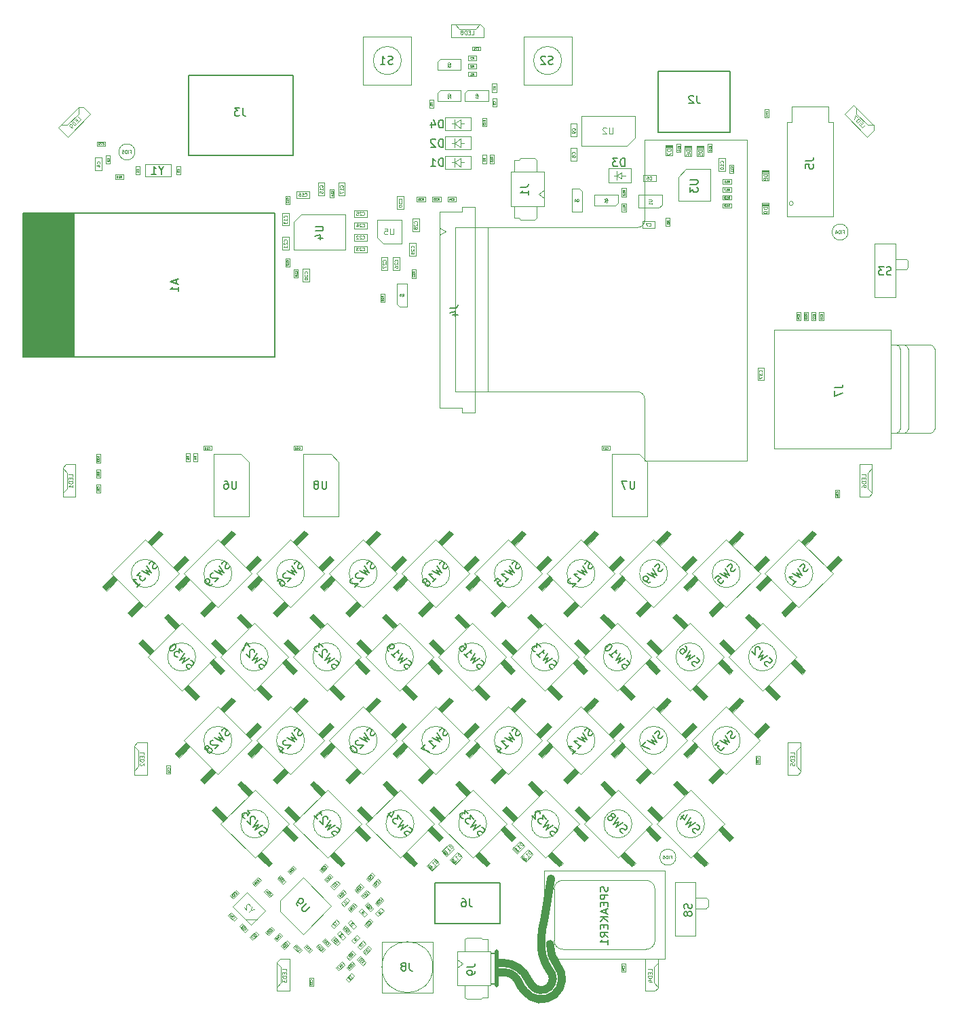
<source format=gbr>
G04 #@! TF.GenerationSoftware,KiCad,Pcbnew,7.99.0-1.20230515git1adcb86.fc37*
G04 #@! TF.CreationDate,2023-05-21T15:40:42+01:00*
G04 #@! TF.ProjectId,tr23-badge-r2,74723233-2d62-4616-9467-652d72322e6b,r2*
G04 #@! TF.SameCoordinates,Original*
G04 #@! TF.FileFunction,AssemblyDrawing,Bot*
%FSLAX46Y46*%
G04 Gerber Fmt 4.6, Leading zero omitted, Abs format (unit mm)*
G04 Created by KiCad (PCBNEW 7.99.0-1.20230515git1adcb86.fc37) date 2023-05-21 15:40:42*
%MOMM*%
%LPD*%
G01*
G04 APERTURE LIST*
%ADD10C,1.000000*%
%ADD11C,0.500000*%
%ADD12C,0.200000*%
%ADD13C,0.150000*%
%ADD14C,0.060000*%
%ADD15C,0.050000*%
%ADD16C,0.040000*%
%ADD17C,0.080000*%
%ADD18C,0.105000*%
%ADD19C,0.120000*%
%ADD20C,0.110000*%
%ADD21C,0.100000*%
%ADD22C,0.127000*%
%ADD23C,0.000000*%
G04 APERTURE END LIST*
D10*
X158056651Y-149094740D02*
X158900000Y-143850000D01*
X157726238Y-151321088D02*
G75*
G03*
X158700000Y-155250000I5673762J-678912D01*
G01*
D11*
X152150000Y-152925000D02*
X152150000Y-157175000D01*
D12*
X152200000Y-153150000D02*
X151450000Y-153150000D01*
D10*
X154800002Y-156600000D02*
G75*
G03*
X155643760Y-157906128I3599998J1400000D01*
G01*
X156067356Y-156430331D02*
G75*
G03*
X156575698Y-157228487I4382644J2230331D01*
G01*
X152975000Y-154350000D02*
X152450000Y-154350000D01*
X158056647Y-149094739D02*
G75*
G03*
X157726239Y-151321088I7193453J-2205261D01*
G01*
X154700091Y-156406447D02*
G75*
G03*
X153043724Y-155547373I-1552991J-967953D01*
G01*
X156582105Y-157223478D02*
G75*
G03*
X158700000Y-155250000I1117895J923478D01*
G01*
X155650001Y-157900000D02*
G75*
G03*
X159696884Y-154634181I2049999J1600000D01*
G01*
X156067354Y-156430331D02*
G75*
G03*
X152975000Y-154350000I-3167354J-1369669D01*
G01*
X153043724Y-155547372D02*
X152400000Y-155547372D01*
D12*
X152150000Y-156950000D02*
X151450000Y-156950000D01*
D10*
X158801730Y-151998443D02*
G75*
G03*
X159696885Y-154634181I4176170J-51557D01*
G01*
D13*
G04 #@! TO.C,SPEAKER1*
X166007200Y-144853446D02*
X166054819Y-144996303D01*
X166054819Y-144996303D02*
X166054819Y-145234398D01*
X166054819Y-145234398D02*
X166007200Y-145329636D01*
X166007200Y-145329636D02*
X165959580Y-145377255D01*
X165959580Y-145377255D02*
X165864342Y-145424874D01*
X165864342Y-145424874D02*
X165769104Y-145424874D01*
X165769104Y-145424874D02*
X165673866Y-145377255D01*
X165673866Y-145377255D02*
X165626247Y-145329636D01*
X165626247Y-145329636D02*
X165578628Y-145234398D01*
X165578628Y-145234398D02*
X165531009Y-145043922D01*
X165531009Y-145043922D02*
X165483390Y-144948684D01*
X165483390Y-144948684D02*
X165435771Y-144901065D01*
X165435771Y-144901065D02*
X165340533Y-144853446D01*
X165340533Y-144853446D02*
X165245295Y-144853446D01*
X165245295Y-144853446D02*
X165150057Y-144901065D01*
X165150057Y-144901065D02*
X165102438Y-144948684D01*
X165102438Y-144948684D02*
X165054819Y-145043922D01*
X165054819Y-145043922D02*
X165054819Y-145282017D01*
X165054819Y-145282017D02*
X165102438Y-145424874D01*
X166054819Y-145853446D02*
X165054819Y-145853446D01*
X165054819Y-145853446D02*
X165054819Y-146234398D01*
X165054819Y-146234398D02*
X165102438Y-146329636D01*
X165102438Y-146329636D02*
X165150057Y-146377255D01*
X165150057Y-146377255D02*
X165245295Y-146424874D01*
X165245295Y-146424874D02*
X165388152Y-146424874D01*
X165388152Y-146424874D02*
X165483390Y-146377255D01*
X165483390Y-146377255D02*
X165531009Y-146329636D01*
X165531009Y-146329636D02*
X165578628Y-146234398D01*
X165578628Y-146234398D02*
X165578628Y-145853446D01*
X165531009Y-146853446D02*
X165531009Y-147186779D01*
X166054819Y-147329636D02*
X166054819Y-146853446D01*
X166054819Y-146853446D02*
X165054819Y-146853446D01*
X165054819Y-146853446D02*
X165054819Y-147329636D01*
X165769104Y-147710589D02*
X165769104Y-148186779D01*
X166054819Y-147615351D02*
X165054819Y-147948684D01*
X165054819Y-147948684D02*
X166054819Y-148282017D01*
X166054819Y-148615351D02*
X165054819Y-148615351D01*
X166054819Y-149186779D02*
X165483390Y-148758208D01*
X165054819Y-149186779D02*
X165626247Y-148615351D01*
X165531009Y-149615351D02*
X165531009Y-149948684D01*
X166054819Y-150091541D02*
X166054819Y-149615351D01*
X166054819Y-149615351D02*
X165054819Y-149615351D01*
X165054819Y-149615351D02*
X165054819Y-150091541D01*
X166054819Y-151091541D02*
X165578628Y-150758208D01*
X166054819Y-150520113D02*
X165054819Y-150520113D01*
X165054819Y-150520113D02*
X165054819Y-150901065D01*
X165054819Y-150901065D02*
X165102438Y-150996303D01*
X165102438Y-150996303D02*
X165150057Y-151043922D01*
X165150057Y-151043922D02*
X165245295Y-151091541D01*
X165245295Y-151091541D02*
X165388152Y-151091541D01*
X165388152Y-151091541D02*
X165483390Y-151043922D01*
X165483390Y-151043922D02*
X165531009Y-150996303D01*
X165531009Y-150996303D02*
X165578628Y-150901065D01*
X165578628Y-150901065D02*
X165578628Y-150520113D01*
X166054819Y-152043922D02*
X166054819Y-151472494D01*
X166054819Y-151758208D02*
X165054819Y-151758208D01*
X165054819Y-151758208D02*
X165197676Y-151662970D01*
X165197676Y-151662970D02*
X165292914Y-151567732D01*
X165292914Y-151567732D02*
X165340533Y-151472494D01*
D14*
G04 #@! TO.C,C9*
X161893832Y-50430306D02*
X161912880Y-50411258D01*
X161912880Y-50411258D02*
X161931927Y-50354116D01*
X161931927Y-50354116D02*
X161931927Y-50316020D01*
X161931927Y-50316020D02*
X161912880Y-50258877D01*
X161912880Y-50258877D02*
X161874784Y-50220782D01*
X161874784Y-50220782D02*
X161836689Y-50201735D01*
X161836689Y-50201735D02*
X161760499Y-50182687D01*
X161760499Y-50182687D02*
X161703356Y-50182687D01*
X161703356Y-50182687D02*
X161627165Y-50201735D01*
X161627165Y-50201735D02*
X161589070Y-50220782D01*
X161589070Y-50220782D02*
X161550975Y-50258877D01*
X161550975Y-50258877D02*
X161531927Y-50316020D01*
X161531927Y-50316020D02*
X161531927Y-50354116D01*
X161531927Y-50354116D02*
X161550975Y-50411258D01*
X161550975Y-50411258D02*
X161570022Y-50430306D01*
X161931927Y-50620782D02*
X161931927Y-50696973D01*
X161931927Y-50696973D02*
X161912880Y-50735068D01*
X161912880Y-50735068D02*
X161893832Y-50754116D01*
X161893832Y-50754116D02*
X161836689Y-50792211D01*
X161836689Y-50792211D02*
X161760499Y-50811258D01*
X161760499Y-50811258D02*
X161608118Y-50811258D01*
X161608118Y-50811258D02*
X161570022Y-50792211D01*
X161570022Y-50792211D02*
X161550975Y-50773163D01*
X161550975Y-50773163D02*
X161531927Y-50735068D01*
X161531927Y-50735068D02*
X161531927Y-50658877D01*
X161531927Y-50658877D02*
X161550975Y-50620782D01*
X161550975Y-50620782D02*
X161570022Y-50601735D01*
X161570022Y-50601735D02*
X161608118Y-50582687D01*
X161608118Y-50582687D02*
X161703356Y-50582687D01*
X161703356Y-50582687D02*
X161741451Y-50601735D01*
X161741451Y-50601735D02*
X161760499Y-50620782D01*
X161760499Y-50620782D02*
X161779546Y-50658877D01*
X161779546Y-50658877D02*
X161779546Y-50735068D01*
X161779546Y-50735068D02*
X161760499Y-50773163D01*
X161760499Y-50773163D02*
X161741451Y-50792211D01*
X161741451Y-50792211D02*
X161703356Y-50811258D01*
D13*
G04 #@! TO.C,D1*
X145439410Y-54954819D02*
X145439410Y-53954819D01*
X145439410Y-53954819D02*
X145201315Y-53954819D01*
X145201315Y-53954819D02*
X145058458Y-54002438D01*
X145058458Y-54002438D02*
X144963220Y-54097676D01*
X144963220Y-54097676D02*
X144915601Y-54192914D01*
X144915601Y-54192914D02*
X144867982Y-54383390D01*
X144867982Y-54383390D02*
X144867982Y-54526247D01*
X144867982Y-54526247D02*
X144915601Y-54716723D01*
X144915601Y-54716723D02*
X144963220Y-54811961D01*
X144963220Y-54811961D02*
X145058458Y-54907200D01*
X145058458Y-54907200D02*
X145201315Y-54954819D01*
X145201315Y-54954819D02*
X145439410Y-54954819D01*
X143915601Y-54954819D02*
X144487029Y-54954819D01*
X144201315Y-54954819D02*
X144201315Y-53954819D01*
X144201315Y-53954819D02*
X144296553Y-54097676D01*
X144296553Y-54097676D02*
X144391791Y-54192914D01*
X144391791Y-54192914D02*
X144487029Y-54240533D01*
D15*
G04 #@! TO.C,Q1*
X149825914Y-46159917D02*
X149810676Y-46129441D01*
X149810676Y-46129441D02*
X149780200Y-46098965D01*
X149780200Y-46098965D02*
X149734485Y-46053251D01*
X149734485Y-46053251D02*
X149719247Y-46022774D01*
X149719247Y-46022774D02*
X149719247Y-45992298D01*
X149795438Y-46007536D02*
X149780200Y-45977060D01*
X149780200Y-45977060D02*
X149749723Y-45946584D01*
X149749723Y-45946584D02*
X149688771Y-45931346D01*
X149688771Y-45931346D02*
X149582104Y-45931346D01*
X149582104Y-45931346D02*
X149521152Y-45946584D01*
X149521152Y-45946584D02*
X149490676Y-45977060D01*
X149490676Y-45977060D02*
X149475438Y-46007536D01*
X149475438Y-46007536D02*
X149475438Y-46068489D01*
X149475438Y-46068489D02*
X149490676Y-46098965D01*
X149490676Y-46098965D02*
X149521152Y-46129441D01*
X149521152Y-46129441D02*
X149582104Y-46144679D01*
X149582104Y-46144679D02*
X149688771Y-46144679D01*
X149688771Y-46144679D02*
X149749723Y-46129441D01*
X149749723Y-46129441D02*
X149780200Y-46098965D01*
X149780200Y-46098965D02*
X149795438Y-46068489D01*
X149795438Y-46068489D02*
X149795438Y-46007536D01*
X149795438Y-46449441D02*
X149795438Y-46266584D01*
X149795438Y-46358012D02*
X149475438Y-46358012D01*
X149475438Y-46358012D02*
X149521152Y-46327536D01*
X149521152Y-46327536D02*
X149551628Y-46297060D01*
X149551628Y-46297060D02*
X149566866Y-46266584D01*
G04 #@! TO.C,Q2*
X146375914Y-46159917D02*
X146360676Y-46129441D01*
X146360676Y-46129441D02*
X146330200Y-46098965D01*
X146330200Y-46098965D02*
X146284485Y-46053251D01*
X146284485Y-46053251D02*
X146269247Y-46022774D01*
X146269247Y-46022774D02*
X146269247Y-45992298D01*
X146345438Y-46007536D02*
X146330200Y-45977060D01*
X146330200Y-45977060D02*
X146299723Y-45946584D01*
X146299723Y-45946584D02*
X146238771Y-45931346D01*
X146238771Y-45931346D02*
X146132104Y-45931346D01*
X146132104Y-45931346D02*
X146071152Y-45946584D01*
X146071152Y-45946584D02*
X146040676Y-45977060D01*
X146040676Y-45977060D02*
X146025438Y-46007536D01*
X146025438Y-46007536D02*
X146025438Y-46068489D01*
X146025438Y-46068489D02*
X146040676Y-46098965D01*
X146040676Y-46098965D02*
X146071152Y-46129441D01*
X146071152Y-46129441D02*
X146132104Y-46144679D01*
X146132104Y-46144679D02*
X146238771Y-46144679D01*
X146238771Y-46144679D02*
X146299723Y-46129441D01*
X146299723Y-46129441D02*
X146330200Y-46098965D01*
X146330200Y-46098965D02*
X146345438Y-46068489D01*
X146345438Y-46068489D02*
X146345438Y-46007536D01*
X146055914Y-46266584D02*
X146040676Y-46281822D01*
X146040676Y-46281822D02*
X146025438Y-46312298D01*
X146025438Y-46312298D02*
X146025438Y-46388489D01*
X146025438Y-46388489D02*
X146040676Y-46418965D01*
X146040676Y-46418965D02*
X146055914Y-46434203D01*
X146055914Y-46434203D02*
X146086390Y-46449441D01*
X146086390Y-46449441D02*
X146116866Y-46449441D01*
X146116866Y-46449441D02*
X146162580Y-46434203D01*
X146162580Y-46434203D02*
X146345438Y-46251346D01*
X146345438Y-46251346D02*
X146345438Y-46449441D01*
D16*
G04 #@! TO.C,R3*
X149117017Y-41575700D02*
X149203684Y-41451891D01*
X149265589Y-41575700D02*
X149265589Y-41315700D01*
X149265589Y-41315700D02*
X149166541Y-41315700D01*
X149166541Y-41315700D02*
X149141779Y-41328081D01*
X149141779Y-41328081D02*
X149129398Y-41340462D01*
X149129398Y-41340462D02*
X149117017Y-41365224D01*
X149117017Y-41365224D02*
X149117017Y-41402367D01*
X149117017Y-41402367D02*
X149129398Y-41427129D01*
X149129398Y-41427129D02*
X149141779Y-41439510D01*
X149141779Y-41439510D02*
X149166541Y-41451891D01*
X149166541Y-41451891D02*
X149265589Y-41451891D01*
X149030351Y-41315700D02*
X148869398Y-41315700D01*
X148869398Y-41315700D02*
X148956065Y-41414748D01*
X148956065Y-41414748D02*
X148918922Y-41414748D01*
X148918922Y-41414748D02*
X148894160Y-41427129D01*
X148894160Y-41427129D02*
X148881779Y-41439510D01*
X148881779Y-41439510D02*
X148869398Y-41464272D01*
X148869398Y-41464272D02*
X148869398Y-41526177D01*
X148869398Y-41526177D02*
X148881779Y-41550939D01*
X148881779Y-41550939D02*
X148894160Y-41563320D01*
X148894160Y-41563320D02*
X148918922Y-41575700D01*
X148918922Y-41575700D02*
X148993208Y-41575700D01*
X148993208Y-41575700D02*
X149017970Y-41563320D01*
X149017970Y-41563320D02*
X149030351Y-41550939D01*
G04 #@! TO.C,R1*
X149117017Y-43575700D02*
X149203684Y-43451891D01*
X149265589Y-43575700D02*
X149265589Y-43315700D01*
X149265589Y-43315700D02*
X149166541Y-43315700D01*
X149166541Y-43315700D02*
X149141779Y-43328081D01*
X149141779Y-43328081D02*
X149129398Y-43340462D01*
X149129398Y-43340462D02*
X149117017Y-43365224D01*
X149117017Y-43365224D02*
X149117017Y-43402367D01*
X149117017Y-43402367D02*
X149129398Y-43427129D01*
X149129398Y-43427129D02*
X149141779Y-43439510D01*
X149141779Y-43439510D02*
X149166541Y-43451891D01*
X149166541Y-43451891D02*
X149265589Y-43451891D01*
X148869398Y-43575700D02*
X149017970Y-43575700D01*
X148943684Y-43575700D02*
X148943684Y-43315700D01*
X148943684Y-43315700D02*
X148968446Y-43352843D01*
X148968446Y-43352843D02*
X148993208Y-43377605D01*
X148993208Y-43377605D02*
X149017970Y-43389986D01*
G04 #@! TO.C,R2*
X149117017Y-42575700D02*
X149203684Y-42451891D01*
X149265589Y-42575700D02*
X149265589Y-42315700D01*
X149265589Y-42315700D02*
X149166541Y-42315700D01*
X149166541Y-42315700D02*
X149141779Y-42328081D01*
X149141779Y-42328081D02*
X149129398Y-42340462D01*
X149129398Y-42340462D02*
X149117017Y-42365224D01*
X149117017Y-42365224D02*
X149117017Y-42402367D01*
X149117017Y-42402367D02*
X149129398Y-42427129D01*
X149129398Y-42427129D02*
X149141779Y-42439510D01*
X149141779Y-42439510D02*
X149166541Y-42451891D01*
X149166541Y-42451891D02*
X149265589Y-42451891D01*
X149017970Y-42340462D02*
X149005589Y-42328081D01*
X149005589Y-42328081D02*
X148980827Y-42315700D01*
X148980827Y-42315700D02*
X148918922Y-42315700D01*
X148918922Y-42315700D02*
X148894160Y-42328081D01*
X148894160Y-42328081D02*
X148881779Y-42340462D01*
X148881779Y-42340462D02*
X148869398Y-42365224D01*
X148869398Y-42365224D02*
X148869398Y-42389986D01*
X148869398Y-42389986D02*
X148881779Y-42427129D01*
X148881779Y-42427129D02*
X149030351Y-42575700D01*
X149030351Y-42575700D02*
X148869398Y-42575700D01*
G04 #@! TO.C,R4*
X114668200Y-91240482D02*
X114544391Y-91153815D01*
X114668200Y-91091910D02*
X114408200Y-91091910D01*
X114408200Y-91091910D02*
X114408200Y-91190958D01*
X114408200Y-91190958D02*
X114420581Y-91215720D01*
X114420581Y-91215720D02*
X114432962Y-91228101D01*
X114432962Y-91228101D02*
X114457724Y-91240482D01*
X114457724Y-91240482D02*
X114494867Y-91240482D01*
X114494867Y-91240482D02*
X114519629Y-91228101D01*
X114519629Y-91228101D02*
X114532010Y-91215720D01*
X114532010Y-91215720D02*
X114544391Y-91190958D01*
X114544391Y-91190958D02*
X114544391Y-91091910D01*
X114494867Y-91463339D02*
X114668200Y-91463339D01*
X114395820Y-91401434D02*
X114581534Y-91339529D01*
X114581534Y-91339529D02*
X114581534Y-91500482D01*
D13*
G04 #@! TO.C,D4*
X145439410Y-50154819D02*
X145439410Y-49154819D01*
X145439410Y-49154819D02*
X145201315Y-49154819D01*
X145201315Y-49154819D02*
X145058458Y-49202438D01*
X145058458Y-49202438D02*
X144963220Y-49297676D01*
X144963220Y-49297676D02*
X144915601Y-49392914D01*
X144915601Y-49392914D02*
X144867982Y-49583390D01*
X144867982Y-49583390D02*
X144867982Y-49726247D01*
X144867982Y-49726247D02*
X144915601Y-49916723D01*
X144915601Y-49916723D02*
X144963220Y-50011961D01*
X144963220Y-50011961D02*
X145058458Y-50107200D01*
X145058458Y-50107200D02*
X145201315Y-50154819D01*
X145201315Y-50154819D02*
X145439410Y-50154819D01*
X144010839Y-49488152D02*
X144010839Y-50154819D01*
X144248934Y-49107200D02*
X144487029Y-49821485D01*
X144487029Y-49821485D02*
X143867982Y-49821485D01*
G04 #@! TO.C,D2*
X145439410Y-52554819D02*
X145439410Y-51554819D01*
X145439410Y-51554819D02*
X145201315Y-51554819D01*
X145201315Y-51554819D02*
X145058458Y-51602438D01*
X145058458Y-51602438D02*
X144963220Y-51697676D01*
X144963220Y-51697676D02*
X144915601Y-51792914D01*
X144915601Y-51792914D02*
X144867982Y-51983390D01*
X144867982Y-51983390D02*
X144867982Y-52126247D01*
X144867982Y-52126247D02*
X144915601Y-52316723D01*
X144915601Y-52316723D02*
X144963220Y-52411961D01*
X144963220Y-52411961D02*
X145058458Y-52507200D01*
X145058458Y-52507200D02*
X145201315Y-52554819D01*
X145201315Y-52554819D02*
X145439410Y-52554819D01*
X144487029Y-51650057D02*
X144439410Y-51602438D01*
X144439410Y-51602438D02*
X144344172Y-51554819D01*
X144344172Y-51554819D02*
X144106077Y-51554819D01*
X144106077Y-51554819D02*
X144010839Y-51602438D01*
X144010839Y-51602438D02*
X143963220Y-51650057D01*
X143963220Y-51650057D02*
X143915601Y-51745295D01*
X143915601Y-51745295D02*
X143915601Y-51840533D01*
X143915601Y-51840533D02*
X143963220Y-51983390D01*
X143963220Y-51983390D02*
X144534648Y-52554819D01*
X144534648Y-52554819D02*
X143915601Y-52554819D01*
D16*
G04 #@! TO.C,R6*
X144118200Y-47140482D02*
X143994391Y-47053815D01*
X144118200Y-46991910D02*
X143858200Y-46991910D01*
X143858200Y-46991910D02*
X143858200Y-47090958D01*
X143858200Y-47090958D02*
X143870581Y-47115720D01*
X143870581Y-47115720D02*
X143882962Y-47128101D01*
X143882962Y-47128101D02*
X143907724Y-47140482D01*
X143907724Y-47140482D02*
X143944867Y-47140482D01*
X143944867Y-47140482D02*
X143969629Y-47128101D01*
X143969629Y-47128101D02*
X143982010Y-47115720D01*
X143982010Y-47115720D02*
X143994391Y-47090958D01*
X143994391Y-47090958D02*
X143994391Y-46991910D01*
X143858200Y-47363339D02*
X143858200Y-47313815D01*
X143858200Y-47313815D02*
X143870581Y-47289053D01*
X143870581Y-47289053D02*
X143882962Y-47276672D01*
X143882962Y-47276672D02*
X143920105Y-47251910D01*
X143920105Y-47251910D02*
X143969629Y-47239529D01*
X143969629Y-47239529D02*
X144068677Y-47239529D01*
X144068677Y-47239529D02*
X144093439Y-47251910D01*
X144093439Y-47251910D02*
X144105820Y-47264291D01*
X144105820Y-47264291D02*
X144118200Y-47289053D01*
X144118200Y-47289053D02*
X144118200Y-47338577D01*
X144118200Y-47338577D02*
X144105820Y-47363339D01*
X144105820Y-47363339D02*
X144093439Y-47375720D01*
X144093439Y-47375720D02*
X144068677Y-47388101D01*
X144068677Y-47388101D02*
X144006772Y-47388101D01*
X144006772Y-47388101D02*
X143982010Y-47375720D01*
X143982010Y-47375720D02*
X143969629Y-47363339D01*
X143969629Y-47363339D02*
X143957248Y-47338577D01*
X143957248Y-47338577D02*
X143957248Y-47289053D01*
X143957248Y-47289053D02*
X143969629Y-47264291D01*
X143969629Y-47264291D02*
X143982010Y-47251910D01*
X143982010Y-47251910D02*
X144006772Y-47239529D01*
D15*
G04 #@! TO.C,Q5*
X165985914Y-59199917D02*
X165970676Y-59169441D01*
X165970676Y-59169441D02*
X165940200Y-59138965D01*
X165940200Y-59138965D02*
X165894485Y-59093251D01*
X165894485Y-59093251D02*
X165879247Y-59062774D01*
X165879247Y-59062774D02*
X165879247Y-59032298D01*
X165955438Y-59047536D02*
X165940200Y-59017060D01*
X165940200Y-59017060D02*
X165909723Y-58986584D01*
X165909723Y-58986584D02*
X165848771Y-58971346D01*
X165848771Y-58971346D02*
X165742104Y-58971346D01*
X165742104Y-58971346D02*
X165681152Y-58986584D01*
X165681152Y-58986584D02*
X165650676Y-59017060D01*
X165650676Y-59017060D02*
X165635438Y-59047536D01*
X165635438Y-59047536D02*
X165635438Y-59108489D01*
X165635438Y-59108489D02*
X165650676Y-59138965D01*
X165650676Y-59138965D02*
X165681152Y-59169441D01*
X165681152Y-59169441D02*
X165742104Y-59184679D01*
X165742104Y-59184679D02*
X165848771Y-59184679D01*
X165848771Y-59184679D02*
X165909723Y-59169441D01*
X165909723Y-59169441D02*
X165940200Y-59138965D01*
X165940200Y-59138965D02*
X165955438Y-59108489D01*
X165955438Y-59108489D02*
X165955438Y-59047536D01*
X165635438Y-59474203D02*
X165635438Y-59321822D01*
X165635438Y-59321822D02*
X165787819Y-59306584D01*
X165787819Y-59306584D02*
X165772580Y-59321822D01*
X165772580Y-59321822D02*
X165757342Y-59352298D01*
X165757342Y-59352298D02*
X165757342Y-59428489D01*
X165757342Y-59428489D02*
X165772580Y-59458965D01*
X165772580Y-59458965D02*
X165787819Y-59474203D01*
X165787819Y-59474203D02*
X165818295Y-59489441D01*
X165818295Y-59489441D02*
X165894485Y-59489441D01*
X165894485Y-59489441D02*
X165924961Y-59474203D01*
X165924961Y-59474203D02*
X165940200Y-59458965D01*
X165940200Y-59458965D02*
X165955438Y-59428489D01*
X165955438Y-59428489D02*
X165955438Y-59352298D01*
X165955438Y-59352298D02*
X165940200Y-59321822D01*
X165940200Y-59321822D02*
X165924961Y-59306584D01*
D14*
G04 #@! TO.C,C8*
X161893832Y-53430306D02*
X161912880Y-53411258D01*
X161912880Y-53411258D02*
X161931927Y-53354116D01*
X161931927Y-53354116D02*
X161931927Y-53316020D01*
X161931927Y-53316020D02*
X161912880Y-53258877D01*
X161912880Y-53258877D02*
X161874784Y-53220782D01*
X161874784Y-53220782D02*
X161836689Y-53201735D01*
X161836689Y-53201735D02*
X161760499Y-53182687D01*
X161760499Y-53182687D02*
X161703356Y-53182687D01*
X161703356Y-53182687D02*
X161627165Y-53201735D01*
X161627165Y-53201735D02*
X161589070Y-53220782D01*
X161589070Y-53220782D02*
X161550975Y-53258877D01*
X161550975Y-53258877D02*
X161531927Y-53316020D01*
X161531927Y-53316020D02*
X161531927Y-53354116D01*
X161531927Y-53354116D02*
X161550975Y-53411258D01*
X161550975Y-53411258D02*
X161570022Y-53430306D01*
X161703356Y-53658877D02*
X161684308Y-53620782D01*
X161684308Y-53620782D02*
X161665260Y-53601735D01*
X161665260Y-53601735D02*
X161627165Y-53582687D01*
X161627165Y-53582687D02*
X161608118Y-53582687D01*
X161608118Y-53582687D02*
X161570022Y-53601735D01*
X161570022Y-53601735D02*
X161550975Y-53620782D01*
X161550975Y-53620782D02*
X161531927Y-53658877D01*
X161531927Y-53658877D02*
X161531927Y-53735068D01*
X161531927Y-53735068D02*
X161550975Y-53773163D01*
X161550975Y-53773163D02*
X161570022Y-53792211D01*
X161570022Y-53792211D02*
X161608118Y-53811258D01*
X161608118Y-53811258D02*
X161627165Y-53811258D01*
X161627165Y-53811258D02*
X161665260Y-53792211D01*
X161665260Y-53792211D02*
X161684308Y-53773163D01*
X161684308Y-53773163D02*
X161703356Y-53735068D01*
X161703356Y-53735068D02*
X161703356Y-53658877D01*
X161703356Y-53658877D02*
X161722403Y-53620782D01*
X161722403Y-53620782D02*
X161741451Y-53601735D01*
X161741451Y-53601735D02*
X161779546Y-53582687D01*
X161779546Y-53582687D02*
X161855737Y-53582687D01*
X161855737Y-53582687D02*
X161893832Y-53601735D01*
X161893832Y-53601735D02*
X161912880Y-53620782D01*
X161912880Y-53620782D02*
X161931927Y-53658877D01*
X161931927Y-53658877D02*
X161931927Y-53735068D01*
X161931927Y-53735068D02*
X161912880Y-53773163D01*
X161912880Y-53773163D02*
X161893832Y-53792211D01*
X161893832Y-53792211D02*
X161855737Y-53811258D01*
X161855737Y-53811258D02*
X161779546Y-53811258D01*
X161779546Y-53811258D02*
X161741451Y-53792211D01*
X161741451Y-53792211D02*
X161722403Y-53773163D01*
X161722403Y-53773163D02*
X161703356Y-53735068D01*
D16*
G04 #@! TO.C,R10*
X151668200Y-53916672D02*
X151544391Y-53830005D01*
X151668200Y-53768100D02*
X151408200Y-53768100D01*
X151408200Y-53768100D02*
X151408200Y-53867148D01*
X151408200Y-53867148D02*
X151420581Y-53891910D01*
X151420581Y-53891910D02*
X151432962Y-53904291D01*
X151432962Y-53904291D02*
X151457724Y-53916672D01*
X151457724Y-53916672D02*
X151494867Y-53916672D01*
X151494867Y-53916672D02*
X151519629Y-53904291D01*
X151519629Y-53904291D02*
X151532010Y-53891910D01*
X151532010Y-53891910D02*
X151544391Y-53867148D01*
X151544391Y-53867148D02*
X151544391Y-53768100D01*
X151668200Y-54164291D02*
X151668200Y-54015719D01*
X151668200Y-54090005D02*
X151408200Y-54090005D01*
X151408200Y-54090005D02*
X151445343Y-54065243D01*
X151445343Y-54065243D02*
X151470105Y-54040481D01*
X151470105Y-54040481D02*
X151482486Y-54015719D01*
X151408200Y-54325243D02*
X151408200Y-54350005D01*
X151408200Y-54350005D02*
X151420581Y-54374767D01*
X151420581Y-54374767D02*
X151432962Y-54387148D01*
X151432962Y-54387148D02*
X151457724Y-54399529D01*
X151457724Y-54399529D02*
X151507248Y-54411910D01*
X151507248Y-54411910D02*
X151569153Y-54411910D01*
X151569153Y-54411910D02*
X151618677Y-54399529D01*
X151618677Y-54399529D02*
X151643439Y-54387148D01*
X151643439Y-54387148D02*
X151655820Y-54374767D01*
X151655820Y-54374767D02*
X151668200Y-54350005D01*
X151668200Y-54350005D02*
X151668200Y-54325243D01*
X151668200Y-54325243D02*
X151655820Y-54300481D01*
X151655820Y-54300481D02*
X151643439Y-54288100D01*
X151643439Y-54288100D02*
X151618677Y-54275719D01*
X151618677Y-54275719D02*
X151569153Y-54263338D01*
X151569153Y-54263338D02*
X151507248Y-54263338D01*
X151507248Y-54263338D02*
X151457724Y-54275719D01*
X151457724Y-54275719D02*
X151432962Y-54288100D01*
X151432962Y-54288100D02*
X151420581Y-54300481D01*
X151420581Y-54300481D02*
X151408200Y-54325243D01*
G04 #@! TO.C,R8*
X173618200Y-61890482D02*
X173494391Y-61803815D01*
X173618200Y-61741910D02*
X173358200Y-61741910D01*
X173358200Y-61741910D02*
X173358200Y-61840958D01*
X173358200Y-61840958D02*
X173370581Y-61865720D01*
X173370581Y-61865720D02*
X173382962Y-61878101D01*
X173382962Y-61878101D02*
X173407724Y-61890482D01*
X173407724Y-61890482D02*
X173444867Y-61890482D01*
X173444867Y-61890482D02*
X173469629Y-61878101D01*
X173469629Y-61878101D02*
X173482010Y-61865720D01*
X173482010Y-61865720D02*
X173494391Y-61840958D01*
X173494391Y-61840958D02*
X173494391Y-61741910D01*
X173469629Y-62039053D02*
X173457248Y-62014291D01*
X173457248Y-62014291D02*
X173444867Y-62001910D01*
X173444867Y-62001910D02*
X173420105Y-61989529D01*
X173420105Y-61989529D02*
X173407724Y-61989529D01*
X173407724Y-61989529D02*
X173382962Y-62001910D01*
X173382962Y-62001910D02*
X173370581Y-62014291D01*
X173370581Y-62014291D02*
X173358200Y-62039053D01*
X173358200Y-62039053D02*
X173358200Y-62088577D01*
X173358200Y-62088577D02*
X173370581Y-62113339D01*
X173370581Y-62113339D02*
X173382962Y-62125720D01*
X173382962Y-62125720D02*
X173407724Y-62138101D01*
X173407724Y-62138101D02*
X173420105Y-62138101D01*
X173420105Y-62138101D02*
X173444867Y-62125720D01*
X173444867Y-62125720D02*
X173457248Y-62113339D01*
X173457248Y-62113339D02*
X173469629Y-62088577D01*
X173469629Y-62088577D02*
X173469629Y-62039053D01*
X173469629Y-62039053D02*
X173482010Y-62014291D01*
X173482010Y-62014291D02*
X173494391Y-62001910D01*
X173494391Y-62001910D02*
X173519153Y-61989529D01*
X173519153Y-61989529D02*
X173568677Y-61989529D01*
X173568677Y-61989529D02*
X173593439Y-62001910D01*
X173593439Y-62001910D02*
X173605820Y-62014291D01*
X173605820Y-62014291D02*
X173618200Y-62039053D01*
X173618200Y-62039053D02*
X173618200Y-62088577D01*
X173618200Y-62088577D02*
X173605820Y-62113339D01*
X173605820Y-62113339D02*
X173593439Y-62125720D01*
X173593439Y-62125720D02*
X173568677Y-62138101D01*
X173568677Y-62138101D02*
X173519153Y-62138101D01*
X173519153Y-62138101D02*
X173494391Y-62125720D01*
X173494391Y-62125720D02*
X173482010Y-62113339D01*
X173482010Y-62113339D02*
X173469629Y-62088577D01*
D14*
G04 #@! TO.C,C7*
X171137193Y-62391332D02*
X171156241Y-62410380D01*
X171156241Y-62410380D02*
X171213383Y-62429427D01*
X171213383Y-62429427D02*
X171251479Y-62429427D01*
X171251479Y-62429427D02*
X171308622Y-62410380D01*
X171308622Y-62410380D02*
X171346717Y-62372284D01*
X171346717Y-62372284D02*
X171365764Y-62334189D01*
X171365764Y-62334189D02*
X171384812Y-62257999D01*
X171384812Y-62257999D02*
X171384812Y-62200856D01*
X171384812Y-62200856D02*
X171365764Y-62124665D01*
X171365764Y-62124665D02*
X171346717Y-62086570D01*
X171346717Y-62086570D02*
X171308622Y-62048475D01*
X171308622Y-62048475D02*
X171251479Y-62029427D01*
X171251479Y-62029427D02*
X171213383Y-62029427D01*
X171213383Y-62029427D02*
X171156241Y-62048475D01*
X171156241Y-62048475D02*
X171137193Y-62067522D01*
X171003860Y-62029427D02*
X170737193Y-62029427D01*
X170737193Y-62029427D02*
X170908622Y-62429427D01*
G04 #@! TO.C,C6*
X171237193Y-56591332D02*
X171256241Y-56610380D01*
X171256241Y-56610380D02*
X171313383Y-56629427D01*
X171313383Y-56629427D02*
X171351479Y-56629427D01*
X171351479Y-56629427D02*
X171408622Y-56610380D01*
X171408622Y-56610380D02*
X171446717Y-56572284D01*
X171446717Y-56572284D02*
X171465764Y-56534189D01*
X171465764Y-56534189D02*
X171484812Y-56457999D01*
X171484812Y-56457999D02*
X171484812Y-56400856D01*
X171484812Y-56400856D02*
X171465764Y-56324665D01*
X171465764Y-56324665D02*
X171446717Y-56286570D01*
X171446717Y-56286570D02*
X171408622Y-56248475D01*
X171408622Y-56248475D02*
X171351479Y-56229427D01*
X171351479Y-56229427D02*
X171313383Y-56229427D01*
X171313383Y-56229427D02*
X171256241Y-56248475D01*
X171256241Y-56248475D02*
X171237193Y-56267522D01*
X170894336Y-56229427D02*
X170970526Y-56229427D01*
X170970526Y-56229427D02*
X171008622Y-56248475D01*
X171008622Y-56248475D02*
X171027669Y-56267522D01*
X171027669Y-56267522D02*
X171065764Y-56324665D01*
X171065764Y-56324665D02*
X171084812Y-56400856D01*
X171084812Y-56400856D02*
X171084812Y-56553237D01*
X171084812Y-56553237D02*
X171065764Y-56591332D01*
X171065764Y-56591332D02*
X171046717Y-56610380D01*
X171046717Y-56610380D02*
X171008622Y-56629427D01*
X171008622Y-56629427D02*
X170932431Y-56629427D01*
X170932431Y-56629427D02*
X170894336Y-56610380D01*
X170894336Y-56610380D02*
X170875288Y-56591332D01*
X170875288Y-56591332D02*
X170856241Y-56553237D01*
X170856241Y-56553237D02*
X170856241Y-56457999D01*
X170856241Y-56457999D02*
X170875288Y-56419903D01*
X170875288Y-56419903D02*
X170894336Y-56400856D01*
X170894336Y-56400856D02*
X170932431Y-56381808D01*
X170932431Y-56381808D02*
X171008622Y-56381808D01*
X171008622Y-56381808D02*
X171046717Y-56400856D01*
X171046717Y-56400856D02*
X171065764Y-56419903D01*
X171065764Y-56419903D02*
X171084812Y-56457999D01*
G04 #@! TO.C,U1*
X171091927Y-59082211D02*
X171415737Y-59082211D01*
X171415737Y-59082211D02*
X171453832Y-59101258D01*
X171453832Y-59101258D02*
X171472880Y-59120306D01*
X171472880Y-59120306D02*
X171491927Y-59158401D01*
X171491927Y-59158401D02*
X171491927Y-59234592D01*
X171491927Y-59234592D02*
X171472880Y-59272687D01*
X171472880Y-59272687D02*
X171453832Y-59291734D01*
X171453832Y-59291734D02*
X171415737Y-59310782D01*
X171415737Y-59310782D02*
X171091927Y-59310782D01*
X171491927Y-59710782D02*
X171491927Y-59482211D01*
X171491927Y-59596497D02*
X171091927Y-59596497D01*
X171091927Y-59596497D02*
X171149070Y-59558401D01*
X171149070Y-59558401D02*
X171187165Y-59520306D01*
X171187165Y-59520306D02*
X171206213Y-59482211D01*
D16*
G04 #@! TO.C,R13*
X150718200Y-49316672D02*
X150594391Y-49230005D01*
X150718200Y-49168100D02*
X150458200Y-49168100D01*
X150458200Y-49168100D02*
X150458200Y-49267148D01*
X150458200Y-49267148D02*
X150470581Y-49291910D01*
X150470581Y-49291910D02*
X150482962Y-49304291D01*
X150482962Y-49304291D02*
X150507724Y-49316672D01*
X150507724Y-49316672D02*
X150544867Y-49316672D01*
X150544867Y-49316672D02*
X150569629Y-49304291D01*
X150569629Y-49304291D02*
X150582010Y-49291910D01*
X150582010Y-49291910D02*
X150594391Y-49267148D01*
X150594391Y-49267148D02*
X150594391Y-49168100D01*
X150718200Y-49564291D02*
X150718200Y-49415719D01*
X150718200Y-49490005D02*
X150458200Y-49490005D01*
X150458200Y-49490005D02*
X150495343Y-49465243D01*
X150495343Y-49465243D02*
X150520105Y-49440481D01*
X150520105Y-49440481D02*
X150532486Y-49415719D01*
X150458200Y-49650957D02*
X150458200Y-49811910D01*
X150458200Y-49811910D02*
X150557248Y-49725243D01*
X150557248Y-49725243D02*
X150557248Y-49762386D01*
X150557248Y-49762386D02*
X150569629Y-49787148D01*
X150569629Y-49787148D02*
X150582010Y-49799529D01*
X150582010Y-49799529D02*
X150606772Y-49811910D01*
X150606772Y-49811910D02*
X150668677Y-49811910D01*
X150668677Y-49811910D02*
X150693439Y-49799529D01*
X150693439Y-49799529D02*
X150705820Y-49787148D01*
X150705820Y-49787148D02*
X150718200Y-49762386D01*
X150718200Y-49762386D02*
X150718200Y-49688100D01*
X150718200Y-49688100D02*
X150705820Y-49663338D01*
X150705820Y-49663338D02*
X150693439Y-49650957D01*
G04 #@! TO.C,R12*
X168128200Y-58056672D02*
X168004391Y-57970005D01*
X168128200Y-57908100D02*
X167868200Y-57908100D01*
X167868200Y-57908100D02*
X167868200Y-58007148D01*
X167868200Y-58007148D02*
X167880581Y-58031910D01*
X167880581Y-58031910D02*
X167892962Y-58044291D01*
X167892962Y-58044291D02*
X167917724Y-58056672D01*
X167917724Y-58056672D02*
X167954867Y-58056672D01*
X167954867Y-58056672D02*
X167979629Y-58044291D01*
X167979629Y-58044291D02*
X167992010Y-58031910D01*
X167992010Y-58031910D02*
X168004391Y-58007148D01*
X168004391Y-58007148D02*
X168004391Y-57908100D01*
X168128200Y-58304291D02*
X168128200Y-58155719D01*
X168128200Y-58230005D02*
X167868200Y-58230005D01*
X167868200Y-58230005D02*
X167905343Y-58205243D01*
X167905343Y-58205243D02*
X167930105Y-58180481D01*
X167930105Y-58180481D02*
X167942486Y-58155719D01*
X167892962Y-58403338D02*
X167880581Y-58415719D01*
X167880581Y-58415719D02*
X167868200Y-58440481D01*
X167868200Y-58440481D02*
X167868200Y-58502386D01*
X167868200Y-58502386D02*
X167880581Y-58527148D01*
X167880581Y-58527148D02*
X167892962Y-58539529D01*
X167892962Y-58539529D02*
X167917724Y-58551910D01*
X167917724Y-58551910D02*
X167942486Y-58551910D01*
X167942486Y-58551910D02*
X167979629Y-58539529D01*
X167979629Y-58539529D02*
X168128200Y-58390957D01*
X168128200Y-58390957D02*
X168128200Y-58551910D01*
G04 #@! TO.C,R9*
X150718200Y-54040482D02*
X150594391Y-53953815D01*
X150718200Y-53891910D02*
X150458200Y-53891910D01*
X150458200Y-53891910D02*
X150458200Y-53990958D01*
X150458200Y-53990958D02*
X150470581Y-54015720D01*
X150470581Y-54015720D02*
X150482962Y-54028101D01*
X150482962Y-54028101D02*
X150507724Y-54040482D01*
X150507724Y-54040482D02*
X150544867Y-54040482D01*
X150544867Y-54040482D02*
X150569629Y-54028101D01*
X150569629Y-54028101D02*
X150582010Y-54015720D01*
X150582010Y-54015720D02*
X150594391Y-53990958D01*
X150594391Y-53990958D02*
X150594391Y-53891910D01*
X150718200Y-54164291D02*
X150718200Y-54213815D01*
X150718200Y-54213815D02*
X150705820Y-54238577D01*
X150705820Y-54238577D02*
X150693439Y-54250958D01*
X150693439Y-54250958D02*
X150656296Y-54275720D01*
X150656296Y-54275720D02*
X150606772Y-54288101D01*
X150606772Y-54288101D02*
X150507724Y-54288101D01*
X150507724Y-54288101D02*
X150482962Y-54275720D01*
X150482962Y-54275720D02*
X150470581Y-54263339D01*
X150470581Y-54263339D02*
X150458200Y-54238577D01*
X150458200Y-54238577D02*
X150458200Y-54189053D01*
X150458200Y-54189053D02*
X150470581Y-54164291D01*
X150470581Y-54164291D02*
X150482962Y-54151910D01*
X150482962Y-54151910D02*
X150507724Y-54139529D01*
X150507724Y-54139529D02*
X150569629Y-54139529D01*
X150569629Y-54139529D02*
X150594391Y-54151910D01*
X150594391Y-54151910D02*
X150606772Y-54164291D01*
X150606772Y-54164291D02*
X150619153Y-54189053D01*
X150619153Y-54189053D02*
X150619153Y-54238577D01*
X150619153Y-54238577D02*
X150606772Y-54263339D01*
X150606772Y-54263339D02*
X150594391Y-54275720D01*
X150594391Y-54275720D02*
X150569629Y-54288101D01*
G04 #@! TO.C,R11*
X168128200Y-59956672D02*
X168004391Y-59870005D01*
X168128200Y-59808100D02*
X167868200Y-59808100D01*
X167868200Y-59808100D02*
X167868200Y-59907148D01*
X167868200Y-59907148D02*
X167880581Y-59931910D01*
X167880581Y-59931910D02*
X167892962Y-59944291D01*
X167892962Y-59944291D02*
X167917724Y-59956672D01*
X167917724Y-59956672D02*
X167954867Y-59956672D01*
X167954867Y-59956672D02*
X167979629Y-59944291D01*
X167979629Y-59944291D02*
X167992010Y-59931910D01*
X167992010Y-59931910D02*
X168004391Y-59907148D01*
X168004391Y-59907148D02*
X168004391Y-59808100D01*
X168128200Y-60204291D02*
X168128200Y-60055719D01*
X168128200Y-60130005D02*
X167868200Y-60130005D01*
X167868200Y-60130005D02*
X167905343Y-60105243D01*
X167905343Y-60105243D02*
X167930105Y-60080481D01*
X167930105Y-60080481D02*
X167942486Y-60055719D01*
X168128200Y-60451910D02*
X168128200Y-60303338D01*
X168128200Y-60377624D02*
X167868200Y-60377624D01*
X167868200Y-60377624D02*
X167905343Y-60352862D01*
X167905343Y-60352862D02*
X167930105Y-60328100D01*
X167930105Y-60328100D02*
X167942486Y-60303338D01*
G04 #@! TO.C,R5*
X113718200Y-91240482D02*
X113594391Y-91153815D01*
X113718200Y-91091910D02*
X113458200Y-91091910D01*
X113458200Y-91091910D02*
X113458200Y-91190958D01*
X113458200Y-91190958D02*
X113470581Y-91215720D01*
X113470581Y-91215720D02*
X113482962Y-91228101D01*
X113482962Y-91228101D02*
X113507724Y-91240482D01*
X113507724Y-91240482D02*
X113544867Y-91240482D01*
X113544867Y-91240482D02*
X113569629Y-91228101D01*
X113569629Y-91228101D02*
X113582010Y-91215720D01*
X113582010Y-91215720D02*
X113594391Y-91190958D01*
X113594391Y-91190958D02*
X113594391Y-91091910D01*
X113458200Y-91475720D02*
X113458200Y-91351910D01*
X113458200Y-91351910D02*
X113582010Y-91339529D01*
X113582010Y-91339529D02*
X113569629Y-91351910D01*
X113569629Y-91351910D02*
X113557248Y-91376672D01*
X113557248Y-91376672D02*
X113557248Y-91438577D01*
X113557248Y-91438577D02*
X113569629Y-91463339D01*
X113569629Y-91463339D02*
X113582010Y-91475720D01*
X113582010Y-91475720D02*
X113606772Y-91488101D01*
X113606772Y-91488101D02*
X113668677Y-91488101D01*
X113668677Y-91488101D02*
X113693439Y-91475720D01*
X113693439Y-91475720D02*
X113705820Y-91463339D01*
X113705820Y-91463339D02*
X113718200Y-91438577D01*
X113718200Y-91438577D02*
X113718200Y-91376672D01*
X113718200Y-91376672D02*
X113705820Y-91351910D01*
X113705820Y-91351910D02*
X113693439Y-91339529D01*
G04 #@! TO.C,C5*
X151939765Y-46992148D02*
X151951670Y-46980244D01*
X151951670Y-46980244D02*
X151963574Y-46944529D01*
X151963574Y-46944529D02*
X151963574Y-46920720D01*
X151963574Y-46920720D02*
X151951670Y-46885006D01*
X151951670Y-46885006D02*
X151927860Y-46861196D01*
X151927860Y-46861196D02*
X151904050Y-46849291D01*
X151904050Y-46849291D02*
X151856431Y-46837387D01*
X151856431Y-46837387D02*
X151820717Y-46837387D01*
X151820717Y-46837387D02*
X151773098Y-46849291D01*
X151773098Y-46849291D02*
X151749289Y-46861196D01*
X151749289Y-46861196D02*
X151725479Y-46885006D01*
X151725479Y-46885006D02*
X151713574Y-46920720D01*
X151713574Y-46920720D02*
X151713574Y-46944529D01*
X151713574Y-46944529D02*
X151725479Y-46980244D01*
X151725479Y-46980244D02*
X151737384Y-46992148D01*
X151713574Y-47218339D02*
X151713574Y-47099291D01*
X151713574Y-47099291D02*
X151832622Y-47087387D01*
X151832622Y-47087387D02*
X151820717Y-47099291D01*
X151820717Y-47099291D02*
X151808812Y-47123101D01*
X151808812Y-47123101D02*
X151808812Y-47182625D01*
X151808812Y-47182625D02*
X151820717Y-47206434D01*
X151820717Y-47206434D02*
X151832622Y-47218339D01*
X151832622Y-47218339D02*
X151856431Y-47230244D01*
X151856431Y-47230244D02*
X151915955Y-47230244D01*
X151915955Y-47230244D02*
X151939765Y-47218339D01*
X151939765Y-47218339D02*
X151951670Y-47206434D01*
X151951670Y-47206434D02*
X151963574Y-47182625D01*
X151963574Y-47182625D02*
X151963574Y-47123101D01*
X151963574Y-47123101D02*
X151951670Y-47099291D01*
X151951670Y-47099291D02*
X151939765Y-47087387D01*
D13*
G04 #@! TO.C,J2*
X177134649Y-46112319D02*
X177134649Y-46826604D01*
X177134649Y-46826604D02*
X177182268Y-46969461D01*
X177182268Y-46969461D02*
X177277506Y-47064700D01*
X177277506Y-47064700D02*
X177420363Y-47112319D01*
X177420363Y-47112319D02*
X177515601Y-47112319D01*
X176706077Y-46207557D02*
X176658458Y-46159938D01*
X176658458Y-46159938D02*
X176563220Y-46112319D01*
X176563220Y-46112319D02*
X176325125Y-46112319D01*
X176325125Y-46112319D02*
X176229887Y-46159938D01*
X176229887Y-46159938D02*
X176182268Y-46207557D01*
X176182268Y-46207557D02*
X176134649Y-46302795D01*
X176134649Y-46302795D02*
X176134649Y-46398033D01*
X176134649Y-46398033D02*
X176182268Y-46540890D01*
X176182268Y-46540890D02*
X176753696Y-47112319D01*
X176753696Y-47112319D02*
X176134649Y-47112319D01*
D16*
G04 #@! TO.C,R17*
X181040827Y-57975700D02*
X181127494Y-57851891D01*
X181189399Y-57975700D02*
X181189399Y-57715700D01*
X181189399Y-57715700D02*
X181090351Y-57715700D01*
X181090351Y-57715700D02*
X181065589Y-57728081D01*
X181065589Y-57728081D02*
X181053208Y-57740462D01*
X181053208Y-57740462D02*
X181040827Y-57765224D01*
X181040827Y-57765224D02*
X181040827Y-57802367D01*
X181040827Y-57802367D02*
X181053208Y-57827129D01*
X181053208Y-57827129D02*
X181065589Y-57839510D01*
X181065589Y-57839510D02*
X181090351Y-57851891D01*
X181090351Y-57851891D02*
X181189399Y-57851891D01*
X180793208Y-57975700D02*
X180941780Y-57975700D01*
X180867494Y-57975700D02*
X180867494Y-57715700D01*
X180867494Y-57715700D02*
X180892256Y-57752843D01*
X180892256Y-57752843D02*
X180917018Y-57777605D01*
X180917018Y-57777605D02*
X180941780Y-57789986D01*
X180706542Y-57715700D02*
X180533208Y-57715700D01*
X180533208Y-57715700D02*
X180644637Y-57975700D01*
G04 #@! TO.C,R16*
X181040827Y-56975700D02*
X181127494Y-56851891D01*
X181189399Y-56975700D02*
X181189399Y-56715700D01*
X181189399Y-56715700D02*
X181090351Y-56715700D01*
X181090351Y-56715700D02*
X181065589Y-56728081D01*
X181065589Y-56728081D02*
X181053208Y-56740462D01*
X181053208Y-56740462D02*
X181040827Y-56765224D01*
X181040827Y-56765224D02*
X181040827Y-56802367D01*
X181040827Y-56802367D02*
X181053208Y-56827129D01*
X181053208Y-56827129D02*
X181065589Y-56839510D01*
X181065589Y-56839510D02*
X181090351Y-56851891D01*
X181090351Y-56851891D02*
X181189399Y-56851891D01*
X180793208Y-56975700D02*
X180941780Y-56975700D01*
X180867494Y-56975700D02*
X180867494Y-56715700D01*
X180867494Y-56715700D02*
X180892256Y-56752843D01*
X180892256Y-56752843D02*
X180917018Y-56777605D01*
X180917018Y-56777605D02*
X180941780Y-56789986D01*
X180570351Y-56715700D02*
X180619875Y-56715700D01*
X180619875Y-56715700D02*
X180644637Y-56728081D01*
X180644637Y-56728081D02*
X180657018Y-56740462D01*
X180657018Y-56740462D02*
X180681780Y-56777605D01*
X180681780Y-56777605D02*
X180694161Y-56827129D01*
X180694161Y-56827129D02*
X180694161Y-56926177D01*
X180694161Y-56926177D02*
X180681780Y-56950939D01*
X180681780Y-56950939D02*
X180669399Y-56963320D01*
X180669399Y-56963320D02*
X180644637Y-56975700D01*
X180644637Y-56975700D02*
X180595113Y-56975700D01*
X180595113Y-56975700D02*
X180570351Y-56963320D01*
X180570351Y-56963320D02*
X180557970Y-56950939D01*
X180557970Y-56950939D02*
X180545589Y-56926177D01*
X180545589Y-56926177D02*
X180545589Y-56864272D01*
X180545589Y-56864272D02*
X180557970Y-56839510D01*
X180557970Y-56839510D02*
X180570351Y-56827129D01*
X180570351Y-56827129D02*
X180595113Y-56814748D01*
X180595113Y-56814748D02*
X180644637Y-56814748D01*
X180644637Y-56814748D02*
X180669399Y-56827129D01*
X180669399Y-56827129D02*
X180681780Y-56839510D01*
X180681780Y-56839510D02*
X180694161Y-56864272D01*
D13*
G04 #@! TO.C,Y1*
X110277506Y-55478628D02*
X110277506Y-55954819D01*
X110610839Y-54954819D02*
X110277506Y-55478628D01*
X110277506Y-55478628D02*
X109944173Y-54954819D01*
X109087030Y-55954819D02*
X109658458Y-55954819D01*
X109372744Y-55954819D02*
X109372744Y-54954819D01*
X109372744Y-54954819D02*
X109467982Y-55097676D01*
X109467982Y-55097676D02*
X109563220Y-55192914D01*
X109563220Y-55192914D02*
X109658458Y-55240533D01*
D16*
G04 #@! TO.C,C31*
X102539765Y-95015600D02*
X102551670Y-95003696D01*
X102551670Y-95003696D02*
X102563574Y-94967981D01*
X102563574Y-94967981D02*
X102563574Y-94944172D01*
X102563574Y-94944172D02*
X102551670Y-94908458D01*
X102551670Y-94908458D02*
X102527860Y-94884648D01*
X102527860Y-94884648D02*
X102504050Y-94872743D01*
X102504050Y-94872743D02*
X102456431Y-94860839D01*
X102456431Y-94860839D02*
X102420717Y-94860839D01*
X102420717Y-94860839D02*
X102373098Y-94872743D01*
X102373098Y-94872743D02*
X102349289Y-94884648D01*
X102349289Y-94884648D02*
X102325479Y-94908458D01*
X102325479Y-94908458D02*
X102313574Y-94944172D01*
X102313574Y-94944172D02*
X102313574Y-94967981D01*
X102313574Y-94967981D02*
X102325479Y-95003696D01*
X102325479Y-95003696D02*
X102337384Y-95015600D01*
X102313574Y-95098934D02*
X102313574Y-95253696D01*
X102313574Y-95253696D02*
X102408812Y-95170362D01*
X102408812Y-95170362D02*
X102408812Y-95206077D01*
X102408812Y-95206077D02*
X102420717Y-95229886D01*
X102420717Y-95229886D02*
X102432622Y-95241791D01*
X102432622Y-95241791D02*
X102456431Y-95253696D01*
X102456431Y-95253696D02*
X102515955Y-95253696D01*
X102515955Y-95253696D02*
X102539765Y-95241791D01*
X102539765Y-95241791D02*
X102551670Y-95229886D01*
X102551670Y-95229886D02*
X102563574Y-95206077D01*
X102563574Y-95206077D02*
X102563574Y-95134648D01*
X102563574Y-95134648D02*
X102551670Y-95110839D01*
X102551670Y-95110839D02*
X102539765Y-95098934D01*
X102563574Y-95491791D02*
X102563574Y-95348934D01*
X102563574Y-95420362D02*
X102313574Y-95420362D01*
X102313574Y-95420362D02*
X102349289Y-95396553D01*
X102349289Y-95396553D02*
X102373098Y-95372743D01*
X102373098Y-95372743D02*
X102385003Y-95348934D01*
G04 #@! TO.C,C32*
X111289765Y-130115600D02*
X111301670Y-130103696D01*
X111301670Y-130103696D02*
X111313574Y-130067981D01*
X111313574Y-130067981D02*
X111313574Y-130044172D01*
X111313574Y-130044172D02*
X111301670Y-130008458D01*
X111301670Y-130008458D02*
X111277860Y-129984648D01*
X111277860Y-129984648D02*
X111254050Y-129972743D01*
X111254050Y-129972743D02*
X111206431Y-129960839D01*
X111206431Y-129960839D02*
X111170717Y-129960839D01*
X111170717Y-129960839D02*
X111123098Y-129972743D01*
X111123098Y-129972743D02*
X111099289Y-129984648D01*
X111099289Y-129984648D02*
X111075479Y-130008458D01*
X111075479Y-130008458D02*
X111063574Y-130044172D01*
X111063574Y-130044172D02*
X111063574Y-130067981D01*
X111063574Y-130067981D02*
X111075479Y-130103696D01*
X111075479Y-130103696D02*
X111087384Y-130115600D01*
X111063574Y-130198934D02*
X111063574Y-130353696D01*
X111063574Y-130353696D02*
X111158812Y-130270362D01*
X111158812Y-130270362D02*
X111158812Y-130306077D01*
X111158812Y-130306077D02*
X111170717Y-130329886D01*
X111170717Y-130329886D02*
X111182622Y-130341791D01*
X111182622Y-130341791D02*
X111206431Y-130353696D01*
X111206431Y-130353696D02*
X111265955Y-130353696D01*
X111265955Y-130353696D02*
X111289765Y-130341791D01*
X111289765Y-130341791D02*
X111301670Y-130329886D01*
X111301670Y-130329886D02*
X111313574Y-130306077D01*
X111313574Y-130306077D02*
X111313574Y-130234648D01*
X111313574Y-130234648D02*
X111301670Y-130210839D01*
X111301670Y-130210839D02*
X111289765Y-130198934D01*
X111087384Y-130448934D02*
X111075479Y-130460838D01*
X111075479Y-130460838D02*
X111063574Y-130484648D01*
X111063574Y-130484648D02*
X111063574Y-130544172D01*
X111063574Y-130544172D02*
X111075479Y-130567981D01*
X111075479Y-130567981D02*
X111087384Y-130579886D01*
X111087384Y-130579886D02*
X111111193Y-130591791D01*
X111111193Y-130591791D02*
X111135003Y-130591791D01*
X111135003Y-130591791D02*
X111170717Y-130579886D01*
X111170717Y-130579886D02*
X111313574Y-130437029D01*
X111313574Y-130437029D02*
X111313574Y-130591791D01*
G04 #@! TO.C,C33*
X129089765Y-156565600D02*
X129101670Y-156553696D01*
X129101670Y-156553696D02*
X129113574Y-156517981D01*
X129113574Y-156517981D02*
X129113574Y-156494172D01*
X129113574Y-156494172D02*
X129101670Y-156458458D01*
X129101670Y-156458458D02*
X129077860Y-156434648D01*
X129077860Y-156434648D02*
X129054050Y-156422743D01*
X129054050Y-156422743D02*
X129006431Y-156410839D01*
X129006431Y-156410839D02*
X128970717Y-156410839D01*
X128970717Y-156410839D02*
X128923098Y-156422743D01*
X128923098Y-156422743D02*
X128899289Y-156434648D01*
X128899289Y-156434648D02*
X128875479Y-156458458D01*
X128875479Y-156458458D02*
X128863574Y-156494172D01*
X128863574Y-156494172D02*
X128863574Y-156517981D01*
X128863574Y-156517981D02*
X128875479Y-156553696D01*
X128875479Y-156553696D02*
X128887384Y-156565600D01*
X128863574Y-156648934D02*
X128863574Y-156803696D01*
X128863574Y-156803696D02*
X128958812Y-156720362D01*
X128958812Y-156720362D02*
X128958812Y-156756077D01*
X128958812Y-156756077D02*
X128970717Y-156779886D01*
X128970717Y-156779886D02*
X128982622Y-156791791D01*
X128982622Y-156791791D02*
X129006431Y-156803696D01*
X129006431Y-156803696D02*
X129065955Y-156803696D01*
X129065955Y-156803696D02*
X129089765Y-156791791D01*
X129089765Y-156791791D02*
X129101670Y-156779886D01*
X129101670Y-156779886D02*
X129113574Y-156756077D01*
X129113574Y-156756077D02*
X129113574Y-156684648D01*
X129113574Y-156684648D02*
X129101670Y-156660839D01*
X129101670Y-156660839D02*
X129089765Y-156648934D01*
X128863574Y-156887029D02*
X128863574Y-157041791D01*
X128863574Y-157041791D02*
X128958812Y-156958457D01*
X128958812Y-156958457D02*
X128958812Y-156994172D01*
X128958812Y-156994172D02*
X128970717Y-157017981D01*
X128970717Y-157017981D02*
X128982622Y-157029886D01*
X128982622Y-157029886D02*
X129006431Y-157041791D01*
X129006431Y-157041791D02*
X129065955Y-157041791D01*
X129065955Y-157041791D02*
X129089765Y-157029886D01*
X129089765Y-157029886D02*
X129101670Y-157017981D01*
X129101670Y-157017981D02*
X129113574Y-156994172D01*
X129113574Y-156994172D02*
X129113574Y-156922743D01*
X129113574Y-156922743D02*
X129101670Y-156898934D01*
X129101670Y-156898934D02*
X129089765Y-156887029D01*
G04 #@! TO.C,C36*
X194739765Y-95665600D02*
X194751670Y-95653696D01*
X194751670Y-95653696D02*
X194763574Y-95617981D01*
X194763574Y-95617981D02*
X194763574Y-95594172D01*
X194763574Y-95594172D02*
X194751670Y-95558458D01*
X194751670Y-95558458D02*
X194727860Y-95534648D01*
X194727860Y-95534648D02*
X194704050Y-95522743D01*
X194704050Y-95522743D02*
X194656431Y-95510839D01*
X194656431Y-95510839D02*
X194620717Y-95510839D01*
X194620717Y-95510839D02*
X194573098Y-95522743D01*
X194573098Y-95522743D02*
X194549289Y-95534648D01*
X194549289Y-95534648D02*
X194525479Y-95558458D01*
X194525479Y-95558458D02*
X194513574Y-95594172D01*
X194513574Y-95594172D02*
X194513574Y-95617981D01*
X194513574Y-95617981D02*
X194525479Y-95653696D01*
X194525479Y-95653696D02*
X194537384Y-95665600D01*
X194513574Y-95748934D02*
X194513574Y-95903696D01*
X194513574Y-95903696D02*
X194608812Y-95820362D01*
X194608812Y-95820362D02*
X194608812Y-95856077D01*
X194608812Y-95856077D02*
X194620717Y-95879886D01*
X194620717Y-95879886D02*
X194632622Y-95891791D01*
X194632622Y-95891791D02*
X194656431Y-95903696D01*
X194656431Y-95903696D02*
X194715955Y-95903696D01*
X194715955Y-95903696D02*
X194739765Y-95891791D01*
X194739765Y-95891791D02*
X194751670Y-95879886D01*
X194751670Y-95879886D02*
X194763574Y-95856077D01*
X194763574Y-95856077D02*
X194763574Y-95784648D01*
X194763574Y-95784648D02*
X194751670Y-95760839D01*
X194751670Y-95760839D02*
X194739765Y-95748934D01*
X194513574Y-96117981D02*
X194513574Y-96070362D01*
X194513574Y-96070362D02*
X194525479Y-96046553D01*
X194525479Y-96046553D02*
X194537384Y-96034648D01*
X194537384Y-96034648D02*
X194573098Y-96010838D01*
X194573098Y-96010838D02*
X194620717Y-95998934D01*
X194620717Y-95998934D02*
X194715955Y-95998934D01*
X194715955Y-95998934D02*
X194739765Y-96010838D01*
X194739765Y-96010838D02*
X194751670Y-96022743D01*
X194751670Y-96022743D02*
X194763574Y-96046553D01*
X194763574Y-96046553D02*
X194763574Y-96094172D01*
X194763574Y-96094172D02*
X194751670Y-96117981D01*
X194751670Y-96117981D02*
X194739765Y-96129886D01*
X194739765Y-96129886D02*
X194715955Y-96141791D01*
X194715955Y-96141791D02*
X194656431Y-96141791D01*
X194656431Y-96141791D02*
X194632622Y-96129886D01*
X194632622Y-96129886D02*
X194620717Y-96117981D01*
X194620717Y-96117981D02*
X194608812Y-96094172D01*
X194608812Y-96094172D02*
X194608812Y-96046553D01*
X194608812Y-96046553D02*
X194620717Y-96022743D01*
X194620717Y-96022743D02*
X194632622Y-96010838D01*
X194632622Y-96010838D02*
X194656431Y-95998934D01*
G04 #@! TO.C,R21*
X102568200Y-93159172D02*
X102444391Y-93072505D01*
X102568200Y-93010600D02*
X102308200Y-93010600D01*
X102308200Y-93010600D02*
X102308200Y-93109648D01*
X102308200Y-93109648D02*
X102320581Y-93134410D01*
X102320581Y-93134410D02*
X102332962Y-93146791D01*
X102332962Y-93146791D02*
X102357724Y-93159172D01*
X102357724Y-93159172D02*
X102394867Y-93159172D01*
X102394867Y-93159172D02*
X102419629Y-93146791D01*
X102419629Y-93146791D02*
X102432010Y-93134410D01*
X102432010Y-93134410D02*
X102444391Y-93109648D01*
X102444391Y-93109648D02*
X102444391Y-93010600D01*
X102332962Y-93258219D02*
X102320581Y-93270600D01*
X102320581Y-93270600D02*
X102308200Y-93295362D01*
X102308200Y-93295362D02*
X102308200Y-93357267D01*
X102308200Y-93357267D02*
X102320581Y-93382029D01*
X102320581Y-93382029D02*
X102332962Y-93394410D01*
X102332962Y-93394410D02*
X102357724Y-93406791D01*
X102357724Y-93406791D02*
X102382486Y-93406791D01*
X102382486Y-93406791D02*
X102419629Y-93394410D01*
X102419629Y-93394410D02*
X102568200Y-93245838D01*
X102568200Y-93245838D02*
X102568200Y-93406791D01*
X102568200Y-93654410D02*
X102568200Y-93505838D01*
X102568200Y-93580124D02*
X102308200Y-93580124D01*
X102308200Y-93580124D02*
X102345343Y-93555362D01*
X102345343Y-93555362D02*
X102370105Y-93530600D01*
X102370105Y-93530600D02*
X102382486Y-93505838D01*
G04 #@! TO.C,C34*
X168039765Y-154815600D02*
X168051670Y-154803696D01*
X168051670Y-154803696D02*
X168063574Y-154767981D01*
X168063574Y-154767981D02*
X168063574Y-154744172D01*
X168063574Y-154744172D02*
X168051670Y-154708458D01*
X168051670Y-154708458D02*
X168027860Y-154684648D01*
X168027860Y-154684648D02*
X168004050Y-154672743D01*
X168004050Y-154672743D02*
X167956431Y-154660839D01*
X167956431Y-154660839D02*
X167920717Y-154660839D01*
X167920717Y-154660839D02*
X167873098Y-154672743D01*
X167873098Y-154672743D02*
X167849289Y-154684648D01*
X167849289Y-154684648D02*
X167825479Y-154708458D01*
X167825479Y-154708458D02*
X167813574Y-154744172D01*
X167813574Y-154744172D02*
X167813574Y-154767981D01*
X167813574Y-154767981D02*
X167825479Y-154803696D01*
X167825479Y-154803696D02*
X167837384Y-154815600D01*
X167813574Y-154898934D02*
X167813574Y-155053696D01*
X167813574Y-155053696D02*
X167908812Y-154970362D01*
X167908812Y-154970362D02*
X167908812Y-155006077D01*
X167908812Y-155006077D02*
X167920717Y-155029886D01*
X167920717Y-155029886D02*
X167932622Y-155041791D01*
X167932622Y-155041791D02*
X167956431Y-155053696D01*
X167956431Y-155053696D02*
X168015955Y-155053696D01*
X168015955Y-155053696D02*
X168039765Y-155041791D01*
X168039765Y-155041791D02*
X168051670Y-155029886D01*
X168051670Y-155029886D02*
X168063574Y-155006077D01*
X168063574Y-155006077D02*
X168063574Y-154934648D01*
X168063574Y-154934648D02*
X168051670Y-154910839D01*
X168051670Y-154910839D02*
X168039765Y-154898934D01*
X167896908Y-155267981D02*
X168063574Y-155267981D01*
X167801670Y-155208457D02*
X167980241Y-155148934D01*
X167980241Y-155148934D02*
X167980241Y-155303695D01*
D13*
G04 #@! TO.C,S1*
X139163220Y-42164700D02*
X139020363Y-42212319D01*
X139020363Y-42212319D02*
X138782268Y-42212319D01*
X138782268Y-42212319D02*
X138687030Y-42164700D01*
X138687030Y-42164700D02*
X138639411Y-42117080D01*
X138639411Y-42117080D02*
X138591792Y-42021842D01*
X138591792Y-42021842D02*
X138591792Y-41926604D01*
X138591792Y-41926604D02*
X138639411Y-41831366D01*
X138639411Y-41831366D02*
X138687030Y-41783747D01*
X138687030Y-41783747D02*
X138782268Y-41736128D01*
X138782268Y-41736128D02*
X138972744Y-41688509D01*
X138972744Y-41688509D02*
X139067982Y-41640890D01*
X139067982Y-41640890D02*
X139115601Y-41593271D01*
X139115601Y-41593271D02*
X139163220Y-41498033D01*
X139163220Y-41498033D02*
X139163220Y-41402795D01*
X139163220Y-41402795D02*
X139115601Y-41307557D01*
X139115601Y-41307557D02*
X139067982Y-41259938D01*
X139067982Y-41259938D02*
X138972744Y-41212319D01*
X138972744Y-41212319D02*
X138734649Y-41212319D01*
X138734649Y-41212319D02*
X138591792Y-41259938D01*
X137639411Y-42212319D02*
X138210839Y-42212319D01*
X137925125Y-42212319D02*
X137925125Y-41212319D01*
X137925125Y-41212319D02*
X138020363Y-41355176D01*
X138020363Y-41355176D02*
X138115601Y-41450414D01*
X138115601Y-41450414D02*
X138210839Y-41498033D01*
D16*
G04 #@! TO.C,C35*
X184789765Y-128865600D02*
X184801670Y-128853696D01*
X184801670Y-128853696D02*
X184813574Y-128817981D01*
X184813574Y-128817981D02*
X184813574Y-128794172D01*
X184813574Y-128794172D02*
X184801670Y-128758458D01*
X184801670Y-128758458D02*
X184777860Y-128734648D01*
X184777860Y-128734648D02*
X184754050Y-128722743D01*
X184754050Y-128722743D02*
X184706431Y-128710839D01*
X184706431Y-128710839D02*
X184670717Y-128710839D01*
X184670717Y-128710839D02*
X184623098Y-128722743D01*
X184623098Y-128722743D02*
X184599289Y-128734648D01*
X184599289Y-128734648D02*
X184575479Y-128758458D01*
X184575479Y-128758458D02*
X184563574Y-128794172D01*
X184563574Y-128794172D02*
X184563574Y-128817981D01*
X184563574Y-128817981D02*
X184575479Y-128853696D01*
X184575479Y-128853696D02*
X184587384Y-128865600D01*
X184563574Y-128948934D02*
X184563574Y-129103696D01*
X184563574Y-129103696D02*
X184658812Y-129020362D01*
X184658812Y-129020362D02*
X184658812Y-129056077D01*
X184658812Y-129056077D02*
X184670717Y-129079886D01*
X184670717Y-129079886D02*
X184682622Y-129091791D01*
X184682622Y-129091791D02*
X184706431Y-129103696D01*
X184706431Y-129103696D02*
X184765955Y-129103696D01*
X184765955Y-129103696D02*
X184789765Y-129091791D01*
X184789765Y-129091791D02*
X184801670Y-129079886D01*
X184801670Y-129079886D02*
X184813574Y-129056077D01*
X184813574Y-129056077D02*
X184813574Y-128984648D01*
X184813574Y-128984648D02*
X184801670Y-128960839D01*
X184801670Y-128960839D02*
X184789765Y-128948934D01*
X184563574Y-129329886D02*
X184563574Y-129210838D01*
X184563574Y-129210838D02*
X184682622Y-129198934D01*
X184682622Y-129198934D02*
X184670717Y-129210838D01*
X184670717Y-129210838D02*
X184658812Y-129234648D01*
X184658812Y-129234648D02*
X184658812Y-129294172D01*
X184658812Y-129294172D02*
X184670717Y-129317981D01*
X184670717Y-129317981D02*
X184682622Y-129329886D01*
X184682622Y-129329886D02*
X184706431Y-129341791D01*
X184706431Y-129341791D02*
X184765955Y-129341791D01*
X184765955Y-129341791D02*
X184789765Y-129329886D01*
X184789765Y-129329886D02*
X184801670Y-129317981D01*
X184801670Y-129317981D02*
X184813574Y-129294172D01*
X184813574Y-129294172D02*
X184813574Y-129234648D01*
X184813574Y-129234648D02*
X184801670Y-129210838D01*
X184801670Y-129210838D02*
X184789765Y-129198934D01*
D17*
G04 #@! TO.C,LED6*
X198227149Y-93650607D02*
X198227149Y-93412512D01*
X198227149Y-93412512D02*
X197727149Y-93412512D01*
X197965244Y-93817274D02*
X197965244Y-93983941D01*
X198227149Y-94055369D02*
X198227149Y-93817274D01*
X198227149Y-93817274D02*
X197727149Y-93817274D01*
X197727149Y-93817274D02*
X197727149Y-94055369D01*
X198227149Y-94269655D02*
X197727149Y-94269655D01*
X197727149Y-94269655D02*
X197727149Y-94388703D01*
X197727149Y-94388703D02*
X197750959Y-94460131D01*
X197750959Y-94460131D02*
X197798578Y-94507750D01*
X197798578Y-94507750D02*
X197846197Y-94531560D01*
X197846197Y-94531560D02*
X197941435Y-94555369D01*
X197941435Y-94555369D02*
X198012863Y-94555369D01*
X198012863Y-94555369D02*
X198108101Y-94531560D01*
X198108101Y-94531560D02*
X198155720Y-94507750D01*
X198155720Y-94507750D02*
X198203340Y-94460131D01*
X198203340Y-94460131D02*
X198227149Y-94388703D01*
X198227149Y-94388703D02*
X198227149Y-94269655D01*
X197727149Y-94983941D02*
X197727149Y-94888703D01*
X197727149Y-94888703D02*
X197750959Y-94841084D01*
X197750959Y-94841084D02*
X197774768Y-94817274D01*
X197774768Y-94817274D02*
X197846197Y-94769655D01*
X197846197Y-94769655D02*
X197941435Y-94745846D01*
X197941435Y-94745846D02*
X198131911Y-94745846D01*
X198131911Y-94745846D02*
X198179530Y-94769655D01*
X198179530Y-94769655D02*
X198203340Y-94793465D01*
X198203340Y-94793465D02*
X198227149Y-94841084D01*
X198227149Y-94841084D02*
X198227149Y-94936322D01*
X198227149Y-94936322D02*
X198203340Y-94983941D01*
X198203340Y-94983941D02*
X198179530Y-95007750D01*
X198179530Y-95007750D02*
X198131911Y-95031560D01*
X198131911Y-95031560D02*
X198012863Y-95031560D01*
X198012863Y-95031560D02*
X197965244Y-95007750D01*
X197965244Y-95007750D02*
X197941435Y-94983941D01*
X197941435Y-94983941D02*
X197917625Y-94936322D01*
X197917625Y-94936322D02*
X197917625Y-94841084D01*
X197917625Y-94841084D02*
X197941435Y-94793465D01*
X197941435Y-94793465D02*
X197965244Y-94769655D01*
X197965244Y-94769655D02*
X198012863Y-94745846D01*
G04 #@! TO.C,LED8*
X149006892Y-38484649D02*
X149244987Y-38484649D01*
X149244987Y-38484649D02*
X149244987Y-37984649D01*
X148840225Y-38222744D02*
X148673558Y-38222744D01*
X148602130Y-38484649D02*
X148840225Y-38484649D01*
X148840225Y-38484649D02*
X148840225Y-37984649D01*
X148840225Y-37984649D02*
X148602130Y-37984649D01*
X148387844Y-38484649D02*
X148387844Y-37984649D01*
X148387844Y-37984649D02*
X148268796Y-37984649D01*
X148268796Y-37984649D02*
X148197368Y-38008459D01*
X148197368Y-38008459D02*
X148149749Y-38056078D01*
X148149749Y-38056078D02*
X148125939Y-38103697D01*
X148125939Y-38103697D02*
X148102130Y-38198935D01*
X148102130Y-38198935D02*
X148102130Y-38270363D01*
X148102130Y-38270363D02*
X148125939Y-38365601D01*
X148125939Y-38365601D02*
X148149749Y-38413220D01*
X148149749Y-38413220D02*
X148197368Y-38460840D01*
X148197368Y-38460840D02*
X148268796Y-38484649D01*
X148268796Y-38484649D02*
X148387844Y-38484649D01*
X147816415Y-38198935D02*
X147864034Y-38175125D01*
X147864034Y-38175125D02*
X147887844Y-38151316D01*
X147887844Y-38151316D02*
X147911653Y-38103697D01*
X147911653Y-38103697D02*
X147911653Y-38079887D01*
X147911653Y-38079887D02*
X147887844Y-38032268D01*
X147887844Y-38032268D02*
X147864034Y-38008459D01*
X147864034Y-38008459D02*
X147816415Y-37984649D01*
X147816415Y-37984649D02*
X147721177Y-37984649D01*
X147721177Y-37984649D02*
X147673558Y-38008459D01*
X147673558Y-38008459D02*
X147649749Y-38032268D01*
X147649749Y-38032268D02*
X147625939Y-38079887D01*
X147625939Y-38079887D02*
X147625939Y-38103697D01*
X147625939Y-38103697D02*
X147649749Y-38151316D01*
X147649749Y-38151316D02*
X147673558Y-38175125D01*
X147673558Y-38175125D02*
X147721177Y-38198935D01*
X147721177Y-38198935D02*
X147816415Y-38198935D01*
X147816415Y-38198935D02*
X147864034Y-38222744D01*
X147864034Y-38222744D02*
X147887844Y-38246554D01*
X147887844Y-38246554D02*
X147911653Y-38294173D01*
X147911653Y-38294173D02*
X147911653Y-38389411D01*
X147911653Y-38389411D02*
X147887844Y-38437030D01*
X147887844Y-38437030D02*
X147864034Y-38460840D01*
X147864034Y-38460840D02*
X147816415Y-38484649D01*
X147816415Y-38484649D02*
X147721177Y-38484649D01*
X147721177Y-38484649D02*
X147673558Y-38460840D01*
X147673558Y-38460840D02*
X147649749Y-38437030D01*
X147649749Y-38437030D02*
X147625939Y-38389411D01*
X147625939Y-38389411D02*
X147625939Y-38294173D01*
X147625939Y-38294173D02*
X147649749Y-38246554D01*
X147649749Y-38246554D02*
X147673558Y-38222744D01*
X147673558Y-38222744D02*
X147721177Y-38198935D01*
G04 #@! TO.C,LED1*
X99227149Y-93650607D02*
X99227149Y-93412512D01*
X99227149Y-93412512D02*
X98727149Y-93412512D01*
X98965244Y-93817274D02*
X98965244Y-93983941D01*
X99227149Y-94055369D02*
X99227149Y-93817274D01*
X99227149Y-93817274D02*
X98727149Y-93817274D01*
X98727149Y-93817274D02*
X98727149Y-94055369D01*
X99227149Y-94269655D02*
X98727149Y-94269655D01*
X98727149Y-94269655D02*
X98727149Y-94388703D01*
X98727149Y-94388703D02*
X98750959Y-94460131D01*
X98750959Y-94460131D02*
X98798578Y-94507750D01*
X98798578Y-94507750D02*
X98846197Y-94531560D01*
X98846197Y-94531560D02*
X98941435Y-94555369D01*
X98941435Y-94555369D02*
X99012863Y-94555369D01*
X99012863Y-94555369D02*
X99108101Y-94531560D01*
X99108101Y-94531560D02*
X99155720Y-94507750D01*
X99155720Y-94507750D02*
X99203340Y-94460131D01*
X99203340Y-94460131D02*
X99227149Y-94388703D01*
X99227149Y-94388703D02*
X99227149Y-94269655D01*
X99227149Y-95031560D02*
X99227149Y-94745846D01*
X99227149Y-94888703D02*
X98727149Y-94888703D01*
X98727149Y-94888703D02*
X98798578Y-94841084D01*
X98798578Y-94841084D02*
X98846197Y-94793465D01*
X98846197Y-94793465D02*
X98870006Y-94745846D01*
G04 #@! TO.C,LED3*
X125927149Y-155350607D02*
X125927149Y-155112512D01*
X125927149Y-155112512D02*
X125427149Y-155112512D01*
X125665244Y-155517274D02*
X125665244Y-155683941D01*
X125927149Y-155755369D02*
X125927149Y-155517274D01*
X125927149Y-155517274D02*
X125427149Y-155517274D01*
X125427149Y-155517274D02*
X125427149Y-155755369D01*
X125927149Y-155969655D02*
X125427149Y-155969655D01*
X125427149Y-155969655D02*
X125427149Y-156088703D01*
X125427149Y-156088703D02*
X125450959Y-156160131D01*
X125450959Y-156160131D02*
X125498578Y-156207750D01*
X125498578Y-156207750D02*
X125546197Y-156231560D01*
X125546197Y-156231560D02*
X125641435Y-156255369D01*
X125641435Y-156255369D02*
X125712863Y-156255369D01*
X125712863Y-156255369D02*
X125808101Y-156231560D01*
X125808101Y-156231560D02*
X125855720Y-156207750D01*
X125855720Y-156207750D02*
X125903340Y-156160131D01*
X125903340Y-156160131D02*
X125927149Y-156088703D01*
X125927149Y-156088703D02*
X125927149Y-155969655D01*
X125427149Y-156422036D02*
X125427149Y-156731560D01*
X125427149Y-156731560D02*
X125617625Y-156564893D01*
X125617625Y-156564893D02*
X125617625Y-156636322D01*
X125617625Y-156636322D02*
X125641435Y-156683941D01*
X125641435Y-156683941D02*
X125665244Y-156707750D01*
X125665244Y-156707750D02*
X125712863Y-156731560D01*
X125712863Y-156731560D02*
X125831911Y-156731560D01*
X125831911Y-156731560D02*
X125879530Y-156707750D01*
X125879530Y-156707750D02*
X125903340Y-156683941D01*
X125903340Y-156683941D02*
X125927149Y-156636322D01*
X125927149Y-156636322D02*
X125927149Y-156493465D01*
X125927149Y-156493465D02*
X125903340Y-156445846D01*
X125903340Y-156445846D02*
X125879530Y-156422036D01*
G04 #@! TO.C,LED4*
X171527149Y-155350607D02*
X171527149Y-155112512D01*
X171527149Y-155112512D02*
X171027149Y-155112512D01*
X171265244Y-155517274D02*
X171265244Y-155683941D01*
X171527149Y-155755369D02*
X171527149Y-155517274D01*
X171527149Y-155517274D02*
X171027149Y-155517274D01*
X171027149Y-155517274D02*
X171027149Y-155755369D01*
X171527149Y-155969655D02*
X171027149Y-155969655D01*
X171027149Y-155969655D02*
X171027149Y-156088703D01*
X171027149Y-156088703D02*
X171050959Y-156160131D01*
X171050959Y-156160131D02*
X171098578Y-156207750D01*
X171098578Y-156207750D02*
X171146197Y-156231560D01*
X171146197Y-156231560D02*
X171241435Y-156255369D01*
X171241435Y-156255369D02*
X171312863Y-156255369D01*
X171312863Y-156255369D02*
X171408101Y-156231560D01*
X171408101Y-156231560D02*
X171455720Y-156207750D01*
X171455720Y-156207750D02*
X171503340Y-156160131D01*
X171503340Y-156160131D02*
X171527149Y-156088703D01*
X171527149Y-156088703D02*
X171527149Y-155969655D01*
X171193816Y-156683941D02*
X171527149Y-156683941D01*
X171003340Y-156564893D02*
X171360482Y-156445846D01*
X171360482Y-156445846D02*
X171360482Y-156755369D01*
G04 #@! TO.C,LED7*
X197606386Y-49967966D02*
X197774745Y-50136325D01*
X197774745Y-50136325D02*
X198128299Y-49782772D01*
X197673730Y-49664921D02*
X197555879Y-49547069D01*
X197320176Y-49681756D02*
X197488535Y-49850115D01*
X197488535Y-49850115D02*
X197842089Y-49496562D01*
X197842089Y-49496562D02*
X197673730Y-49328203D01*
X197168654Y-49530233D02*
X197522207Y-49176680D01*
X197522207Y-49176680D02*
X197438028Y-49092501D01*
X197438028Y-49092501D02*
X197370684Y-49058829D01*
X197370684Y-49058829D02*
X197303341Y-49058829D01*
X197303341Y-49058829D02*
X197252833Y-49075665D01*
X197252833Y-49075665D02*
X197168654Y-49126172D01*
X197168654Y-49126172D02*
X197118146Y-49176680D01*
X197118146Y-49176680D02*
X197067638Y-49260859D01*
X197067638Y-49260859D02*
X197050802Y-49311367D01*
X197050802Y-49311367D02*
X197050802Y-49378711D01*
X197050802Y-49378711D02*
X197084474Y-49446054D01*
X197084474Y-49446054D02*
X197168654Y-49530233D01*
X197202325Y-48856798D02*
X196966623Y-48621096D01*
X196966623Y-48621096D02*
X196764593Y-49126172D01*
D13*
G04 #@! TO.C,S3*
X201363220Y-68457200D02*
X201220363Y-68504819D01*
X201220363Y-68504819D02*
X200982268Y-68504819D01*
X200982268Y-68504819D02*
X200887030Y-68457200D01*
X200887030Y-68457200D02*
X200839411Y-68409580D01*
X200839411Y-68409580D02*
X200791792Y-68314342D01*
X200791792Y-68314342D02*
X200791792Y-68219104D01*
X200791792Y-68219104D02*
X200839411Y-68123866D01*
X200839411Y-68123866D02*
X200887030Y-68076247D01*
X200887030Y-68076247D02*
X200982268Y-68028628D01*
X200982268Y-68028628D02*
X201172744Y-67981009D01*
X201172744Y-67981009D02*
X201267982Y-67933390D01*
X201267982Y-67933390D02*
X201315601Y-67885771D01*
X201315601Y-67885771D02*
X201363220Y-67790533D01*
X201363220Y-67790533D02*
X201363220Y-67695295D01*
X201363220Y-67695295D02*
X201315601Y-67600057D01*
X201315601Y-67600057D02*
X201267982Y-67552438D01*
X201267982Y-67552438D02*
X201172744Y-67504819D01*
X201172744Y-67504819D02*
X200934649Y-67504819D01*
X200934649Y-67504819D02*
X200791792Y-67552438D01*
X200458458Y-67504819D02*
X199839411Y-67504819D01*
X199839411Y-67504819D02*
X200172744Y-67885771D01*
X200172744Y-67885771D02*
X200029887Y-67885771D01*
X200029887Y-67885771D02*
X199934649Y-67933390D01*
X199934649Y-67933390D02*
X199887030Y-67981009D01*
X199887030Y-67981009D02*
X199839411Y-68076247D01*
X199839411Y-68076247D02*
X199839411Y-68314342D01*
X199839411Y-68314342D02*
X199887030Y-68409580D01*
X199887030Y-68409580D02*
X199934649Y-68457200D01*
X199934649Y-68457200D02*
X200029887Y-68504819D01*
X200029887Y-68504819D02*
X200315601Y-68504819D01*
X200315601Y-68504819D02*
X200410839Y-68457200D01*
X200410839Y-68457200D02*
X200458458Y-68409580D01*
D16*
G04 #@! TO.C,C3*
X103739765Y-54084648D02*
X103751670Y-54072744D01*
X103751670Y-54072744D02*
X103763574Y-54037029D01*
X103763574Y-54037029D02*
X103763574Y-54013220D01*
X103763574Y-54013220D02*
X103751670Y-53977506D01*
X103751670Y-53977506D02*
X103727860Y-53953696D01*
X103727860Y-53953696D02*
X103704050Y-53941791D01*
X103704050Y-53941791D02*
X103656431Y-53929887D01*
X103656431Y-53929887D02*
X103620717Y-53929887D01*
X103620717Y-53929887D02*
X103573098Y-53941791D01*
X103573098Y-53941791D02*
X103549289Y-53953696D01*
X103549289Y-53953696D02*
X103525479Y-53977506D01*
X103525479Y-53977506D02*
X103513574Y-54013220D01*
X103513574Y-54013220D02*
X103513574Y-54037029D01*
X103513574Y-54037029D02*
X103525479Y-54072744D01*
X103525479Y-54072744D02*
X103537384Y-54084648D01*
X103513574Y-54167982D02*
X103513574Y-54322744D01*
X103513574Y-54322744D02*
X103608812Y-54239410D01*
X103608812Y-54239410D02*
X103608812Y-54275125D01*
X103608812Y-54275125D02*
X103620717Y-54298934D01*
X103620717Y-54298934D02*
X103632622Y-54310839D01*
X103632622Y-54310839D02*
X103656431Y-54322744D01*
X103656431Y-54322744D02*
X103715955Y-54322744D01*
X103715955Y-54322744D02*
X103739765Y-54310839D01*
X103739765Y-54310839D02*
X103751670Y-54298934D01*
X103751670Y-54298934D02*
X103763574Y-54275125D01*
X103763574Y-54275125D02*
X103763574Y-54203696D01*
X103763574Y-54203696D02*
X103751670Y-54179887D01*
X103751670Y-54179887D02*
X103739765Y-54167982D01*
D14*
G04 #@! TO.C,D8*
X185938189Y-55927925D02*
X185438189Y-55927925D01*
X185438189Y-55927925D02*
X185438189Y-56046973D01*
X185438189Y-56046973D02*
X185461999Y-56118401D01*
X185461999Y-56118401D02*
X185509618Y-56166020D01*
X185509618Y-56166020D02*
X185557237Y-56189830D01*
X185557237Y-56189830D02*
X185652475Y-56213639D01*
X185652475Y-56213639D02*
X185723903Y-56213639D01*
X185723903Y-56213639D02*
X185819141Y-56189830D01*
X185819141Y-56189830D02*
X185866760Y-56166020D01*
X185866760Y-56166020D02*
X185914380Y-56118401D01*
X185914380Y-56118401D02*
X185938189Y-56046973D01*
X185938189Y-56046973D02*
X185938189Y-55927925D01*
X185652475Y-56499354D02*
X185628665Y-56451735D01*
X185628665Y-56451735D02*
X185604856Y-56427925D01*
X185604856Y-56427925D02*
X185557237Y-56404116D01*
X185557237Y-56404116D02*
X185533427Y-56404116D01*
X185533427Y-56404116D02*
X185485808Y-56427925D01*
X185485808Y-56427925D02*
X185461999Y-56451735D01*
X185461999Y-56451735D02*
X185438189Y-56499354D01*
X185438189Y-56499354D02*
X185438189Y-56594592D01*
X185438189Y-56594592D02*
X185461999Y-56642211D01*
X185461999Y-56642211D02*
X185485808Y-56666020D01*
X185485808Y-56666020D02*
X185533427Y-56689830D01*
X185533427Y-56689830D02*
X185557237Y-56689830D01*
X185557237Y-56689830D02*
X185604856Y-56666020D01*
X185604856Y-56666020D02*
X185628665Y-56642211D01*
X185628665Y-56642211D02*
X185652475Y-56594592D01*
X185652475Y-56594592D02*
X185652475Y-56499354D01*
X185652475Y-56499354D02*
X185676284Y-56451735D01*
X185676284Y-56451735D02*
X185700094Y-56427925D01*
X185700094Y-56427925D02*
X185747713Y-56404116D01*
X185747713Y-56404116D02*
X185842951Y-56404116D01*
X185842951Y-56404116D02*
X185890570Y-56427925D01*
X185890570Y-56427925D02*
X185914380Y-56451735D01*
X185914380Y-56451735D02*
X185938189Y-56499354D01*
X185938189Y-56499354D02*
X185938189Y-56594592D01*
X185938189Y-56594592D02*
X185914380Y-56642211D01*
X185914380Y-56642211D02*
X185890570Y-56666020D01*
X185890570Y-56666020D02*
X185842951Y-56689830D01*
X185842951Y-56689830D02*
X185747713Y-56689830D01*
X185747713Y-56689830D02*
X185700094Y-56666020D01*
X185700094Y-56666020D02*
X185676284Y-56642211D01*
X185676284Y-56642211D02*
X185652475Y-56594592D01*
G04 #@! TO.C,D9*
X185938189Y-60027925D02*
X185438189Y-60027925D01*
X185438189Y-60027925D02*
X185438189Y-60146973D01*
X185438189Y-60146973D02*
X185461999Y-60218401D01*
X185461999Y-60218401D02*
X185509618Y-60266020D01*
X185509618Y-60266020D02*
X185557237Y-60289830D01*
X185557237Y-60289830D02*
X185652475Y-60313639D01*
X185652475Y-60313639D02*
X185723903Y-60313639D01*
X185723903Y-60313639D02*
X185819141Y-60289830D01*
X185819141Y-60289830D02*
X185866760Y-60266020D01*
X185866760Y-60266020D02*
X185914380Y-60218401D01*
X185914380Y-60218401D02*
X185938189Y-60146973D01*
X185938189Y-60146973D02*
X185938189Y-60027925D01*
X185938189Y-60551735D02*
X185938189Y-60646973D01*
X185938189Y-60646973D02*
X185914380Y-60694592D01*
X185914380Y-60694592D02*
X185890570Y-60718401D01*
X185890570Y-60718401D02*
X185819141Y-60766020D01*
X185819141Y-60766020D02*
X185723903Y-60789830D01*
X185723903Y-60789830D02*
X185533427Y-60789830D01*
X185533427Y-60789830D02*
X185485808Y-60766020D01*
X185485808Y-60766020D02*
X185461999Y-60742211D01*
X185461999Y-60742211D02*
X185438189Y-60694592D01*
X185438189Y-60694592D02*
X185438189Y-60599354D01*
X185438189Y-60599354D02*
X185461999Y-60551735D01*
X185461999Y-60551735D02*
X185485808Y-60527925D01*
X185485808Y-60527925D02*
X185533427Y-60504116D01*
X185533427Y-60504116D02*
X185652475Y-60504116D01*
X185652475Y-60504116D02*
X185700094Y-60527925D01*
X185700094Y-60527925D02*
X185723903Y-60551735D01*
X185723903Y-60551735D02*
X185747713Y-60599354D01*
X185747713Y-60599354D02*
X185747713Y-60694592D01*
X185747713Y-60694592D02*
X185723903Y-60742211D01*
X185723903Y-60742211D02*
X185700094Y-60766020D01*
X185700094Y-60766020D02*
X185652475Y-60789830D01*
D16*
G04 #@! TO.C,C1*
X107449765Y-55442148D02*
X107461670Y-55430244D01*
X107461670Y-55430244D02*
X107473574Y-55394529D01*
X107473574Y-55394529D02*
X107473574Y-55370720D01*
X107473574Y-55370720D02*
X107461670Y-55335006D01*
X107461670Y-55335006D02*
X107437860Y-55311196D01*
X107437860Y-55311196D02*
X107414050Y-55299291D01*
X107414050Y-55299291D02*
X107366431Y-55287387D01*
X107366431Y-55287387D02*
X107330717Y-55287387D01*
X107330717Y-55287387D02*
X107283098Y-55299291D01*
X107283098Y-55299291D02*
X107259289Y-55311196D01*
X107259289Y-55311196D02*
X107235479Y-55335006D01*
X107235479Y-55335006D02*
X107223574Y-55370720D01*
X107223574Y-55370720D02*
X107223574Y-55394529D01*
X107223574Y-55394529D02*
X107235479Y-55430244D01*
X107235479Y-55430244D02*
X107247384Y-55442148D01*
X107473574Y-55680244D02*
X107473574Y-55537387D01*
X107473574Y-55608815D02*
X107223574Y-55608815D01*
X107223574Y-55608815D02*
X107259289Y-55585006D01*
X107259289Y-55585006D02*
X107283098Y-55561196D01*
X107283098Y-55561196D02*
X107295003Y-55537387D01*
D13*
G04 #@! TO.C,A1*
X112144104Y-69141898D02*
X112144104Y-69618088D01*
X112429819Y-69046660D02*
X111429819Y-69379993D01*
X111429819Y-69379993D02*
X112429819Y-69713326D01*
X112429819Y-70570469D02*
X112429819Y-69999041D01*
X112429819Y-70284755D02*
X111429819Y-70284755D01*
X111429819Y-70284755D02*
X111572676Y-70189517D01*
X111572676Y-70189517D02*
X111667914Y-70094279D01*
X111667914Y-70094279D02*
X111715533Y-69999041D01*
D16*
G04 #@! TO.C,C2*
X112529765Y-55442148D02*
X112541670Y-55430244D01*
X112541670Y-55430244D02*
X112553574Y-55394529D01*
X112553574Y-55394529D02*
X112553574Y-55370720D01*
X112553574Y-55370720D02*
X112541670Y-55335006D01*
X112541670Y-55335006D02*
X112517860Y-55311196D01*
X112517860Y-55311196D02*
X112494050Y-55299291D01*
X112494050Y-55299291D02*
X112446431Y-55287387D01*
X112446431Y-55287387D02*
X112410717Y-55287387D01*
X112410717Y-55287387D02*
X112363098Y-55299291D01*
X112363098Y-55299291D02*
X112339289Y-55311196D01*
X112339289Y-55311196D02*
X112315479Y-55335006D01*
X112315479Y-55335006D02*
X112303574Y-55370720D01*
X112303574Y-55370720D02*
X112303574Y-55394529D01*
X112303574Y-55394529D02*
X112315479Y-55430244D01*
X112315479Y-55430244D02*
X112327384Y-55442148D01*
X112327384Y-55537387D02*
X112315479Y-55549291D01*
X112315479Y-55549291D02*
X112303574Y-55573101D01*
X112303574Y-55573101D02*
X112303574Y-55632625D01*
X112303574Y-55632625D02*
X112315479Y-55656434D01*
X112315479Y-55656434D02*
X112327384Y-55668339D01*
X112327384Y-55668339D02*
X112351193Y-55680244D01*
X112351193Y-55680244D02*
X112375003Y-55680244D01*
X112375003Y-55680244D02*
X112410717Y-55668339D01*
X112410717Y-55668339D02*
X112553574Y-55525482D01*
X112553574Y-55525482D02*
X112553574Y-55680244D01*
D13*
G04 #@! TO.C,J1*
X155104819Y-57547850D02*
X155819104Y-57547850D01*
X155819104Y-57547850D02*
X155961961Y-57500231D01*
X155961961Y-57500231D02*
X156057200Y-57404993D01*
X156057200Y-57404993D02*
X156104819Y-57262136D01*
X156104819Y-57262136D02*
X156104819Y-57166898D01*
X156104819Y-58547850D02*
X156104819Y-57976422D01*
X156104819Y-58262136D02*
X155104819Y-58262136D01*
X155104819Y-58262136D02*
X155247676Y-58166898D01*
X155247676Y-58166898D02*
X155342914Y-58071660D01*
X155342914Y-58071660D02*
X155390533Y-57976422D01*
D16*
G04 #@! TO.C,C43*
X119587098Y-145757493D02*
X119603933Y-145757493D01*
X119603933Y-145757493D02*
X119637605Y-145740657D01*
X119637605Y-145740657D02*
X119654441Y-145723821D01*
X119654441Y-145723821D02*
X119671277Y-145690149D01*
X119671277Y-145690149D02*
X119671277Y-145656477D01*
X119671277Y-145656477D02*
X119662859Y-145631224D01*
X119662859Y-145631224D02*
X119637605Y-145589134D01*
X119637605Y-145589134D02*
X119612351Y-145563880D01*
X119612351Y-145563880D02*
X119570262Y-145538626D01*
X119570262Y-145538626D02*
X119545008Y-145530208D01*
X119545008Y-145530208D02*
X119511336Y-145530208D01*
X119511336Y-145530208D02*
X119477664Y-145547044D01*
X119477664Y-145547044D02*
X119460829Y-145563880D01*
X119460829Y-145563880D02*
X119443993Y-145597552D01*
X119443993Y-145597552D02*
X119443993Y-145614388D01*
X119334559Y-145808000D02*
X119452411Y-145925851D01*
X119309306Y-145698567D02*
X119477664Y-145782746D01*
X119477664Y-145782746D02*
X119368231Y-145892180D01*
X119199873Y-145824836D02*
X119090439Y-145934269D01*
X119090439Y-145934269D02*
X119216708Y-145942687D01*
X119216708Y-145942687D02*
X119191455Y-145967941D01*
X119191455Y-145967941D02*
X119183037Y-145993195D01*
X119183037Y-145993195D02*
X119183037Y-146010031D01*
X119183037Y-146010031D02*
X119191455Y-146035284D01*
X119191455Y-146035284D02*
X119233544Y-146077374D01*
X119233544Y-146077374D02*
X119258798Y-146085792D01*
X119258798Y-146085792D02*
X119275634Y-146085792D01*
X119275634Y-146085792D02*
X119300888Y-146077374D01*
X119300888Y-146077374D02*
X119351395Y-146026866D01*
X119351395Y-146026866D02*
X119359813Y-146001613D01*
X119359813Y-146001613D02*
X119359813Y-145984777D01*
G04 #@! TO.C,C41*
X119204592Y-148734039D02*
X119204592Y-148750874D01*
X119204592Y-148750874D02*
X119221428Y-148784546D01*
X119221428Y-148784546D02*
X119238264Y-148801382D01*
X119238264Y-148801382D02*
X119271936Y-148818218D01*
X119271936Y-148818218D02*
X119305608Y-148818218D01*
X119305608Y-148818218D02*
X119330861Y-148809800D01*
X119330861Y-148809800D02*
X119372951Y-148784546D01*
X119372951Y-148784546D02*
X119398205Y-148759292D01*
X119398205Y-148759292D02*
X119423459Y-148717203D01*
X119423459Y-148717203D02*
X119431877Y-148691949D01*
X119431877Y-148691949D02*
X119431877Y-148658277D01*
X119431877Y-148658277D02*
X119415041Y-148624605D01*
X119415041Y-148624605D02*
X119398205Y-148607770D01*
X119398205Y-148607770D02*
X119364533Y-148590934D01*
X119364533Y-148590934D02*
X119347697Y-148590934D01*
X119154085Y-148481500D02*
X119036234Y-148599352D01*
X119263518Y-148456247D02*
X119179339Y-148624605D01*
X119179339Y-148624605D02*
X119069905Y-148515172D01*
X118851039Y-148414157D02*
X118952054Y-148515172D01*
X118901547Y-148464665D02*
X119078323Y-148287888D01*
X119078323Y-148287888D02*
X119069906Y-148329978D01*
X119069906Y-148329978D02*
X119069906Y-148363649D01*
X119069906Y-148363649D02*
X119078323Y-148388903D01*
G04 #@! TO.C,C62*
X131308010Y-143752719D02*
X131324845Y-143752719D01*
X131324845Y-143752719D02*
X131358517Y-143735883D01*
X131358517Y-143735883D02*
X131375353Y-143719047D01*
X131375353Y-143719047D02*
X131392189Y-143685375D01*
X131392189Y-143685375D02*
X131392189Y-143651703D01*
X131392189Y-143651703D02*
X131383771Y-143626450D01*
X131383771Y-143626450D02*
X131358517Y-143584360D01*
X131358517Y-143584360D02*
X131333263Y-143559106D01*
X131333263Y-143559106D02*
X131291174Y-143533852D01*
X131291174Y-143533852D02*
X131265920Y-143525434D01*
X131265920Y-143525434D02*
X131232248Y-143525434D01*
X131232248Y-143525434D02*
X131198576Y-143542270D01*
X131198576Y-143542270D02*
X131181741Y-143559106D01*
X131181741Y-143559106D02*
X131164905Y-143592778D01*
X131164905Y-143592778D02*
X131164905Y-143609614D01*
X130996546Y-143744301D02*
X131030218Y-143710629D01*
X131030218Y-143710629D02*
X131055471Y-143702211D01*
X131055471Y-143702211D02*
X131072307Y-143702211D01*
X131072307Y-143702211D02*
X131114397Y-143710629D01*
X131114397Y-143710629D02*
X131156487Y-143735883D01*
X131156487Y-143735883D02*
X131223830Y-143803226D01*
X131223830Y-143803226D02*
X131232248Y-143828480D01*
X131232248Y-143828480D02*
X131232248Y-143845316D01*
X131232248Y-143845316D02*
X131223830Y-143870570D01*
X131223830Y-143870570D02*
X131190158Y-143904242D01*
X131190158Y-143904242D02*
X131164905Y-143912659D01*
X131164905Y-143912659D02*
X131148069Y-143912659D01*
X131148069Y-143912659D02*
X131122815Y-143904242D01*
X131122815Y-143904242D02*
X131080725Y-143862152D01*
X131080725Y-143862152D02*
X131072307Y-143836898D01*
X131072307Y-143836898D02*
X131072307Y-143820062D01*
X131072307Y-143820062D02*
X131080725Y-143794808D01*
X131080725Y-143794808D02*
X131114397Y-143761137D01*
X131114397Y-143761137D02*
X131139651Y-143752719D01*
X131139651Y-143752719D02*
X131156487Y-143752719D01*
X131156487Y-143752719D02*
X131181741Y-143761137D01*
X130929203Y-143845316D02*
X130912367Y-143845316D01*
X130912367Y-143845316D02*
X130887113Y-143853734D01*
X130887113Y-143853734D02*
X130845023Y-143895823D01*
X130845023Y-143895823D02*
X130836605Y-143921077D01*
X130836605Y-143921077D02*
X130836605Y-143937913D01*
X130836605Y-143937913D02*
X130845023Y-143963167D01*
X130845023Y-143963167D02*
X130861859Y-143980003D01*
X130861859Y-143980003D02*
X130895531Y-143996839D01*
X130895531Y-143996839D02*
X131097561Y-143996839D01*
X131097561Y-143996839D02*
X130988128Y-144106272D01*
G04 #@! TO.C,R29*
X135156554Y-145027213D02*
X135130291Y-144878384D01*
X135261610Y-144922157D02*
X135077763Y-144738309D01*
X135077763Y-144738309D02*
X135007725Y-144808347D01*
X135007725Y-144808347D02*
X134998971Y-144834610D01*
X134998971Y-144834610D02*
X134998971Y-144852120D01*
X134998971Y-144852120D02*
X135007725Y-144878384D01*
X135007725Y-144878384D02*
X135033989Y-144904648D01*
X135033989Y-144904648D02*
X135060253Y-144913402D01*
X135060253Y-144913402D02*
X135077763Y-144913402D01*
X135077763Y-144913402D02*
X135104027Y-144904648D01*
X135104027Y-144904648D02*
X135174064Y-144834610D01*
X134920179Y-144930912D02*
X134902669Y-144930912D01*
X134902669Y-144930912D02*
X134876406Y-144939666D01*
X134876406Y-144939666D02*
X134832632Y-144983440D01*
X134832632Y-144983440D02*
X134823878Y-145009704D01*
X134823878Y-145009704D02*
X134823878Y-145027213D01*
X134823878Y-145027213D02*
X134832632Y-145053477D01*
X134832632Y-145053477D02*
X134850142Y-145070986D01*
X134850142Y-145070986D02*
X134885160Y-145088495D01*
X134885160Y-145088495D02*
X135095272Y-145088495D01*
X135095272Y-145088495D02*
X134981461Y-145202306D01*
X134893915Y-145289853D02*
X134858896Y-145324871D01*
X134858896Y-145324871D02*
X134832632Y-145333626D01*
X134832632Y-145333626D02*
X134815123Y-145333626D01*
X134815123Y-145333626D02*
X134771350Y-145324871D01*
X134771350Y-145324871D02*
X134727576Y-145298607D01*
X134727576Y-145298607D02*
X134657539Y-145228570D01*
X134657539Y-145228570D02*
X134648785Y-145202306D01*
X134648785Y-145202306D02*
X134648785Y-145184797D01*
X134648785Y-145184797D02*
X134657539Y-145158533D01*
X134657539Y-145158533D02*
X134692558Y-145123514D01*
X134692558Y-145123514D02*
X134718822Y-145114759D01*
X134718822Y-145114759D02*
X134736331Y-145114759D01*
X134736331Y-145114759D02*
X134762595Y-145123514D01*
X134762595Y-145123514D02*
X134806368Y-145167287D01*
X134806368Y-145167287D02*
X134815123Y-145193551D01*
X134815123Y-145193551D02*
X134815123Y-145211061D01*
X134815123Y-145211061D02*
X134806368Y-145237325D01*
X134806368Y-145237325D02*
X134771350Y-145272343D01*
X134771350Y-145272343D02*
X134745086Y-145281098D01*
X134745086Y-145281098D02*
X134727576Y-145281098D01*
X134727576Y-145281098D02*
X134701312Y-145272343D01*
G04 #@! TO.C,C65*
X126726382Y-142712706D02*
X126743217Y-142712706D01*
X126743217Y-142712706D02*
X126776889Y-142695870D01*
X126776889Y-142695870D02*
X126793725Y-142679034D01*
X126793725Y-142679034D02*
X126810561Y-142645362D01*
X126810561Y-142645362D02*
X126810561Y-142611690D01*
X126810561Y-142611690D02*
X126802143Y-142586437D01*
X126802143Y-142586437D02*
X126776889Y-142544347D01*
X126776889Y-142544347D02*
X126751635Y-142519093D01*
X126751635Y-142519093D02*
X126709546Y-142493839D01*
X126709546Y-142493839D02*
X126684292Y-142485421D01*
X126684292Y-142485421D02*
X126650620Y-142485421D01*
X126650620Y-142485421D02*
X126616948Y-142502257D01*
X126616948Y-142502257D02*
X126600113Y-142519093D01*
X126600113Y-142519093D02*
X126583277Y-142552765D01*
X126583277Y-142552765D02*
X126583277Y-142569601D01*
X126414918Y-142704288D02*
X126448590Y-142670616D01*
X126448590Y-142670616D02*
X126473843Y-142662198D01*
X126473843Y-142662198D02*
X126490679Y-142662198D01*
X126490679Y-142662198D02*
X126532769Y-142670616D01*
X126532769Y-142670616D02*
X126574859Y-142695870D01*
X126574859Y-142695870D02*
X126642202Y-142763213D01*
X126642202Y-142763213D02*
X126650620Y-142788467D01*
X126650620Y-142788467D02*
X126650620Y-142805303D01*
X126650620Y-142805303D02*
X126642202Y-142830557D01*
X126642202Y-142830557D02*
X126608530Y-142864229D01*
X126608530Y-142864229D02*
X126583277Y-142872646D01*
X126583277Y-142872646D02*
X126566441Y-142872646D01*
X126566441Y-142872646D02*
X126541187Y-142864229D01*
X126541187Y-142864229D02*
X126499097Y-142822139D01*
X126499097Y-142822139D02*
X126490679Y-142796885D01*
X126490679Y-142796885D02*
X126490679Y-142780049D01*
X126490679Y-142780049D02*
X126499097Y-142754795D01*
X126499097Y-142754795D02*
X126532769Y-142721124D01*
X126532769Y-142721124D02*
X126558023Y-142712706D01*
X126558023Y-142712706D02*
X126574859Y-142712706D01*
X126574859Y-142712706D02*
X126600113Y-142721124D01*
X126238141Y-142881064D02*
X126322321Y-142796885D01*
X126322321Y-142796885D02*
X126414918Y-142872646D01*
X126414918Y-142872646D02*
X126398082Y-142872646D01*
X126398082Y-142872646D02*
X126372828Y-142881064D01*
X126372828Y-142881064D02*
X126330739Y-142923154D01*
X126330739Y-142923154D02*
X126322321Y-142948408D01*
X126322321Y-142948408D02*
X126322321Y-142965244D01*
X126322321Y-142965244D02*
X126330739Y-142990497D01*
X126330739Y-142990497D02*
X126372828Y-143032587D01*
X126372828Y-143032587D02*
X126398082Y-143041005D01*
X126398082Y-143041005D02*
X126414918Y-143041005D01*
X126414918Y-143041005D02*
X126440172Y-143032587D01*
X126440172Y-143032587D02*
X126482262Y-142990497D01*
X126482262Y-142990497D02*
X126490679Y-142965244D01*
X126490679Y-142965244D02*
X126490679Y-142948408D01*
G04 #@! TO.C,C66*
X125315258Y-144151031D02*
X125315258Y-144167866D01*
X125315258Y-144167866D02*
X125332094Y-144201538D01*
X125332094Y-144201538D02*
X125348930Y-144218374D01*
X125348930Y-144218374D02*
X125382602Y-144235210D01*
X125382602Y-144235210D02*
X125416274Y-144235210D01*
X125416274Y-144235210D02*
X125441527Y-144226792D01*
X125441527Y-144226792D02*
X125483617Y-144201538D01*
X125483617Y-144201538D02*
X125508871Y-144176284D01*
X125508871Y-144176284D02*
X125534125Y-144134195D01*
X125534125Y-144134195D02*
X125542543Y-144108941D01*
X125542543Y-144108941D02*
X125542543Y-144075269D01*
X125542543Y-144075269D02*
X125525707Y-144041597D01*
X125525707Y-144041597D02*
X125508871Y-144024762D01*
X125508871Y-144024762D02*
X125475199Y-144007926D01*
X125475199Y-144007926D02*
X125458363Y-144007926D01*
X125323676Y-143839567D02*
X125357348Y-143873239D01*
X125357348Y-143873239D02*
X125365766Y-143898492D01*
X125365766Y-143898492D02*
X125365766Y-143915328D01*
X125365766Y-143915328D02*
X125357348Y-143957418D01*
X125357348Y-143957418D02*
X125332094Y-143999508D01*
X125332094Y-143999508D02*
X125264751Y-144066851D01*
X125264751Y-144066851D02*
X125239497Y-144075269D01*
X125239497Y-144075269D02*
X125222661Y-144075269D01*
X125222661Y-144075269D02*
X125197407Y-144066851D01*
X125197407Y-144066851D02*
X125163735Y-144033179D01*
X125163735Y-144033179D02*
X125155318Y-144007926D01*
X125155318Y-144007926D02*
X125155318Y-143991090D01*
X125155318Y-143991090D02*
X125163735Y-143965836D01*
X125163735Y-143965836D02*
X125205825Y-143923746D01*
X125205825Y-143923746D02*
X125231079Y-143915328D01*
X125231079Y-143915328D02*
X125247915Y-143915328D01*
X125247915Y-143915328D02*
X125273169Y-143923746D01*
X125273169Y-143923746D02*
X125306840Y-143957418D01*
X125306840Y-143957418D02*
X125315258Y-143982672D01*
X125315258Y-143982672D02*
X125315258Y-143999508D01*
X125315258Y-143999508D02*
X125306840Y-144024762D01*
X125155318Y-143671208D02*
X125188989Y-143704880D01*
X125188989Y-143704880D02*
X125197407Y-143730134D01*
X125197407Y-143730134D02*
X125197407Y-143746970D01*
X125197407Y-143746970D02*
X125188989Y-143789059D01*
X125188989Y-143789059D02*
X125163736Y-143831149D01*
X125163736Y-143831149D02*
X125096392Y-143898493D01*
X125096392Y-143898493D02*
X125071138Y-143906911D01*
X125071138Y-143906911D02*
X125054302Y-143906911D01*
X125054302Y-143906911D02*
X125029049Y-143898493D01*
X125029049Y-143898493D02*
X124995377Y-143864821D01*
X124995377Y-143864821D02*
X124986959Y-143839567D01*
X124986959Y-143839567D02*
X124986959Y-143822731D01*
X124986959Y-143822731D02*
X124995377Y-143797477D01*
X124995377Y-143797477D02*
X125037467Y-143755388D01*
X125037467Y-143755388D02*
X125062720Y-143746970D01*
X125062720Y-143746970D02*
X125079556Y-143746970D01*
X125079556Y-143746970D02*
X125104810Y-143755388D01*
X125104810Y-143755388D02*
X125138482Y-143789059D01*
X125138482Y-143789059D02*
X125146900Y-143814313D01*
X125146900Y-143814313D02*
X125146900Y-143831149D01*
X125146900Y-143831149D02*
X125138482Y-143856403D01*
D13*
G04 #@! TO.C,J8*
X141234649Y-154329819D02*
X141234649Y-155044104D01*
X141234649Y-155044104D02*
X141282268Y-155186961D01*
X141282268Y-155186961D02*
X141377506Y-155282200D01*
X141377506Y-155282200D02*
X141520363Y-155329819D01*
X141520363Y-155329819D02*
X141615601Y-155329819D01*
X140615601Y-154758390D02*
X140710839Y-154710771D01*
X140710839Y-154710771D02*
X140758458Y-154663152D01*
X140758458Y-154663152D02*
X140806077Y-154567914D01*
X140806077Y-154567914D02*
X140806077Y-154520295D01*
X140806077Y-154520295D02*
X140758458Y-154425057D01*
X140758458Y-154425057D02*
X140710839Y-154377438D01*
X140710839Y-154377438D02*
X140615601Y-154329819D01*
X140615601Y-154329819D02*
X140425125Y-154329819D01*
X140425125Y-154329819D02*
X140329887Y-154377438D01*
X140329887Y-154377438D02*
X140282268Y-154425057D01*
X140282268Y-154425057D02*
X140234649Y-154520295D01*
X140234649Y-154520295D02*
X140234649Y-154567914D01*
X140234649Y-154567914D02*
X140282268Y-154663152D01*
X140282268Y-154663152D02*
X140329887Y-154710771D01*
X140329887Y-154710771D02*
X140425125Y-154758390D01*
X140425125Y-154758390D02*
X140615601Y-154758390D01*
X140615601Y-154758390D02*
X140710839Y-154806009D01*
X140710839Y-154806009D02*
X140758458Y-154853628D01*
X140758458Y-154853628D02*
X140806077Y-154948866D01*
X140806077Y-154948866D02*
X140806077Y-155139342D01*
X140806077Y-155139342D02*
X140758458Y-155234580D01*
X140758458Y-155234580D02*
X140710839Y-155282200D01*
X140710839Y-155282200D02*
X140615601Y-155329819D01*
X140615601Y-155329819D02*
X140425125Y-155329819D01*
X140425125Y-155329819D02*
X140329887Y-155282200D01*
X140329887Y-155282200D02*
X140282268Y-155234580D01*
X140282268Y-155234580D02*
X140234649Y-155139342D01*
X140234649Y-155139342D02*
X140234649Y-154948866D01*
X140234649Y-154948866D02*
X140282268Y-154853628D01*
X140282268Y-154853628D02*
X140329887Y-154806009D01*
X140329887Y-154806009D02*
X140425125Y-154758390D01*
D16*
G04 #@! TO.C,C68*
X130722596Y-142506161D02*
X130739431Y-142506161D01*
X130739431Y-142506161D02*
X130773103Y-142489325D01*
X130773103Y-142489325D02*
X130789939Y-142472489D01*
X130789939Y-142472489D02*
X130806775Y-142438817D01*
X130806775Y-142438817D02*
X130806775Y-142405145D01*
X130806775Y-142405145D02*
X130798357Y-142379892D01*
X130798357Y-142379892D02*
X130773103Y-142337802D01*
X130773103Y-142337802D02*
X130747849Y-142312548D01*
X130747849Y-142312548D02*
X130705760Y-142287294D01*
X130705760Y-142287294D02*
X130680506Y-142278876D01*
X130680506Y-142278876D02*
X130646834Y-142278876D01*
X130646834Y-142278876D02*
X130613162Y-142295712D01*
X130613162Y-142295712D02*
X130596327Y-142312548D01*
X130596327Y-142312548D02*
X130579491Y-142346220D01*
X130579491Y-142346220D02*
X130579491Y-142363056D01*
X130411132Y-142497743D02*
X130444804Y-142464071D01*
X130444804Y-142464071D02*
X130470057Y-142455653D01*
X130470057Y-142455653D02*
X130486893Y-142455653D01*
X130486893Y-142455653D02*
X130528983Y-142464071D01*
X130528983Y-142464071D02*
X130571073Y-142489325D01*
X130571073Y-142489325D02*
X130638416Y-142556668D01*
X130638416Y-142556668D02*
X130646834Y-142581922D01*
X130646834Y-142581922D02*
X130646834Y-142598758D01*
X130646834Y-142598758D02*
X130638416Y-142624012D01*
X130638416Y-142624012D02*
X130604744Y-142657684D01*
X130604744Y-142657684D02*
X130579491Y-142666101D01*
X130579491Y-142666101D02*
X130562655Y-142666101D01*
X130562655Y-142666101D02*
X130537401Y-142657684D01*
X130537401Y-142657684D02*
X130495311Y-142615594D01*
X130495311Y-142615594D02*
X130486893Y-142590340D01*
X130486893Y-142590340D02*
X130486893Y-142573504D01*
X130486893Y-142573504D02*
X130495311Y-142548250D01*
X130495311Y-142548250D02*
X130528983Y-142514579D01*
X130528983Y-142514579D02*
X130554237Y-142506161D01*
X130554237Y-142506161D02*
X130571073Y-142506161D01*
X130571073Y-142506161D02*
X130596327Y-142514579D01*
X130369042Y-142691355D02*
X130377460Y-142666101D01*
X130377460Y-142666101D02*
X130377460Y-142649265D01*
X130377460Y-142649265D02*
X130369042Y-142624012D01*
X130369042Y-142624012D02*
X130360624Y-142615594D01*
X130360624Y-142615594D02*
X130335371Y-142607176D01*
X130335371Y-142607176D02*
X130318535Y-142607176D01*
X130318535Y-142607176D02*
X130293281Y-142615594D01*
X130293281Y-142615594D02*
X130259609Y-142649265D01*
X130259609Y-142649265D02*
X130251191Y-142674519D01*
X130251191Y-142674519D02*
X130251191Y-142691355D01*
X130251191Y-142691355D02*
X130259609Y-142716609D01*
X130259609Y-142716609D02*
X130268027Y-142725027D01*
X130268027Y-142725027D02*
X130293281Y-142733445D01*
X130293281Y-142733445D02*
X130310117Y-142733445D01*
X130310117Y-142733445D02*
X130335371Y-142725027D01*
X130335371Y-142725027D02*
X130369042Y-142691355D01*
X130369042Y-142691355D02*
X130394296Y-142682937D01*
X130394296Y-142682937D02*
X130411132Y-142682937D01*
X130411132Y-142682937D02*
X130436386Y-142691355D01*
X130436386Y-142691355D02*
X130470058Y-142725027D01*
X130470058Y-142725027D02*
X130478476Y-142750281D01*
X130478476Y-142750281D02*
X130478476Y-142767117D01*
X130478476Y-142767117D02*
X130470058Y-142792370D01*
X130470058Y-142792370D02*
X130436386Y-142826042D01*
X130436386Y-142826042D02*
X130411132Y-142834460D01*
X130411132Y-142834460D02*
X130394296Y-142834460D01*
X130394296Y-142834460D02*
X130369042Y-142826042D01*
X130369042Y-142826042D02*
X130335371Y-142792370D01*
X130335371Y-142792370D02*
X130326953Y-142767117D01*
X130326953Y-142767117D02*
X130326953Y-142750281D01*
X130326953Y-142750281D02*
X130335371Y-142725027D01*
G04 #@! TO.C,C50*
X134287758Y-147400400D02*
X134304593Y-147400400D01*
X134304593Y-147400400D02*
X134338265Y-147383564D01*
X134338265Y-147383564D02*
X134355101Y-147366728D01*
X134355101Y-147366728D02*
X134371937Y-147333056D01*
X134371937Y-147333056D02*
X134371937Y-147299384D01*
X134371937Y-147299384D02*
X134363519Y-147274131D01*
X134363519Y-147274131D02*
X134338265Y-147232041D01*
X134338265Y-147232041D02*
X134313011Y-147206787D01*
X134313011Y-147206787D02*
X134270922Y-147181533D01*
X134270922Y-147181533D02*
X134245668Y-147173115D01*
X134245668Y-147173115D02*
X134211996Y-147173115D01*
X134211996Y-147173115D02*
X134178324Y-147189951D01*
X134178324Y-147189951D02*
X134161489Y-147206787D01*
X134161489Y-147206787D02*
X134144653Y-147240459D01*
X134144653Y-147240459D02*
X134144653Y-147257295D01*
X133967876Y-147400400D02*
X134052055Y-147316220D01*
X134052055Y-147316220D02*
X134144653Y-147391982D01*
X134144653Y-147391982D02*
X134127817Y-147391982D01*
X134127817Y-147391982D02*
X134102563Y-147400400D01*
X134102563Y-147400400D02*
X134060473Y-147442489D01*
X134060473Y-147442489D02*
X134052055Y-147467743D01*
X134052055Y-147467743D02*
X134052055Y-147484579D01*
X134052055Y-147484579D02*
X134060473Y-147509833D01*
X134060473Y-147509833D02*
X134102563Y-147551923D01*
X134102563Y-147551923D02*
X134127817Y-147560340D01*
X134127817Y-147560340D02*
X134144653Y-147560340D01*
X134144653Y-147560340D02*
X134169906Y-147551923D01*
X134169906Y-147551923D02*
X134211996Y-147509833D01*
X134211996Y-147509833D02*
X134220414Y-147484579D01*
X134220414Y-147484579D02*
X134220414Y-147467743D01*
X133850025Y-147518251D02*
X133833189Y-147535086D01*
X133833189Y-147535086D02*
X133824771Y-147560340D01*
X133824771Y-147560340D02*
X133824771Y-147577176D01*
X133824771Y-147577176D02*
X133833189Y-147602430D01*
X133833189Y-147602430D02*
X133858443Y-147644520D01*
X133858443Y-147644520D02*
X133900533Y-147686609D01*
X133900533Y-147686609D02*
X133942622Y-147711863D01*
X133942622Y-147711863D02*
X133967876Y-147720281D01*
X133967876Y-147720281D02*
X133984712Y-147720281D01*
X133984712Y-147720281D02*
X134009966Y-147711863D01*
X134009966Y-147711863D02*
X134026802Y-147695027D01*
X134026802Y-147695027D02*
X134035220Y-147669773D01*
X134035220Y-147669773D02*
X134035220Y-147652938D01*
X134035220Y-147652938D02*
X134026802Y-147627684D01*
X134026802Y-147627684D02*
X134001548Y-147585594D01*
X134001548Y-147585594D02*
X133959458Y-147543504D01*
X133959458Y-147543504D02*
X133917368Y-147518251D01*
X133917368Y-147518251D02*
X133892115Y-147509833D01*
X133892115Y-147509833D02*
X133875279Y-147509833D01*
X133875279Y-147509833D02*
X133850025Y-147518251D01*
G04 #@! TO.C,C60*
X125936120Y-152052173D02*
X125952955Y-152052173D01*
X125952955Y-152052173D02*
X125986627Y-152035337D01*
X125986627Y-152035337D02*
X126003463Y-152018501D01*
X126003463Y-152018501D02*
X126020299Y-151984829D01*
X126020299Y-151984829D02*
X126020299Y-151951157D01*
X126020299Y-151951157D02*
X126011881Y-151925904D01*
X126011881Y-151925904D02*
X125986627Y-151883814D01*
X125986627Y-151883814D02*
X125961373Y-151858560D01*
X125961373Y-151858560D02*
X125919284Y-151833306D01*
X125919284Y-151833306D02*
X125894030Y-151824888D01*
X125894030Y-151824888D02*
X125860358Y-151824888D01*
X125860358Y-151824888D02*
X125826686Y-151841724D01*
X125826686Y-151841724D02*
X125809851Y-151858560D01*
X125809851Y-151858560D02*
X125793015Y-151892232D01*
X125793015Y-151892232D02*
X125793015Y-151909068D01*
X125624656Y-152043755D02*
X125658328Y-152010083D01*
X125658328Y-152010083D02*
X125683581Y-152001665D01*
X125683581Y-152001665D02*
X125700417Y-152001665D01*
X125700417Y-152001665D02*
X125742507Y-152010083D01*
X125742507Y-152010083D02*
X125784597Y-152035337D01*
X125784597Y-152035337D02*
X125851940Y-152102680D01*
X125851940Y-152102680D02*
X125860358Y-152127934D01*
X125860358Y-152127934D02*
X125860358Y-152144770D01*
X125860358Y-152144770D02*
X125851940Y-152170024D01*
X125851940Y-152170024D02*
X125818268Y-152203696D01*
X125818268Y-152203696D02*
X125793015Y-152212113D01*
X125793015Y-152212113D02*
X125776179Y-152212113D01*
X125776179Y-152212113D02*
X125750925Y-152203696D01*
X125750925Y-152203696D02*
X125708835Y-152161606D01*
X125708835Y-152161606D02*
X125700417Y-152136352D01*
X125700417Y-152136352D02*
X125700417Y-152119516D01*
X125700417Y-152119516D02*
X125708835Y-152094262D01*
X125708835Y-152094262D02*
X125742507Y-152060591D01*
X125742507Y-152060591D02*
X125767761Y-152052173D01*
X125767761Y-152052173D02*
X125784597Y-152052173D01*
X125784597Y-152052173D02*
X125809851Y-152060591D01*
X125498387Y-152170024D02*
X125481551Y-152186859D01*
X125481551Y-152186859D02*
X125473133Y-152212113D01*
X125473133Y-152212113D02*
X125473133Y-152228949D01*
X125473133Y-152228949D02*
X125481551Y-152254203D01*
X125481551Y-152254203D02*
X125506805Y-152296293D01*
X125506805Y-152296293D02*
X125548895Y-152338382D01*
X125548895Y-152338382D02*
X125590984Y-152363636D01*
X125590984Y-152363636D02*
X125616238Y-152372054D01*
X125616238Y-152372054D02*
X125633074Y-152372054D01*
X125633074Y-152372054D02*
X125658328Y-152363636D01*
X125658328Y-152363636D02*
X125675164Y-152346800D01*
X125675164Y-152346800D02*
X125683582Y-152321546D01*
X125683582Y-152321546D02*
X125683582Y-152304711D01*
X125683582Y-152304711D02*
X125675164Y-152279457D01*
X125675164Y-152279457D02*
X125649910Y-152237367D01*
X125649910Y-152237367D02*
X125607820Y-152195277D01*
X125607820Y-152195277D02*
X125565730Y-152170024D01*
X125565730Y-152170024D02*
X125540477Y-152161606D01*
X125540477Y-152161606D02*
X125523641Y-152161606D01*
X125523641Y-152161606D02*
X125498387Y-152170024D01*
G04 #@! TO.C,C53*
X123996384Y-150327964D02*
X124013219Y-150327964D01*
X124013219Y-150327964D02*
X124046891Y-150311128D01*
X124046891Y-150311128D02*
X124063727Y-150294292D01*
X124063727Y-150294292D02*
X124080563Y-150260620D01*
X124080563Y-150260620D02*
X124080563Y-150226948D01*
X124080563Y-150226948D02*
X124072145Y-150201695D01*
X124072145Y-150201695D02*
X124046891Y-150159605D01*
X124046891Y-150159605D02*
X124021637Y-150134351D01*
X124021637Y-150134351D02*
X123979548Y-150109097D01*
X123979548Y-150109097D02*
X123954294Y-150100679D01*
X123954294Y-150100679D02*
X123920622Y-150100679D01*
X123920622Y-150100679D02*
X123886950Y-150117515D01*
X123886950Y-150117515D02*
X123870115Y-150134351D01*
X123870115Y-150134351D02*
X123853279Y-150168023D01*
X123853279Y-150168023D02*
X123853279Y-150184859D01*
X123676502Y-150327964D02*
X123760681Y-150243784D01*
X123760681Y-150243784D02*
X123853279Y-150319546D01*
X123853279Y-150319546D02*
X123836443Y-150319546D01*
X123836443Y-150319546D02*
X123811189Y-150327964D01*
X123811189Y-150327964D02*
X123769099Y-150370053D01*
X123769099Y-150370053D02*
X123760681Y-150395307D01*
X123760681Y-150395307D02*
X123760681Y-150412143D01*
X123760681Y-150412143D02*
X123769099Y-150437397D01*
X123769099Y-150437397D02*
X123811189Y-150479487D01*
X123811189Y-150479487D02*
X123836443Y-150487904D01*
X123836443Y-150487904D02*
X123853279Y-150487904D01*
X123853279Y-150487904D02*
X123878532Y-150479487D01*
X123878532Y-150479487D02*
X123920622Y-150437397D01*
X123920622Y-150437397D02*
X123929040Y-150412143D01*
X123929040Y-150412143D02*
X123929040Y-150395307D01*
X123609159Y-150395307D02*
X123499725Y-150504740D01*
X123499725Y-150504740D02*
X123625994Y-150513158D01*
X123625994Y-150513158D02*
X123600741Y-150538412D01*
X123600741Y-150538412D02*
X123592323Y-150563666D01*
X123592323Y-150563666D02*
X123592323Y-150580502D01*
X123592323Y-150580502D02*
X123600741Y-150605755D01*
X123600741Y-150605755D02*
X123642830Y-150647845D01*
X123642830Y-150647845D02*
X123668084Y-150656263D01*
X123668084Y-150656263D02*
X123684920Y-150656263D01*
X123684920Y-150656263D02*
X123710174Y-150647845D01*
X123710174Y-150647845D02*
X123760681Y-150597337D01*
X123760681Y-150597337D02*
X123769099Y-150572084D01*
X123769099Y-150572084D02*
X123769099Y-150555248D01*
G04 #@! TO.C,C67*
X132783651Y-154714760D02*
X132800486Y-154714760D01*
X132800486Y-154714760D02*
X132834158Y-154697924D01*
X132834158Y-154697924D02*
X132850994Y-154681088D01*
X132850994Y-154681088D02*
X132867830Y-154647416D01*
X132867830Y-154647416D02*
X132867830Y-154613744D01*
X132867830Y-154613744D02*
X132859412Y-154588491D01*
X132859412Y-154588491D02*
X132834158Y-154546401D01*
X132834158Y-154546401D02*
X132808904Y-154521147D01*
X132808904Y-154521147D02*
X132766815Y-154495893D01*
X132766815Y-154495893D02*
X132741561Y-154487475D01*
X132741561Y-154487475D02*
X132707889Y-154487475D01*
X132707889Y-154487475D02*
X132674217Y-154504311D01*
X132674217Y-154504311D02*
X132657382Y-154521147D01*
X132657382Y-154521147D02*
X132640546Y-154554819D01*
X132640546Y-154554819D02*
X132640546Y-154571655D01*
X132472187Y-154706342D02*
X132505859Y-154672670D01*
X132505859Y-154672670D02*
X132531112Y-154664252D01*
X132531112Y-154664252D02*
X132547948Y-154664252D01*
X132547948Y-154664252D02*
X132590038Y-154672670D01*
X132590038Y-154672670D02*
X132632128Y-154697924D01*
X132632128Y-154697924D02*
X132699471Y-154765267D01*
X132699471Y-154765267D02*
X132707889Y-154790521D01*
X132707889Y-154790521D02*
X132707889Y-154807357D01*
X132707889Y-154807357D02*
X132699471Y-154832611D01*
X132699471Y-154832611D02*
X132665799Y-154866283D01*
X132665799Y-154866283D02*
X132640546Y-154874700D01*
X132640546Y-154874700D02*
X132623710Y-154874700D01*
X132623710Y-154874700D02*
X132598456Y-154866283D01*
X132598456Y-154866283D02*
X132556366Y-154824193D01*
X132556366Y-154824193D02*
X132547948Y-154798939D01*
X132547948Y-154798939D02*
X132547948Y-154782103D01*
X132547948Y-154782103D02*
X132556366Y-154756849D01*
X132556366Y-154756849D02*
X132590038Y-154723178D01*
X132590038Y-154723178D02*
X132615292Y-154714760D01*
X132615292Y-154714760D02*
X132632128Y-154714760D01*
X132632128Y-154714760D02*
X132657382Y-154723178D01*
X132396426Y-154782103D02*
X132278574Y-154899954D01*
X132278574Y-154899954D02*
X132531113Y-155000969D01*
G04 #@! TO.C,C42*
X120596071Y-150142559D02*
X120596071Y-150159394D01*
X120596071Y-150159394D02*
X120612907Y-150193066D01*
X120612907Y-150193066D02*
X120629743Y-150209902D01*
X120629743Y-150209902D02*
X120663415Y-150226738D01*
X120663415Y-150226738D02*
X120697087Y-150226738D01*
X120697087Y-150226738D02*
X120722340Y-150218320D01*
X120722340Y-150218320D02*
X120764430Y-150193066D01*
X120764430Y-150193066D02*
X120789684Y-150167812D01*
X120789684Y-150167812D02*
X120814938Y-150125723D01*
X120814938Y-150125723D02*
X120823356Y-150100469D01*
X120823356Y-150100469D02*
X120823356Y-150066797D01*
X120823356Y-150066797D02*
X120806520Y-150033125D01*
X120806520Y-150033125D02*
X120789684Y-150016290D01*
X120789684Y-150016290D02*
X120756012Y-149999454D01*
X120756012Y-149999454D02*
X120739176Y-149999454D01*
X120545564Y-149890020D02*
X120427713Y-150007872D01*
X120654997Y-149864767D02*
X120570818Y-150033125D01*
X120570818Y-150033125D02*
X120461384Y-149923692D01*
X120503474Y-149763752D02*
X120503474Y-149746916D01*
X120503474Y-149746916D02*
X120495056Y-149721662D01*
X120495056Y-149721662D02*
X120452967Y-149679572D01*
X120452967Y-149679572D02*
X120427713Y-149671154D01*
X120427713Y-149671154D02*
X120410877Y-149671154D01*
X120410877Y-149671154D02*
X120385623Y-149679572D01*
X120385623Y-149679572D02*
X120368787Y-149696408D01*
X120368787Y-149696408D02*
X120351951Y-149730080D01*
X120351951Y-149730080D02*
X120351951Y-149932110D01*
X120351951Y-149932110D02*
X120242518Y-149822677D01*
G04 #@! TO.C,C59*
X132949700Y-145739053D02*
X132966535Y-145739053D01*
X132966535Y-145739053D02*
X133000207Y-145722217D01*
X133000207Y-145722217D02*
X133017043Y-145705381D01*
X133017043Y-145705381D02*
X133033879Y-145671709D01*
X133033879Y-145671709D02*
X133033879Y-145638037D01*
X133033879Y-145638037D02*
X133025461Y-145612784D01*
X133025461Y-145612784D02*
X133000207Y-145570694D01*
X133000207Y-145570694D02*
X132974953Y-145545440D01*
X132974953Y-145545440D02*
X132932864Y-145520186D01*
X132932864Y-145520186D02*
X132907610Y-145511768D01*
X132907610Y-145511768D02*
X132873938Y-145511768D01*
X132873938Y-145511768D02*
X132840266Y-145528604D01*
X132840266Y-145528604D02*
X132823431Y-145545440D01*
X132823431Y-145545440D02*
X132806595Y-145579112D01*
X132806595Y-145579112D02*
X132806595Y-145595948D01*
X132629818Y-145739053D02*
X132713997Y-145654873D01*
X132713997Y-145654873D02*
X132806595Y-145730635D01*
X132806595Y-145730635D02*
X132789759Y-145730635D01*
X132789759Y-145730635D02*
X132764505Y-145739053D01*
X132764505Y-145739053D02*
X132722415Y-145781142D01*
X132722415Y-145781142D02*
X132713997Y-145806396D01*
X132713997Y-145806396D02*
X132713997Y-145823232D01*
X132713997Y-145823232D02*
X132722415Y-145848486D01*
X132722415Y-145848486D02*
X132764505Y-145890576D01*
X132764505Y-145890576D02*
X132789759Y-145898993D01*
X132789759Y-145898993D02*
X132806595Y-145898993D01*
X132806595Y-145898993D02*
X132831848Y-145890576D01*
X132831848Y-145890576D02*
X132873938Y-145848486D01*
X132873938Y-145848486D02*
X132882356Y-145823232D01*
X132882356Y-145823232D02*
X132882356Y-145806396D01*
X132713997Y-146008426D02*
X132680326Y-146042098D01*
X132680326Y-146042098D02*
X132655072Y-146050516D01*
X132655072Y-146050516D02*
X132638236Y-146050516D01*
X132638236Y-146050516D02*
X132596146Y-146042098D01*
X132596146Y-146042098D02*
X132554057Y-146016844D01*
X132554057Y-146016844D02*
X132486713Y-145949501D01*
X132486713Y-145949501D02*
X132478295Y-145924247D01*
X132478295Y-145924247D02*
X132478295Y-145907411D01*
X132478295Y-145907411D02*
X132486713Y-145882157D01*
X132486713Y-145882157D02*
X132520385Y-145848486D01*
X132520385Y-145848486D02*
X132545639Y-145840068D01*
X132545639Y-145840068D02*
X132562475Y-145840068D01*
X132562475Y-145840068D02*
X132587728Y-145848486D01*
X132587728Y-145848486D02*
X132629818Y-145890575D01*
X132629818Y-145890575D02*
X132638236Y-145915829D01*
X132638236Y-145915829D02*
X132638236Y-145932665D01*
X132638236Y-145932665D02*
X132629818Y-145957919D01*
X132629818Y-145957919D02*
X132596146Y-145991591D01*
X132596146Y-145991591D02*
X132570893Y-146000009D01*
X132570893Y-146000009D02*
X132554057Y-146000009D01*
X132554057Y-146000009D02*
X132528803Y-145991591D01*
G04 #@! TO.C,C46*
X136532822Y-143610732D02*
X136549657Y-143610732D01*
X136549657Y-143610732D02*
X136583329Y-143593896D01*
X136583329Y-143593896D02*
X136600165Y-143577060D01*
X136600165Y-143577060D02*
X136617001Y-143543388D01*
X136617001Y-143543388D02*
X136617001Y-143509716D01*
X136617001Y-143509716D02*
X136608583Y-143484463D01*
X136608583Y-143484463D02*
X136583329Y-143442373D01*
X136583329Y-143442373D02*
X136558075Y-143417119D01*
X136558075Y-143417119D02*
X136515986Y-143391865D01*
X136515986Y-143391865D02*
X136490732Y-143383447D01*
X136490732Y-143383447D02*
X136457060Y-143383447D01*
X136457060Y-143383447D02*
X136423388Y-143400283D01*
X136423388Y-143400283D02*
X136406553Y-143417119D01*
X136406553Y-143417119D02*
X136389717Y-143450791D01*
X136389717Y-143450791D02*
X136389717Y-143467627D01*
X136280283Y-143661239D02*
X136398135Y-143779090D01*
X136255030Y-143551806D02*
X136423388Y-143635985D01*
X136423388Y-143635985D02*
X136313955Y-143745419D01*
X136052999Y-143770672D02*
X136086671Y-143737001D01*
X136086671Y-143737001D02*
X136111925Y-143728583D01*
X136111925Y-143728583D02*
X136128761Y-143728583D01*
X136128761Y-143728583D02*
X136170850Y-143737001D01*
X136170850Y-143737001D02*
X136212940Y-143762254D01*
X136212940Y-143762254D02*
X136280284Y-143829598D01*
X136280284Y-143829598D02*
X136288702Y-143854852D01*
X136288702Y-143854852D02*
X136288702Y-143871688D01*
X136288702Y-143871688D02*
X136280284Y-143896941D01*
X136280284Y-143896941D02*
X136246612Y-143930613D01*
X136246612Y-143930613D02*
X136221358Y-143939031D01*
X136221358Y-143939031D02*
X136204522Y-143939031D01*
X136204522Y-143939031D02*
X136179268Y-143930613D01*
X136179268Y-143930613D02*
X136137179Y-143888523D01*
X136137179Y-143888523D02*
X136128761Y-143863270D01*
X136128761Y-143863270D02*
X136128761Y-143846434D01*
X136128761Y-143846434D02*
X136137179Y-143821180D01*
X136137179Y-143821180D02*
X136170850Y-143787508D01*
X136170850Y-143787508D02*
X136196104Y-143779090D01*
X136196104Y-143779090D02*
X136212940Y-143779090D01*
X136212940Y-143779090D02*
X136238194Y-143787508D01*
G04 #@! TO.C,C61*
X136108651Y-152739760D02*
X136125486Y-152739760D01*
X136125486Y-152739760D02*
X136159158Y-152722924D01*
X136159158Y-152722924D02*
X136175994Y-152706088D01*
X136175994Y-152706088D02*
X136192830Y-152672416D01*
X136192830Y-152672416D02*
X136192830Y-152638744D01*
X136192830Y-152638744D02*
X136184412Y-152613491D01*
X136184412Y-152613491D02*
X136159158Y-152571401D01*
X136159158Y-152571401D02*
X136133904Y-152546147D01*
X136133904Y-152546147D02*
X136091815Y-152520893D01*
X136091815Y-152520893D02*
X136066561Y-152512475D01*
X136066561Y-152512475D02*
X136032889Y-152512475D01*
X136032889Y-152512475D02*
X135999217Y-152529311D01*
X135999217Y-152529311D02*
X135982382Y-152546147D01*
X135982382Y-152546147D02*
X135965546Y-152579819D01*
X135965546Y-152579819D02*
X135965546Y-152596655D01*
X135797187Y-152731342D02*
X135830859Y-152697670D01*
X135830859Y-152697670D02*
X135856112Y-152689252D01*
X135856112Y-152689252D02*
X135872948Y-152689252D01*
X135872948Y-152689252D02*
X135915038Y-152697670D01*
X135915038Y-152697670D02*
X135957128Y-152722924D01*
X135957128Y-152722924D02*
X136024471Y-152790267D01*
X136024471Y-152790267D02*
X136032889Y-152815521D01*
X136032889Y-152815521D02*
X136032889Y-152832357D01*
X136032889Y-152832357D02*
X136024471Y-152857611D01*
X136024471Y-152857611D02*
X135990799Y-152891283D01*
X135990799Y-152891283D02*
X135965546Y-152899700D01*
X135965546Y-152899700D02*
X135948710Y-152899700D01*
X135948710Y-152899700D02*
X135923456Y-152891283D01*
X135923456Y-152891283D02*
X135881366Y-152849193D01*
X135881366Y-152849193D02*
X135872948Y-152823939D01*
X135872948Y-152823939D02*
X135872948Y-152807103D01*
X135872948Y-152807103D02*
X135881366Y-152781849D01*
X135881366Y-152781849D02*
X135915038Y-152748178D01*
X135915038Y-152748178D02*
X135940292Y-152739760D01*
X135940292Y-152739760D02*
X135957128Y-152739760D01*
X135957128Y-152739760D02*
X135982382Y-152748178D01*
X135788769Y-153093313D02*
X135889784Y-152992298D01*
X135839277Y-153042805D02*
X135662500Y-152866029D01*
X135662500Y-152866029D02*
X135704590Y-152874446D01*
X135704590Y-152874446D02*
X135738261Y-152874446D01*
X135738261Y-152874446D02*
X135763515Y-152866029D01*
G04 #@! TO.C,L8*
X135366307Y-152183722D02*
X135450487Y-152099542D01*
X135450487Y-152099542D02*
X135273710Y-151922766D01*
X135181113Y-152166886D02*
X135189530Y-152141632D01*
X135189530Y-152141632D02*
X135189530Y-152124796D01*
X135189530Y-152124796D02*
X135181113Y-152099542D01*
X135181113Y-152099542D02*
X135172695Y-152091125D01*
X135172695Y-152091125D02*
X135147441Y-152082707D01*
X135147441Y-152082707D02*
X135130605Y-152082707D01*
X135130605Y-152082707D02*
X135105351Y-152091125D01*
X135105351Y-152091125D02*
X135071679Y-152124796D01*
X135071679Y-152124796D02*
X135063261Y-152150050D01*
X135063261Y-152150050D02*
X135063261Y-152166886D01*
X135063261Y-152166886D02*
X135071679Y-152192140D01*
X135071679Y-152192140D02*
X135080097Y-152200558D01*
X135080097Y-152200558D02*
X135105351Y-152208976D01*
X135105351Y-152208976D02*
X135122187Y-152208976D01*
X135122187Y-152208976D02*
X135147441Y-152200558D01*
X135147441Y-152200558D02*
X135181113Y-152166886D01*
X135181113Y-152166886D02*
X135206366Y-152158468D01*
X135206366Y-152158468D02*
X135223202Y-152158468D01*
X135223202Y-152158468D02*
X135248456Y-152166886D01*
X135248456Y-152166886D02*
X135282128Y-152200558D01*
X135282128Y-152200558D02*
X135290546Y-152225812D01*
X135290546Y-152225812D02*
X135290546Y-152242647D01*
X135290546Y-152242647D02*
X135282128Y-152267901D01*
X135282128Y-152267901D02*
X135248456Y-152301573D01*
X135248456Y-152301573D02*
X135223202Y-152309991D01*
X135223202Y-152309991D02*
X135206366Y-152309991D01*
X135206366Y-152309991D02*
X135181113Y-152301573D01*
X135181113Y-152301573D02*
X135147441Y-152267901D01*
X135147441Y-152267901D02*
X135139023Y-152242647D01*
X135139023Y-152242647D02*
X135139023Y-152225812D01*
X135139023Y-152225812D02*
X135147441Y-152200558D01*
G04 #@! TO.C,L1*
X133341164Y-146826954D02*
X133425344Y-146742774D01*
X133425344Y-146742774D02*
X133248567Y-146565998D01*
X133189641Y-146978477D02*
X133290657Y-146877461D01*
X133240149Y-146927969D02*
X133063372Y-146751192D01*
X133063372Y-146751192D02*
X133105462Y-146759610D01*
X133105462Y-146759610D02*
X133139134Y-146759610D01*
X133139134Y-146759610D02*
X133164387Y-146751192D01*
G04 #@! TO.C,L2*
X132685816Y-151016445D02*
X132769996Y-151100625D01*
X132769996Y-151100625D02*
X132946772Y-150923848D01*
X132795249Y-150805997D02*
X132795249Y-150789161D01*
X132795249Y-150789161D02*
X132786831Y-150763907D01*
X132786831Y-150763907D02*
X132744742Y-150721817D01*
X132744742Y-150721817D02*
X132719488Y-150713399D01*
X132719488Y-150713399D02*
X132702652Y-150713399D01*
X132702652Y-150713399D02*
X132677398Y-150721817D01*
X132677398Y-150721817D02*
X132660562Y-150738653D01*
X132660562Y-150738653D02*
X132643726Y-150772325D01*
X132643726Y-150772325D02*
X132643726Y-150974355D01*
X132643726Y-150974355D02*
X132534293Y-150864922D01*
G04 #@! TO.C,C58*
X137658508Y-146668439D02*
X137675343Y-146668439D01*
X137675343Y-146668439D02*
X137709015Y-146651603D01*
X137709015Y-146651603D02*
X137725851Y-146634767D01*
X137725851Y-146634767D02*
X137742687Y-146601095D01*
X137742687Y-146601095D02*
X137742687Y-146567423D01*
X137742687Y-146567423D02*
X137734269Y-146542170D01*
X137734269Y-146542170D02*
X137709015Y-146500080D01*
X137709015Y-146500080D02*
X137683761Y-146474826D01*
X137683761Y-146474826D02*
X137641672Y-146449572D01*
X137641672Y-146449572D02*
X137616418Y-146441154D01*
X137616418Y-146441154D02*
X137582746Y-146441154D01*
X137582746Y-146441154D02*
X137549074Y-146457990D01*
X137549074Y-146457990D02*
X137532239Y-146474826D01*
X137532239Y-146474826D02*
X137515403Y-146508498D01*
X137515403Y-146508498D02*
X137515403Y-146525334D01*
X137338626Y-146668439D02*
X137422805Y-146584259D01*
X137422805Y-146584259D02*
X137515403Y-146660021D01*
X137515403Y-146660021D02*
X137498567Y-146660021D01*
X137498567Y-146660021D02*
X137473313Y-146668439D01*
X137473313Y-146668439D02*
X137431223Y-146710528D01*
X137431223Y-146710528D02*
X137422805Y-146735782D01*
X137422805Y-146735782D02*
X137422805Y-146752618D01*
X137422805Y-146752618D02*
X137431223Y-146777872D01*
X137431223Y-146777872D02*
X137473313Y-146819962D01*
X137473313Y-146819962D02*
X137498567Y-146828379D01*
X137498567Y-146828379D02*
X137515403Y-146828379D01*
X137515403Y-146828379D02*
X137540656Y-146819962D01*
X137540656Y-146819962D02*
X137582746Y-146777872D01*
X137582746Y-146777872D02*
X137591164Y-146752618D01*
X137591164Y-146752618D02*
X137591164Y-146735782D01*
X137304954Y-146853633D02*
X137313372Y-146828379D01*
X137313372Y-146828379D02*
X137313372Y-146811543D01*
X137313372Y-146811543D02*
X137304954Y-146786290D01*
X137304954Y-146786290D02*
X137296536Y-146777872D01*
X137296536Y-146777872D02*
X137271283Y-146769454D01*
X137271283Y-146769454D02*
X137254447Y-146769454D01*
X137254447Y-146769454D02*
X137229193Y-146777872D01*
X137229193Y-146777872D02*
X137195521Y-146811543D01*
X137195521Y-146811543D02*
X137187103Y-146836797D01*
X137187103Y-146836797D02*
X137187103Y-146853633D01*
X137187103Y-146853633D02*
X137195521Y-146878887D01*
X137195521Y-146878887D02*
X137203939Y-146887305D01*
X137203939Y-146887305D02*
X137229193Y-146895723D01*
X137229193Y-146895723D02*
X137246029Y-146895723D01*
X137246029Y-146895723D02*
X137271283Y-146887305D01*
X137271283Y-146887305D02*
X137304954Y-146853633D01*
X137304954Y-146853633D02*
X137330208Y-146845215D01*
X137330208Y-146845215D02*
X137347044Y-146845215D01*
X137347044Y-146845215D02*
X137372298Y-146853633D01*
X137372298Y-146853633D02*
X137405970Y-146887305D01*
X137405970Y-146887305D02*
X137414388Y-146912559D01*
X137414388Y-146912559D02*
X137414388Y-146929395D01*
X137414388Y-146929395D02*
X137405970Y-146954648D01*
X137405970Y-146954648D02*
X137372298Y-146988320D01*
X137372298Y-146988320D02*
X137347044Y-146996738D01*
X137347044Y-146996738D02*
X137330208Y-146996738D01*
X137330208Y-146996738D02*
X137304954Y-146988320D01*
X137304954Y-146988320D02*
X137271283Y-146954648D01*
X137271283Y-146954648D02*
X137262865Y-146929395D01*
X137262865Y-146929395D02*
X137262865Y-146912559D01*
X137262865Y-146912559D02*
X137271283Y-146887305D01*
G04 #@! TO.C,C55*
X136308508Y-149368439D02*
X136325343Y-149368439D01*
X136325343Y-149368439D02*
X136359015Y-149351603D01*
X136359015Y-149351603D02*
X136375851Y-149334767D01*
X136375851Y-149334767D02*
X136392687Y-149301095D01*
X136392687Y-149301095D02*
X136392687Y-149267423D01*
X136392687Y-149267423D02*
X136384269Y-149242170D01*
X136384269Y-149242170D02*
X136359015Y-149200080D01*
X136359015Y-149200080D02*
X136333761Y-149174826D01*
X136333761Y-149174826D02*
X136291672Y-149149572D01*
X136291672Y-149149572D02*
X136266418Y-149141154D01*
X136266418Y-149141154D02*
X136232746Y-149141154D01*
X136232746Y-149141154D02*
X136199074Y-149157990D01*
X136199074Y-149157990D02*
X136182239Y-149174826D01*
X136182239Y-149174826D02*
X136165403Y-149208498D01*
X136165403Y-149208498D02*
X136165403Y-149225334D01*
X135988626Y-149368439D02*
X136072805Y-149284259D01*
X136072805Y-149284259D02*
X136165403Y-149360021D01*
X136165403Y-149360021D02*
X136148567Y-149360021D01*
X136148567Y-149360021D02*
X136123313Y-149368439D01*
X136123313Y-149368439D02*
X136081223Y-149410528D01*
X136081223Y-149410528D02*
X136072805Y-149435782D01*
X136072805Y-149435782D02*
X136072805Y-149452618D01*
X136072805Y-149452618D02*
X136081223Y-149477872D01*
X136081223Y-149477872D02*
X136123313Y-149519962D01*
X136123313Y-149519962D02*
X136148567Y-149528379D01*
X136148567Y-149528379D02*
X136165403Y-149528379D01*
X136165403Y-149528379D02*
X136190656Y-149519962D01*
X136190656Y-149519962D02*
X136232746Y-149477872D01*
X136232746Y-149477872D02*
X136241164Y-149452618D01*
X136241164Y-149452618D02*
X136241164Y-149435782D01*
X135820267Y-149536797D02*
X135904447Y-149452618D01*
X135904447Y-149452618D02*
X135997044Y-149528379D01*
X135997044Y-149528379D02*
X135980208Y-149528379D01*
X135980208Y-149528379D02*
X135954954Y-149536797D01*
X135954954Y-149536797D02*
X135912865Y-149578887D01*
X135912865Y-149578887D02*
X135904447Y-149604141D01*
X135904447Y-149604141D02*
X135904447Y-149620977D01*
X135904447Y-149620977D02*
X135912865Y-149646230D01*
X135912865Y-149646230D02*
X135954954Y-149688320D01*
X135954954Y-149688320D02*
X135980208Y-149696738D01*
X135980208Y-149696738D02*
X135997044Y-149696738D01*
X135997044Y-149696738D02*
X136022298Y-149688320D01*
X136022298Y-149688320D02*
X136064388Y-149646230D01*
X136064388Y-149646230D02*
X136072805Y-149620977D01*
X136072805Y-149620977D02*
X136072805Y-149604141D01*
G04 #@! TO.C,C56*
X127331560Y-152716008D02*
X127331560Y-152732843D01*
X127331560Y-152732843D02*
X127348396Y-152766515D01*
X127348396Y-152766515D02*
X127365232Y-152783351D01*
X127365232Y-152783351D02*
X127398904Y-152800187D01*
X127398904Y-152800187D02*
X127432576Y-152800187D01*
X127432576Y-152800187D02*
X127457829Y-152791769D01*
X127457829Y-152791769D02*
X127499919Y-152766515D01*
X127499919Y-152766515D02*
X127525173Y-152741261D01*
X127525173Y-152741261D02*
X127550427Y-152699172D01*
X127550427Y-152699172D02*
X127558845Y-152673918D01*
X127558845Y-152673918D02*
X127558845Y-152640246D01*
X127558845Y-152640246D02*
X127542009Y-152606574D01*
X127542009Y-152606574D02*
X127525173Y-152589739D01*
X127525173Y-152589739D02*
X127491501Y-152572903D01*
X127491501Y-152572903D02*
X127474665Y-152572903D01*
X127331560Y-152396126D02*
X127415740Y-152480305D01*
X127415740Y-152480305D02*
X127339978Y-152572903D01*
X127339978Y-152572903D02*
X127339978Y-152556067D01*
X127339978Y-152556067D02*
X127331560Y-152530813D01*
X127331560Y-152530813D02*
X127289471Y-152488723D01*
X127289471Y-152488723D02*
X127264217Y-152480305D01*
X127264217Y-152480305D02*
X127247381Y-152480305D01*
X127247381Y-152480305D02*
X127222127Y-152488723D01*
X127222127Y-152488723D02*
X127180037Y-152530813D01*
X127180037Y-152530813D02*
X127171620Y-152556067D01*
X127171620Y-152556067D02*
X127171620Y-152572903D01*
X127171620Y-152572903D02*
X127180037Y-152598156D01*
X127180037Y-152598156D02*
X127222127Y-152640246D01*
X127222127Y-152640246D02*
X127247381Y-152648664D01*
X127247381Y-152648664D02*
X127264217Y-152648664D01*
X127171620Y-152236185D02*
X127205291Y-152269857D01*
X127205291Y-152269857D02*
X127213709Y-152295111D01*
X127213709Y-152295111D02*
X127213709Y-152311947D01*
X127213709Y-152311947D02*
X127205291Y-152354036D01*
X127205291Y-152354036D02*
X127180038Y-152396126D01*
X127180038Y-152396126D02*
X127112694Y-152463470D01*
X127112694Y-152463470D02*
X127087440Y-152471888D01*
X127087440Y-152471888D02*
X127070604Y-152471888D01*
X127070604Y-152471888D02*
X127045351Y-152463470D01*
X127045351Y-152463470D02*
X127011679Y-152429798D01*
X127011679Y-152429798D02*
X127003261Y-152404544D01*
X127003261Y-152404544D02*
X127003261Y-152387708D01*
X127003261Y-152387708D02*
X127011679Y-152362454D01*
X127011679Y-152362454D02*
X127053769Y-152320365D01*
X127053769Y-152320365D02*
X127079022Y-152311947D01*
X127079022Y-152311947D02*
X127095858Y-152311947D01*
X127095858Y-152311947D02*
X127121112Y-152320365D01*
X127121112Y-152320365D02*
X127154784Y-152354036D01*
X127154784Y-152354036D02*
X127163202Y-152379290D01*
X127163202Y-152379290D02*
X127163202Y-152396126D01*
X127163202Y-152396126D02*
X127154784Y-152421380D01*
G04 #@! TO.C,L3*
X132074133Y-149557894D02*
X132158313Y-149473714D01*
X132158313Y-149473714D02*
X131981536Y-149296938D01*
X131855267Y-149423207D02*
X131745834Y-149532640D01*
X131745834Y-149532640D02*
X131872103Y-149541058D01*
X131872103Y-149541058D02*
X131846849Y-149566312D01*
X131846849Y-149566312D02*
X131838431Y-149591566D01*
X131838431Y-149591566D02*
X131838431Y-149608401D01*
X131838431Y-149608401D02*
X131846849Y-149633655D01*
X131846849Y-149633655D02*
X131888939Y-149675745D01*
X131888939Y-149675745D02*
X131914192Y-149684163D01*
X131914192Y-149684163D02*
X131931028Y-149684163D01*
X131931028Y-149684163D02*
X131956282Y-149675745D01*
X131956282Y-149675745D02*
X132006790Y-149625237D01*
X132006790Y-149625237D02*
X132015208Y-149599984D01*
X132015208Y-149599984D02*
X132015208Y-149583148D01*
G04 #@! TO.C,L5*
X135406833Y-148187664D02*
X135491013Y-148271844D01*
X135491013Y-148271844D02*
X135667789Y-148095067D01*
X135440505Y-147867783D02*
X135524684Y-147951962D01*
X135524684Y-147951962D02*
X135448923Y-148044559D01*
X135448923Y-148044559D02*
X135448923Y-148027723D01*
X135448923Y-148027723D02*
X135440505Y-148002470D01*
X135440505Y-148002470D02*
X135398415Y-147960380D01*
X135398415Y-147960380D02*
X135373161Y-147951962D01*
X135373161Y-147951962D02*
X135356326Y-147951962D01*
X135356326Y-147951962D02*
X135331072Y-147960380D01*
X135331072Y-147960380D02*
X135288982Y-148002470D01*
X135288982Y-148002470D02*
X135280564Y-148027723D01*
X135280564Y-148027723D02*
X135280564Y-148044559D01*
X135280564Y-148044559D02*
X135288982Y-148069813D01*
X135288982Y-148069813D02*
X135331072Y-148111903D01*
X135331072Y-148111903D02*
X135356326Y-148120321D01*
X135356326Y-148120321D02*
X135373161Y-148120321D01*
G04 #@! TO.C,C45*
X137305124Y-144383034D02*
X137321959Y-144383034D01*
X137321959Y-144383034D02*
X137355631Y-144366198D01*
X137355631Y-144366198D02*
X137372467Y-144349362D01*
X137372467Y-144349362D02*
X137389303Y-144315690D01*
X137389303Y-144315690D02*
X137389303Y-144282018D01*
X137389303Y-144282018D02*
X137380885Y-144256765D01*
X137380885Y-144256765D02*
X137355631Y-144214675D01*
X137355631Y-144214675D02*
X137330377Y-144189421D01*
X137330377Y-144189421D02*
X137288288Y-144164167D01*
X137288288Y-144164167D02*
X137263034Y-144155749D01*
X137263034Y-144155749D02*
X137229362Y-144155749D01*
X137229362Y-144155749D02*
X137195690Y-144172585D01*
X137195690Y-144172585D02*
X137178855Y-144189421D01*
X137178855Y-144189421D02*
X137162019Y-144223093D01*
X137162019Y-144223093D02*
X137162019Y-144239929D01*
X137052585Y-144433541D02*
X137170437Y-144551392D01*
X137027332Y-144324108D02*
X137195690Y-144408287D01*
X137195690Y-144408287D02*
X137086257Y-144517721D01*
X136816883Y-144551392D02*
X136901063Y-144467213D01*
X136901063Y-144467213D02*
X136993660Y-144542974D01*
X136993660Y-144542974D02*
X136976824Y-144542974D01*
X136976824Y-144542974D02*
X136951570Y-144551392D01*
X136951570Y-144551392D02*
X136909481Y-144593482D01*
X136909481Y-144593482D02*
X136901063Y-144618736D01*
X136901063Y-144618736D02*
X136901063Y-144635572D01*
X136901063Y-144635572D02*
X136909481Y-144660825D01*
X136909481Y-144660825D02*
X136951570Y-144702915D01*
X136951570Y-144702915D02*
X136976824Y-144711333D01*
X136976824Y-144711333D02*
X136993660Y-144711333D01*
X136993660Y-144711333D02*
X137018914Y-144702915D01*
X137018914Y-144702915D02*
X137061004Y-144660825D01*
X137061004Y-144660825D02*
X137069421Y-144635572D01*
X137069421Y-144635572D02*
X137069421Y-144618736D01*
G04 #@! TO.C,C69*
X134108651Y-154714760D02*
X134125486Y-154714760D01*
X134125486Y-154714760D02*
X134159158Y-154697924D01*
X134159158Y-154697924D02*
X134175994Y-154681088D01*
X134175994Y-154681088D02*
X134192830Y-154647416D01*
X134192830Y-154647416D02*
X134192830Y-154613744D01*
X134192830Y-154613744D02*
X134184412Y-154588491D01*
X134184412Y-154588491D02*
X134159158Y-154546401D01*
X134159158Y-154546401D02*
X134133904Y-154521147D01*
X134133904Y-154521147D02*
X134091815Y-154495893D01*
X134091815Y-154495893D02*
X134066561Y-154487475D01*
X134066561Y-154487475D02*
X134032889Y-154487475D01*
X134032889Y-154487475D02*
X133999217Y-154504311D01*
X133999217Y-154504311D02*
X133982382Y-154521147D01*
X133982382Y-154521147D02*
X133965546Y-154554819D01*
X133965546Y-154554819D02*
X133965546Y-154571655D01*
X133797187Y-154706342D02*
X133830859Y-154672670D01*
X133830859Y-154672670D02*
X133856112Y-154664252D01*
X133856112Y-154664252D02*
X133872948Y-154664252D01*
X133872948Y-154664252D02*
X133915038Y-154672670D01*
X133915038Y-154672670D02*
X133957128Y-154697924D01*
X133957128Y-154697924D02*
X134024471Y-154765267D01*
X134024471Y-154765267D02*
X134032889Y-154790521D01*
X134032889Y-154790521D02*
X134032889Y-154807357D01*
X134032889Y-154807357D02*
X134024471Y-154832611D01*
X134024471Y-154832611D02*
X133990799Y-154866283D01*
X133990799Y-154866283D02*
X133965546Y-154874700D01*
X133965546Y-154874700D02*
X133948710Y-154874700D01*
X133948710Y-154874700D02*
X133923456Y-154866283D01*
X133923456Y-154866283D02*
X133881366Y-154824193D01*
X133881366Y-154824193D02*
X133872948Y-154798939D01*
X133872948Y-154798939D02*
X133872948Y-154782103D01*
X133872948Y-154782103D02*
X133881366Y-154756849D01*
X133881366Y-154756849D02*
X133915038Y-154723178D01*
X133915038Y-154723178D02*
X133940292Y-154714760D01*
X133940292Y-154714760D02*
X133957128Y-154714760D01*
X133957128Y-154714760D02*
X133982382Y-154723178D01*
X133872948Y-154984133D02*
X133839277Y-155017805D01*
X133839277Y-155017805D02*
X133814023Y-155026223D01*
X133814023Y-155026223D02*
X133797187Y-155026223D01*
X133797187Y-155026223D02*
X133755097Y-155017805D01*
X133755097Y-155017805D02*
X133713008Y-154992551D01*
X133713008Y-154992551D02*
X133645664Y-154925208D01*
X133645664Y-154925208D02*
X133637246Y-154899954D01*
X133637246Y-154899954D02*
X133637246Y-154883118D01*
X133637246Y-154883118D02*
X133645664Y-154857864D01*
X133645664Y-154857864D02*
X133679336Y-154824193D01*
X133679336Y-154824193D02*
X133704590Y-154815775D01*
X133704590Y-154815775D02*
X133721426Y-154815775D01*
X133721426Y-154815775D02*
X133746679Y-154824193D01*
X133746679Y-154824193D02*
X133788769Y-154866282D01*
X133788769Y-154866282D02*
X133797187Y-154891536D01*
X133797187Y-154891536D02*
X133797187Y-154908372D01*
X133797187Y-154908372D02*
X133788769Y-154933626D01*
X133788769Y-154933626D02*
X133755097Y-154967298D01*
X133755097Y-154967298D02*
X133729844Y-154975716D01*
X133729844Y-154975716D02*
X133713008Y-154975716D01*
X133713008Y-154975716D02*
X133687754Y-154967298D01*
G04 #@! TO.C,R27*
X132175109Y-144614121D02*
X132148846Y-144465292D01*
X132280165Y-144509065D02*
X132096318Y-144325217D01*
X132096318Y-144325217D02*
X132026280Y-144395255D01*
X132026280Y-144395255D02*
X132017526Y-144421518D01*
X132017526Y-144421518D02*
X132017526Y-144439028D01*
X132017526Y-144439028D02*
X132026280Y-144465292D01*
X132026280Y-144465292D02*
X132052544Y-144491556D01*
X132052544Y-144491556D02*
X132078808Y-144500310D01*
X132078808Y-144500310D02*
X132096318Y-144500310D01*
X132096318Y-144500310D02*
X132122582Y-144491556D01*
X132122582Y-144491556D02*
X132192619Y-144421518D01*
X131938734Y-144517820D02*
X131921224Y-144517820D01*
X131921224Y-144517820D02*
X131894961Y-144526574D01*
X131894961Y-144526574D02*
X131851187Y-144570348D01*
X131851187Y-144570348D02*
X131842433Y-144596612D01*
X131842433Y-144596612D02*
X131842433Y-144614121D01*
X131842433Y-144614121D02*
X131851187Y-144640385D01*
X131851187Y-144640385D02*
X131868697Y-144657894D01*
X131868697Y-144657894D02*
X131903715Y-144675403D01*
X131903715Y-144675403D02*
X132113827Y-144675403D01*
X132113827Y-144675403D02*
X132000016Y-144789214D01*
X131754886Y-144666649D02*
X131632321Y-144789214D01*
X131632321Y-144789214D02*
X131894961Y-144894270D01*
D18*
G04 #@! TO.C,Y2*
X121458734Y-147765015D02*
X121223032Y-148000717D01*
X121882998Y-147670734D02*
X121458734Y-147765015D01*
X121458734Y-147765015D02*
X121553015Y-147340751D01*
X121364453Y-147246470D02*
X121364453Y-147199329D01*
X121364453Y-147199329D02*
X121340883Y-147128619D01*
X121340883Y-147128619D02*
X121223032Y-147010767D01*
X121223032Y-147010767D02*
X121152321Y-146987197D01*
X121152321Y-146987197D02*
X121105181Y-146987197D01*
X121105181Y-146987197D02*
X121034470Y-147010767D01*
X121034470Y-147010767D02*
X120987330Y-147057908D01*
X120987330Y-147057908D02*
X120940189Y-147152189D01*
X120940189Y-147152189D02*
X120940189Y-147717874D01*
X120940189Y-147717874D02*
X120633776Y-147411461D01*
D16*
G04 #@! TO.C,C44*
X128646933Y-152709215D02*
X128646933Y-152726050D01*
X128646933Y-152726050D02*
X128663769Y-152759722D01*
X128663769Y-152759722D02*
X128680605Y-152776558D01*
X128680605Y-152776558D02*
X128714277Y-152793394D01*
X128714277Y-152793394D02*
X128747949Y-152793394D01*
X128747949Y-152793394D02*
X128773202Y-152784976D01*
X128773202Y-152784976D02*
X128815292Y-152759722D01*
X128815292Y-152759722D02*
X128840546Y-152734468D01*
X128840546Y-152734468D02*
X128865800Y-152692379D01*
X128865800Y-152692379D02*
X128874218Y-152667125D01*
X128874218Y-152667125D02*
X128874218Y-152633453D01*
X128874218Y-152633453D02*
X128857382Y-152599781D01*
X128857382Y-152599781D02*
X128840546Y-152582946D01*
X128840546Y-152582946D02*
X128806874Y-152566110D01*
X128806874Y-152566110D02*
X128790038Y-152566110D01*
X128596426Y-152456676D02*
X128478575Y-152574528D01*
X128705859Y-152431423D02*
X128621680Y-152599781D01*
X128621680Y-152599781D02*
X128512246Y-152490348D01*
X128428067Y-152288318D02*
X128310216Y-152406169D01*
X128537500Y-152263064D02*
X128453321Y-152431423D01*
X128453321Y-152431423D02*
X128343888Y-152321990D01*
G04 #@! TO.C,L9*
X133941164Y-156244454D02*
X134025344Y-156160274D01*
X134025344Y-156160274D02*
X133848567Y-155983498D01*
X133873821Y-156311797D02*
X133840149Y-156345469D01*
X133840149Y-156345469D02*
X133814895Y-156353887D01*
X133814895Y-156353887D02*
X133798059Y-156353887D01*
X133798059Y-156353887D02*
X133755970Y-156345469D01*
X133755970Y-156345469D02*
X133713880Y-156320215D01*
X133713880Y-156320215D02*
X133646536Y-156252872D01*
X133646536Y-156252872D02*
X133638118Y-156227618D01*
X133638118Y-156227618D02*
X133638118Y-156210782D01*
X133638118Y-156210782D02*
X133646536Y-156185528D01*
X133646536Y-156185528D02*
X133680208Y-156151857D01*
X133680208Y-156151857D02*
X133705462Y-156143439D01*
X133705462Y-156143439D02*
X133722298Y-156143439D01*
X133722298Y-156143439D02*
X133747552Y-156151857D01*
X133747552Y-156151857D02*
X133789641Y-156193946D01*
X133789641Y-156193946D02*
X133798059Y-156219200D01*
X133798059Y-156219200D02*
X133798059Y-156236036D01*
X133798059Y-156236036D02*
X133789641Y-156261290D01*
X133789641Y-156261290D02*
X133755970Y-156294961D01*
X133755970Y-156294961D02*
X133730716Y-156303379D01*
X133730716Y-156303379D02*
X133713880Y-156303379D01*
X133713880Y-156303379D02*
X133688626Y-156294961D01*
G04 #@! TO.C,R30*
X135291142Y-154279481D02*
X135439971Y-154253218D01*
X135396198Y-154384537D02*
X135580046Y-154200690D01*
X135580046Y-154200690D02*
X135510008Y-154130652D01*
X135510008Y-154130652D02*
X135483745Y-154121898D01*
X135483745Y-154121898D02*
X135466235Y-154121898D01*
X135466235Y-154121898D02*
X135439971Y-154130652D01*
X135439971Y-154130652D02*
X135413707Y-154156916D01*
X135413707Y-154156916D02*
X135404953Y-154183180D01*
X135404953Y-154183180D02*
X135404953Y-154200690D01*
X135404953Y-154200690D02*
X135413707Y-154226954D01*
X135413707Y-154226954D02*
X135483745Y-154296991D01*
X135413707Y-154034351D02*
X135299897Y-153920541D01*
X135299897Y-153920541D02*
X135291142Y-154051860D01*
X135291142Y-154051860D02*
X135264878Y-154025596D01*
X135264878Y-154025596D02*
X135238614Y-154016842D01*
X135238614Y-154016842D02*
X135221105Y-154016842D01*
X135221105Y-154016842D02*
X135194841Y-154025596D01*
X135194841Y-154025596D02*
X135151068Y-154069370D01*
X135151068Y-154069370D02*
X135142313Y-154095634D01*
X135142313Y-154095634D02*
X135142313Y-154113143D01*
X135142313Y-154113143D02*
X135151068Y-154139407D01*
X135151068Y-154139407D02*
X135203596Y-154191935D01*
X135203596Y-154191935D02*
X135229860Y-154200690D01*
X135229860Y-154200690D02*
X135247369Y-154200690D01*
X135186086Y-153806730D02*
X135168577Y-153789221D01*
X135168577Y-153789221D02*
X135142313Y-153780466D01*
X135142313Y-153780466D02*
X135124804Y-153780466D01*
X135124804Y-153780466D02*
X135098540Y-153789221D01*
X135098540Y-153789221D02*
X135054766Y-153815485D01*
X135054766Y-153815485D02*
X135010993Y-153859258D01*
X135010993Y-153859258D02*
X134984729Y-153903031D01*
X134984729Y-153903031D02*
X134975975Y-153929295D01*
X134975975Y-153929295D02*
X134975975Y-153946805D01*
X134975975Y-153946805D02*
X134984729Y-153973069D01*
X134984729Y-153973069D02*
X135002239Y-153990578D01*
X135002239Y-153990578D02*
X135028502Y-153999333D01*
X135028502Y-153999333D02*
X135046012Y-153999333D01*
X135046012Y-153999333D02*
X135072276Y-153990578D01*
X135072276Y-153990578D02*
X135116049Y-153964314D01*
X135116049Y-153964314D02*
X135159822Y-153920541D01*
X135159822Y-153920541D02*
X135186086Y-153876767D01*
X135186086Y-153876767D02*
X135194841Y-153850503D01*
X135194841Y-153850503D02*
X135194841Y-153832994D01*
X135194841Y-153832994D02*
X135186086Y-153806730D01*
G04 #@! TO.C,C64*
X123662890Y-145803398D02*
X123662890Y-145820233D01*
X123662890Y-145820233D02*
X123679726Y-145853905D01*
X123679726Y-145853905D02*
X123696562Y-145870741D01*
X123696562Y-145870741D02*
X123730234Y-145887577D01*
X123730234Y-145887577D02*
X123763906Y-145887577D01*
X123763906Y-145887577D02*
X123789159Y-145879159D01*
X123789159Y-145879159D02*
X123831249Y-145853905D01*
X123831249Y-145853905D02*
X123856503Y-145828651D01*
X123856503Y-145828651D02*
X123881757Y-145786562D01*
X123881757Y-145786562D02*
X123890175Y-145761308D01*
X123890175Y-145761308D02*
X123890175Y-145727636D01*
X123890175Y-145727636D02*
X123873339Y-145693964D01*
X123873339Y-145693964D02*
X123856503Y-145677129D01*
X123856503Y-145677129D02*
X123822831Y-145660293D01*
X123822831Y-145660293D02*
X123805995Y-145660293D01*
X123671308Y-145491934D02*
X123704980Y-145525606D01*
X123704980Y-145525606D02*
X123713398Y-145550859D01*
X123713398Y-145550859D02*
X123713398Y-145567695D01*
X123713398Y-145567695D02*
X123704980Y-145609785D01*
X123704980Y-145609785D02*
X123679726Y-145651875D01*
X123679726Y-145651875D02*
X123612383Y-145719218D01*
X123612383Y-145719218D02*
X123587129Y-145727636D01*
X123587129Y-145727636D02*
X123570293Y-145727636D01*
X123570293Y-145727636D02*
X123545039Y-145719218D01*
X123545039Y-145719218D02*
X123511367Y-145685546D01*
X123511367Y-145685546D02*
X123502950Y-145660293D01*
X123502950Y-145660293D02*
X123502950Y-145643457D01*
X123502950Y-145643457D02*
X123511367Y-145618203D01*
X123511367Y-145618203D02*
X123553457Y-145576113D01*
X123553457Y-145576113D02*
X123578711Y-145567695D01*
X123578711Y-145567695D02*
X123595547Y-145567695D01*
X123595547Y-145567695D02*
X123620801Y-145576113D01*
X123620801Y-145576113D02*
X123654472Y-145609785D01*
X123654472Y-145609785D02*
X123662890Y-145635039D01*
X123662890Y-145635039D02*
X123662890Y-145651875D01*
X123662890Y-145651875D02*
X123654472Y-145677129D01*
X123444024Y-145382501D02*
X123326173Y-145500352D01*
X123553457Y-145357247D02*
X123469278Y-145525606D01*
X123469278Y-145525606D02*
X123359845Y-145416173D01*
G04 #@! TO.C,R31*
X134133303Y-153405321D02*
X134107040Y-153256492D01*
X134238359Y-153300265D02*
X134054512Y-153116417D01*
X134054512Y-153116417D02*
X133984474Y-153186455D01*
X133984474Y-153186455D02*
X133975720Y-153212718D01*
X133975720Y-153212718D02*
X133975720Y-153230228D01*
X133975720Y-153230228D02*
X133984474Y-153256492D01*
X133984474Y-153256492D02*
X134010738Y-153282756D01*
X134010738Y-153282756D02*
X134037002Y-153291510D01*
X134037002Y-153291510D02*
X134054512Y-153291510D01*
X134054512Y-153291510D02*
X134080776Y-153282756D01*
X134080776Y-153282756D02*
X134150813Y-153212718D01*
X133888173Y-153282756D02*
X133774363Y-153396566D01*
X133774363Y-153396566D02*
X133905682Y-153405321D01*
X133905682Y-153405321D02*
X133879418Y-153431585D01*
X133879418Y-153431585D02*
X133870664Y-153457849D01*
X133870664Y-153457849D02*
X133870664Y-153475358D01*
X133870664Y-153475358D02*
X133879418Y-153501622D01*
X133879418Y-153501622D02*
X133923192Y-153545395D01*
X133923192Y-153545395D02*
X133949456Y-153554150D01*
X133949456Y-153554150D02*
X133966965Y-153554150D01*
X133966965Y-153554150D02*
X133993229Y-153545395D01*
X133993229Y-153545395D02*
X134045757Y-153492867D01*
X134045757Y-153492867D02*
X134054512Y-153466603D01*
X134054512Y-153466603D02*
X134054512Y-153449094D01*
X133783117Y-153755507D02*
X133888173Y-153650451D01*
X133835645Y-153702979D02*
X133651797Y-153519131D01*
X133651797Y-153519131D02*
X133695571Y-153527886D01*
X133695571Y-153527886D02*
X133730589Y-153527886D01*
X133730589Y-153527886D02*
X133756853Y-153519131D01*
D13*
G04 #@! TO.C,U9*
X128823263Y-147317862D02*
X128250843Y-147890282D01*
X128250843Y-147890282D02*
X128149828Y-147923954D01*
X128149828Y-147923954D02*
X128082484Y-147923954D01*
X128082484Y-147923954D02*
X127981469Y-147890282D01*
X127981469Y-147890282D02*
X127846782Y-147755595D01*
X127846782Y-147755595D02*
X127813110Y-147654580D01*
X127813110Y-147654580D02*
X127813110Y-147587236D01*
X127813110Y-147587236D02*
X127846782Y-147486221D01*
X127846782Y-147486221D02*
X128419202Y-146913801D01*
X127341706Y-147250519D02*
X127207019Y-147115832D01*
X127207019Y-147115832D02*
X127173347Y-147014817D01*
X127173347Y-147014817D02*
X127173347Y-146947473D01*
X127173347Y-146947473D02*
X127207019Y-146779114D01*
X127207019Y-146779114D02*
X127308034Y-146610756D01*
X127308034Y-146610756D02*
X127577408Y-146341381D01*
X127577408Y-146341381D02*
X127678423Y-146307710D01*
X127678423Y-146307710D02*
X127745767Y-146307710D01*
X127745767Y-146307710D02*
X127846782Y-146341381D01*
X127846782Y-146341381D02*
X127981469Y-146476068D01*
X127981469Y-146476068D02*
X128015141Y-146577084D01*
X128015141Y-146577084D02*
X128015141Y-146644427D01*
X128015141Y-146644427D02*
X127981469Y-146745443D01*
X127981469Y-146745443D02*
X127813110Y-146913801D01*
X127813110Y-146913801D02*
X127712095Y-146947473D01*
X127712095Y-146947473D02*
X127644751Y-146947473D01*
X127644751Y-146947473D02*
X127543736Y-146913801D01*
X127543736Y-146913801D02*
X127409049Y-146779114D01*
X127409049Y-146779114D02*
X127375377Y-146678099D01*
X127375377Y-146678099D02*
X127375377Y-146610756D01*
X127375377Y-146610756D02*
X127409049Y-146509740D01*
D16*
G04 #@! TO.C,C49*
X132081560Y-151766008D02*
X132081560Y-151782843D01*
X132081560Y-151782843D02*
X132098396Y-151816515D01*
X132098396Y-151816515D02*
X132115232Y-151833351D01*
X132115232Y-151833351D02*
X132148904Y-151850187D01*
X132148904Y-151850187D02*
X132182576Y-151850187D01*
X132182576Y-151850187D02*
X132207829Y-151841769D01*
X132207829Y-151841769D02*
X132249919Y-151816515D01*
X132249919Y-151816515D02*
X132275173Y-151791261D01*
X132275173Y-151791261D02*
X132300427Y-151749172D01*
X132300427Y-151749172D02*
X132308845Y-151723918D01*
X132308845Y-151723918D02*
X132308845Y-151690246D01*
X132308845Y-151690246D02*
X132292009Y-151656574D01*
X132292009Y-151656574D02*
X132275173Y-151639739D01*
X132275173Y-151639739D02*
X132241501Y-151622903D01*
X132241501Y-151622903D02*
X132224665Y-151622903D01*
X132031053Y-151513469D02*
X131913202Y-151631321D01*
X132140486Y-151488216D02*
X132056307Y-151656574D01*
X132056307Y-151656574D02*
X131946873Y-151547141D01*
X131812187Y-151530305D02*
X131778515Y-151496634D01*
X131778515Y-151496634D02*
X131770097Y-151471380D01*
X131770097Y-151471380D02*
X131770097Y-151454544D01*
X131770097Y-151454544D02*
X131778515Y-151412454D01*
X131778515Y-151412454D02*
X131803769Y-151370365D01*
X131803769Y-151370365D02*
X131871112Y-151303021D01*
X131871112Y-151303021D02*
X131896366Y-151294603D01*
X131896366Y-151294603D02*
X131913202Y-151294603D01*
X131913202Y-151294603D02*
X131938456Y-151303021D01*
X131938456Y-151303021D02*
X131972127Y-151336693D01*
X131972127Y-151336693D02*
X131980545Y-151361947D01*
X131980545Y-151361947D02*
X131980545Y-151378783D01*
X131980545Y-151378783D02*
X131972127Y-151404036D01*
X131972127Y-151404036D02*
X131930038Y-151446126D01*
X131930038Y-151446126D02*
X131904784Y-151454544D01*
X131904784Y-151454544D02*
X131887948Y-151454544D01*
X131887948Y-151454544D02*
X131862694Y-151446126D01*
X131862694Y-151446126D02*
X131829022Y-151412454D01*
X131829022Y-151412454D02*
X131820604Y-151387201D01*
X131820604Y-151387201D02*
X131820604Y-151370365D01*
X131820604Y-151370365D02*
X131829022Y-151345111D01*
G04 #@! TO.C,L6*
X137616164Y-148069454D02*
X137700344Y-147985274D01*
X137700344Y-147985274D02*
X137523567Y-147808498D01*
X137304700Y-148027364D02*
X137338372Y-147993692D01*
X137338372Y-147993692D02*
X137363626Y-147985274D01*
X137363626Y-147985274D02*
X137380462Y-147985274D01*
X137380462Y-147985274D02*
X137422552Y-147993692D01*
X137422552Y-147993692D02*
X137464641Y-148018946D01*
X137464641Y-148018946D02*
X137531985Y-148086290D01*
X137531985Y-148086290D02*
X137540403Y-148111544D01*
X137540403Y-148111544D02*
X137540403Y-148128379D01*
X137540403Y-148128379D02*
X137531985Y-148153633D01*
X137531985Y-148153633D02*
X137498313Y-148187305D01*
X137498313Y-148187305D02*
X137473059Y-148195723D01*
X137473059Y-148195723D02*
X137456223Y-148195723D01*
X137456223Y-148195723D02*
X137430970Y-148187305D01*
X137430970Y-148187305D02*
X137388880Y-148145215D01*
X137388880Y-148145215D02*
X137380462Y-148119961D01*
X137380462Y-148119961D02*
X137380462Y-148103126D01*
X137380462Y-148103126D02*
X137388880Y-148077872D01*
X137388880Y-148077872D02*
X137422552Y-148044200D01*
X137422552Y-148044200D02*
X137447805Y-148035782D01*
X137447805Y-148035782D02*
X137464641Y-148035782D01*
X137464641Y-148035782D02*
X137489895Y-148044200D01*
G04 #@! TO.C,C52*
X136244229Y-147518627D02*
X136244229Y-147535462D01*
X136244229Y-147535462D02*
X136261065Y-147569134D01*
X136261065Y-147569134D02*
X136277901Y-147585970D01*
X136277901Y-147585970D02*
X136311573Y-147602806D01*
X136311573Y-147602806D02*
X136345245Y-147602806D01*
X136345245Y-147602806D02*
X136370498Y-147594388D01*
X136370498Y-147594388D02*
X136412588Y-147569134D01*
X136412588Y-147569134D02*
X136437842Y-147543880D01*
X136437842Y-147543880D02*
X136463096Y-147501791D01*
X136463096Y-147501791D02*
X136471514Y-147476537D01*
X136471514Y-147476537D02*
X136471514Y-147442865D01*
X136471514Y-147442865D02*
X136454678Y-147409193D01*
X136454678Y-147409193D02*
X136437842Y-147392358D01*
X136437842Y-147392358D02*
X136404170Y-147375522D01*
X136404170Y-147375522D02*
X136387334Y-147375522D01*
X136244229Y-147198745D02*
X136328409Y-147282924D01*
X136328409Y-147282924D02*
X136252647Y-147375522D01*
X136252647Y-147375522D02*
X136252647Y-147358686D01*
X136252647Y-147358686D02*
X136244229Y-147333432D01*
X136244229Y-147333432D02*
X136202140Y-147291342D01*
X136202140Y-147291342D02*
X136176886Y-147282924D01*
X136176886Y-147282924D02*
X136160050Y-147282924D01*
X136160050Y-147282924D02*
X136134796Y-147291342D01*
X136134796Y-147291342D02*
X136092706Y-147333432D01*
X136092706Y-147333432D02*
X136084289Y-147358686D01*
X136084289Y-147358686D02*
X136084289Y-147375522D01*
X136084289Y-147375522D02*
X136092706Y-147400775D01*
X136092706Y-147400775D02*
X136134796Y-147442865D01*
X136134796Y-147442865D02*
X136160050Y-147451283D01*
X136160050Y-147451283D02*
X136176886Y-147451283D01*
X136151632Y-147139820D02*
X136151632Y-147122984D01*
X136151632Y-147122984D02*
X136143214Y-147097730D01*
X136143214Y-147097730D02*
X136101125Y-147055640D01*
X136101125Y-147055640D02*
X136075871Y-147047222D01*
X136075871Y-147047222D02*
X136059035Y-147047222D01*
X136059035Y-147047222D02*
X136033781Y-147055640D01*
X136033781Y-147055640D02*
X136016945Y-147072476D01*
X136016945Y-147072476D02*
X136000109Y-147106148D01*
X136000109Y-147106148D02*
X136000109Y-147308178D01*
X136000109Y-147308178D02*
X135890676Y-147198745D01*
G04 #@! TO.C,C57*
X122033360Y-150925989D02*
X122050195Y-150925989D01*
X122050195Y-150925989D02*
X122083867Y-150909153D01*
X122083867Y-150909153D02*
X122100703Y-150892317D01*
X122100703Y-150892317D02*
X122117539Y-150858645D01*
X122117539Y-150858645D02*
X122117539Y-150824973D01*
X122117539Y-150824973D02*
X122109121Y-150799720D01*
X122109121Y-150799720D02*
X122083867Y-150757630D01*
X122083867Y-150757630D02*
X122058613Y-150732376D01*
X122058613Y-150732376D02*
X122016524Y-150707122D01*
X122016524Y-150707122D02*
X121991270Y-150698704D01*
X121991270Y-150698704D02*
X121957598Y-150698704D01*
X121957598Y-150698704D02*
X121923926Y-150715540D01*
X121923926Y-150715540D02*
X121907091Y-150732376D01*
X121907091Y-150732376D02*
X121890255Y-150766048D01*
X121890255Y-150766048D02*
X121890255Y-150782884D01*
X121713478Y-150925989D02*
X121797657Y-150841809D01*
X121797657Y-150841809D02*
X121890255Y-150917571D01*
X121890255Y-150917571D02*
X121873419Y-150917571D01*
X121873419Y-150917571D02*
X121848165Y-150925989D01*
X121848165Y-150925989D02*
X121806075Y-150968078D01*
X121806075Y-150968078D02*
X121797657Y-150993332D01*
X121797657Y-150993332D02*
X121797657Y-151010168D01*
X121797657Y-151010168D02*
X121806075Y-151035422D01*
X121806075Y-151035422D02*
X121848165Y-151077512D01*
X121848165Y-151077512D02*
X121873419Y-151085929D01*
X121873419Y-151085929D02*
X121890255Y-151085929D01*
X121890255Y-151085929D02*
X121915508Y-151077512D01*
X121915508Y-151077512D02*
X121957598Y-151035422D01*
X121957598Y-151035422D02*
X121966016Y-151010168D01*
X121966016Y-151010168D02*
X121966016Y-150993332D01*
X121646135Y-150993332D02*
X121528283Y-151111183D01*
X121528283Y-151111183D02*
X121780822Y-151212198D01*
G04 #@! TO.C,L4*
X134633506Y-151434767D02*
X134717686Y-151350587D01*
X134717686Y-151350587D02*
X134540909Y-151173811D01*
X134380968Y-151451603D02*
X134498819Y-151569454D01*
X134355714Y-151342170D02*
X134524073Y-151426349D01*
X134524073Y-151426349D02*
X134414640Y-151535782D01*
G04 #@! TO.C,C51*
X130209497Y-152655334D02*
X130209497Y-152672169D01*
X130209497Y-152672169D02*
X130226333Y-152705841D01*
X130226333Y-152705841D02*
X130243169Y-152722677D01*
X130243169Y-152722677D02*
X130276841Y-152739513D01*
X130276841Y-152739513D02*
X130310513Y-152739513D01*
X130310513Y-152739513D02*
X130335766Y-152731095D01*
X130335766Y-152731095D02*
X130377856Y-152705841D01*
X130377856Y-152705841D02*
X130403110Y-152680587D01*
X130403110Y-152680587D02*
X130428364Y-152638498D01*
X130428364Y-152638498D02*
X130436782Y-152613244D01*
X130436782Y-152613244D02*
X130436782Y-152579572D01*
X130436782Y-152579572D02*
X130419946Y-152545900D01*
X130419946Y-152545900D02*
X130403110Y-152529065D01*
X130403110Y-152529065D02*
X130369438Y-152512229D01*
X130369438Y-152512229D02*
X130352602Y-152512229D01*
X130209497Y-152335452D02*
X130293677Y-152419631D01*
X130293677Y-152419631D02*
X130217915Y-152512229D01*
X130217915Y-152512229D02*
X130217915Y-152495393D01*
X130217915Y-152495393D02*
X130209497Y-152470139D01*
X130209497Y-152470139D02*
X130167408Y-152428049D01*
X130167408Y-152428049D02*
X130142154Y-152419631D01*
X130142154Y-152419631D02*
X130125318Y-152419631D01*
X130125318Y-152419631D02*
X130100064Y-152428049D01*
X130100064Y-152428049D02*
X130057974Y-152470139D01*
X130057974Y-152470139D02*
X130049557Y-152495393D01*
X130049557Y-152495393D02*
X130049557Y-152512229D01*
X130049557Y-152512229D02*
X130057974Y-152537482D01*
X130057974Y-152537482D02*
X130100064Y-152579572D01*
X130100064Y-152579572D02*
X130125318Y-152587990D01*
X130125318Y-152587990D02*
X130142154Y-152587990D01*
X129855944Y-152335452D02*
X129956959Y-152436467D01*
X129906452Y-152385960D02*
X130083228Y-152209183D01*
X130083228Y-152209183D02*
X130074811Y-152251273D01*
X130074811Y-152251273D02*
X130074811Y-152284944D01*
X130074811Y-152284944D02*
X130083228Y-152310198D01*
G04 #@! TO.C,C47*
X135904204Y-145783954D02*
X135921039Y-145783954D01*
X135921039Y-145783954D02*
X135954711Y-145767118D01*
X135954711Y-145767118D02*
X135971547Y-145750282D01*
X135971547Y-145750282D02*
X135988383Y-145716610D01*
X135988383Y-145716610D02*
X135988383Y-145682938D01*
X135988383Y-145682938D02*
X135979965Y-145657685D01*
X135979965Y-145657685D02*
X135954711Y-145615595D01*
X135954711Y-145615595D02*
X135929457Y-145590341D01*
X135929457Y-145590341D02*
X135887368Y-145565087D01*
X135887368Y-145565087D02*
X135862114Y-145556669D01*
X135862114Y-145556669D02*
X135828442Y-145556669D01*
X135828442Y-145556669D02*
X135794770Y-145573505D01*
X135794770Y-145573505D02*
X135777935Y-145590341D01*
X135777935Y-145590341D02*
X135761099Y-145624013D01*
X135761099Y-145624013D02*
X135761099Y-145640849D01*
X135651665Y-145834461D02*
X135769517Y-145952312D01*
X135626412Y-145725028D02*
X135794770Y-145809207D01*
X135794770Y-145809207D02*
X135685337Y-145918641D01*
X135516979Y-145851297D02*
X135399127Y-145969148D01*
X135399127Y-145969148D02*
X135651666Y-146070163D01*
G04 #@! TO.C,C48*
X125038094Y-151082305D02*
X125054929Y-151082305D01*
X125054929Y-151082305D02*
X125088601Y-151065469D01*
X125088601Y-151065469D02*
X125105437Y-151048633D01*
X125105437Y-151048633D02*
X125122273Y-151014961D01*
X125122273Y-151014961D02*
X125122273Y-150981289D01*
X125122273Y-150981289D02*
X125113855Y-150956036D01*
X125113855Y-150956036D02*
X125088601Y-150913946D01*
X125088601Y-150913946D02*
X125063347Y-150888692D01*
X125063347Y-150888692D02*
X125021258Y-150863438D01*
X125021258Y-150863438D02*
X124996004Y-150855020D01*
X124996004Y-150855020D02*
X124962332Y-150855020D01*
X124962332Y-150855020D02*
X124928660Y-150871856D01*
X124928660Y-150871856D02*
X124911825Y-150888692D01*
X124911825Y-150888692D02*
X124894989Y-150922364D01*
X124894989Y-150922364D02*
X124894989Y-150939200D01*
X124785555Y-151132812D02*
X124903407Y-151250663D01*
X124760302Y-151023379D02*
X124928660Y-151107558D01*
X124928660Y-151107558D02*
X124819227Y-151216992D01*
X124684540Y-151267499D02*
X124692958Y-151242245D01*
X124692958Y-151242245D02*
X124692958Y-151225409D01*
X124692958Y-151225409D02*
X124684540Y-151200156D01*
X124684540Y-151200156D02*
X124676122Y-151191738D01*
X124676122Y-151191738D02*
X124650869Y-151183320D01*
X124650869Y-151183320D02*
X124634033Y-151183320D01*
X124634033Y-151183320D02*
X124608779Y-151191738D01*
X124608779Y-151191738D02*
X124575107Y-151225409D01*
X124575107Y-151225409D02*
X124566689Y-151250663D01*
X124566689Y-151250663D02*
X124566689Y-151267499D01*
X124566689Y-151267499D02*
X124575107Y-151292753D01*
X124575107Y-151292753D02*
X124583525Y-151301171D01*
X124583525Y-151301171D02*
X124608779Y-151309589D01*
X124608779Y-151309589D02*
X124625615Y-151309589D01*
X124625615Y-151309589D02*
X124650869Y-151301171D01*
X124650869Y-151301171D02*
X124684540Y-151267499D01*
X124684540Y-151267499D02*
X124709794Y-151259081D01*
X124709794Y-151259081D02*
X124726630Y-151259081D01*
X124726630Y-151259081D02*
X124751884Y-151267499D01*
X124751884Y-151267499D02*
X124785556Y-151301171D01*
X124785556Y-151301171D02*
X124793974Y-151326425D01*
X124793974Y-151326425D02*
X124793974Y-151343261D01*
X124793974Y-151343261D02*
X124785556Y-151368514D01*
X124785556Y-151368514D02*
X124751884Y-151402186D01*
X124751884Y-151402186D02*
X124726630Y-151410604D01*
X124726630Y-151410604D02*
X124709794Y-151410604D01*
X124709794Y-151410604D02*
X124684540Y-151402186D01*
X124684540Y-151402186D02*
X124650869Y-151368514D01*
X124650869Y-151368514D02*
X124642451Y-151343261D01*
X124642451Y-151343261D02*
X124642451Y-151326425D01*
X124642451Y-151326425D02*
X124650869Y-151301171D01*
G04 #@! TO.C,C63*
X130908260Y-151953177D02*
X130908260Y-151970012D01*
X130908260Y-151970012D02*
X130925096Y-152003684D01*
X130925096Y-152003684D02*
X130941932Y-152020520D01*
X130941932Y-152020520D02*
X130975604Y-152037356D01*
X130975604Y-152037356D02*
X131009276Y-152037356D01*
X131009276Y-152037356D02*
X131034529Y-152028938D01*
X131034529Y-152028938D02*
X131076619Y-152003684D01*
X131076619Y-152003684D02*
X131101873Y-151978430D01*
X131101873Y-151978430D02*
X131127127Y-151936341D01*
X131127127Y-151936341D02*
X131135545Y-151911087D01*
X131135545Y-151911087D02*
X131135545Y-151877415D01*
X131135545Y-151877415D02*
X131118709Y-151843743D01*
X131118709Y-151843743D02*
X131101873Y-151826908D01*
X131101873Y-151826908D02*
X131068201Y-151810072D01*
X131068201Y-151810072D02*
X131051365Y-151810072D01*
X130916678Y-151641713D02*
X130950350Y-151675385D01*
X130950350Y-151675385D02*
X130958768Y-151700638D01*
X130958768Y-151700638D02*
X130958768Y-151717474D01*
X130958768Y-151717474D02*
X130950350Y-151759564D01*
X130950350Y-151759564D02*
X130925096Y-151801654D01*
X130925096Y-151801654D02*
X130857753Y-151868997D01*
X130857753Y-151868997D02*
X130832499Y-151877415D01*
X130832499Y-151877415D02*
X130815663Y-151877415D01*
X130815663Y-151877415D02*
X130790409Y-151868997D01*
X130790409Y-151868997D02*
X130756737Y-151835325D01*
X130756737Y-151835325D02*
X130748320Y-151810072D01*
X130748320Y-151810072D02*
X130748320Y-151793236D01*
X130748320Y-151793236D02*
X130756737Y-151767982D01*
X130756737Y-151767982D02*
X130798827Y-151725892D01*
X130798827Y-151725892D02*
X130824081Y-151717474D01*
X130824081Y-151717474D02*
X130840917Y-151717474D01*
X130840917Y-151717474D02*
X130866171Y-151725892D01*
X130866171Y-151725892D02*
X130899842Y-151759564D01*
X130899842Y-151759564D02*
X130908260Y-151784818D01*
X130908260Y-151784818D02*
X130908260Y-151801654D01*
X130908260Y-151801654D02*
X130899842Y-151826908D01*
X130840917Y-151565952D02*
X130731484Y-151456518D01*
X130731484Y-151456518D02*
X130723066Y-151582787D01*
X130723066Y-151582787D02*
X130697812Y-151557534D01*
X130697812Y-151557534D02*
X130672558Y-151549116D01*
X130672558Y-151549116D02*
X130655722Y-151549116D01*
X130655722Y-151549116D02*
X130630469Y-151557534D01*
X130630469Y-151557534D02*
X130588379Y-151599623D01*
X130588379Y-151599623D02*
X130579961Y-151624877D01*
X130579961Y-151624877D02*
X130579961Y-151641713D01*
X130579961Y-151641713D02*
X130588379Y-151666967D01*
X130588379Y-151666967D02*
X130638887Y-151717474D01*
X130638887Y-151717474D02*
X130664140Y-151725892D01*
X130664140Y-151725892D02*
X130680976Y-151725892D01*
G04 #@! TO.C,C54*
X133460350Y-150410270D02*
X133460350Y-150427105D01*
X133460350Y-150427105D02*
X133477186Y-150460777D01*
X133477186Y-150460777D02*
X133494022Y-150477613D01*
X133494022Y-150477613D02*
X133527694Y-150494449D01*
X133527694Y-150494449D02*
X133561366Y-150494449D01*
X133561366Y-150494449D02*
X133586619Y-150486031D01*
X133586619Y-150486031D02*
X133628709Y-150460777D01*
X133628709Y-150460777D02*
X133653963Y-150435523D01*
X133653963Y-150435523D02*
X133679217Y-150393434D01*
X133679217Y-150393434D02*
X133687635Y-150368180D01*
X133687635Y-150368180D02*
X133687635Y-150334508D01*
X133687635Y-150334508D02*
X133670799Y-150300836D01*
X133670799Y-150300836D02*
X133653963Y-150284001D01*
X133653963Y-150284001D02*
X133620291Y-150267165D01*
X133620291Y-150267165D02*
X133603455Y-150267165D01*
X133460350Y-150090388D02*
X133544530Y-150174567D01*
X133544530Y-150174567D02*
X133468768Y-150267165D01*
X133468768Y-150267165D02*
X133468768Y-150250329D01*
X133468768Y-150250329D02*
X133460350Y-150225075D01*
X133460350Y-150225075D02*
X133418261Y-150182985D01*
X133418261Y-150182985D02*
X133393007Y-150174567D01*
X133393007Y-150174567D02*
X133376171Y-150174567D01*
X133376171Y-150174567D02*
X133350917Y-150182985D01*
X133350917Y-150182985D02*
X133308827Y-150225075D01*
X133308827Y-150225075D02*
X133300410Y-150250329D01*
X133300410Y-150250329D02*
X133300410Y-150267165D01*
X133300410Y-150267165D02*
X133308827Y-150292418D01*
X133308827Y-150292418D02*
X133350917Y-150334508D01*
X133350917Y-150334508D02*
X133376171Y-150342926D01*
X133376171Y-150342926D02*
X133393007Y-150342926D01*
X133241484Y-149989373D02*
X133123633Y-150107224D01*
X133350917Y-149964119D02*
X133266738Y-150132478D01*
X133266738Y-150132478D02*
X133157305Y-150023045D01*
D14*
G04 #@! TO.C,FID4*
X195391097Y-63129903D02*
X195524430Y-63129903D01*
X195524430Y-63339427D02*
X195524430Y-62939427D01*
X195524430Y-62939427D02*
X195333954Y-62939427D01*
X195181573Y-63339427D02*
X195181573Y-62939427D01*
X194991097Y-63339427D02*
X194991097Y-62939427D01*
X194991097Y-62939427D02*
X194895859Y-62939427D01*
X194895859Y-62939427D02*
X194838716Y-62958475D01*
X194838716Y-62958475D02*
X194800621Y-62996570D01*
X194800621Y-62996570D02*
X194781574Y-63034665D01*
X194781574Y-63034665D02*
X194762526Y-63110856D01*
X194762526Y-63110856D02*
X194762526Y-63167999D01*
X194762526Y-63167999D02*
X194781574Y-63244189D01*
X194781574Y-63244189D02*
X194800621Y-63282284D01*
X194800621Y-63282284D02*
X194838716Y-63320380D01*
X194838716Y-63320380D02*
X194895859Y-63339427D01*
X194895859Y-63339427D02*
X194991097Y-63339427D01*
X194419669Y-63072760D02*
X194419669Y-63339427D01*
X194514907Y-62920380D02*
X194610145Y-63206094D01*
X194610145Y-63206094D02*
X194362526Y-63206094D01*
G04 #@! TO.C,FID5*
X106391097Y-53129903D02*
X106524430Y-53129903D01*
X106524430Y-53339427D02*
X106524430Y-52939427D01*
X106524430Y-52939427D02*
X106333954Y-52939427D01*
X106181573Y-53339427D02*
X106181573Y-52939427D01*
X105991097Y-53339427D02*
X105991097Y-52939427D01*
X105991097Y-52939427D02*
X105895859Y-52939427D01*
X105895859Y-52939427D02*
X105838716Y-52958475D01*
X105838716Y-52958475D02*
X105800621Y-52996570D01*
X105800621Y-52996570D02*
X105781574Y-53034665D01*
X105781574Y-53034665D02*
X105762526Y-53110856D01*
X105762526Y-53110856D02*
X105762526Y-53167999D01*
X105762526Y-53167999D02*
X105781574Y-53244189D01*
X105781574Y-53244189D02*
X105800621Y-53282284D01*
X105800621Y-53282284D02*
X105838716Y-53320380D01*
X105838716Y-53320380D02*
X105895859Y-53339427D01*
X105895859Y-53339427D02*
X105991097Y-53339427D01*
X105400621Y-52939427D02*
X105591097Y-52939427D01*
X105591097Y-52939427D02*
X105610145Y-53129903D01*
X105610145Y-53129903D02*
X105591097Y-53110856D01*
X105591097Y-53110856D02*
X105553002Y-53091808D01*
X105553002Y-53091808D02*
X105457764Y-53091808D01*
X105457764Y-53091808D02*
X105419669Y-53110856D01*
X105419669Y-53110856D02*
X105400621Y-53129903D01*
X105400621Y-53129903D02*
X105381574Y-53167999D01*
X105381574Y-53167999D02*
X105381574Y-53263237D01*
X105381574Y-53263237D02*
X105400621Y-53301332D01*
X105400621Y-53301332D02*
X105419669Y-53320380D01*
X105419669Y-53320380D02*
X105457764Y-53339427D01*
X105457764Y-53339427D02*
X105553002Y-53339427D01*
X105553002Y-53339427D02*
X105591097Y-53320380D01*
X105591097Y-53320380D02*
X105610145Y-53301332D01*
G04 #@! TO.C,FID6*
X173891097Y-141129903D02*
X174024430Y-141129903D01*
X174024430Y-141339427D02*
X174024430Y-140939427D01*
X174024430Y-140939427D02*
X173833954Y-140939427D01*
X173681573Y-141339427D02*
X173681573Y-140939427D01*
X173491097Y-141339427D02*
X173491097Y-140939427D01*
X173491097Y-140939427D02*
X173395859Y-140939427D01*
X173395859Y-140939427D02*
X173338716Y-140958475D01*
X173338716Y-140958475D02*
X173300621Y-140996570D01*
X173300621Y-140996570D02*
X173281574Y-141034665D01*
X173281574Y-141034665D02*
X173262526Y-141110856D01*
X173262526Y-141110856D02*
X173262526Y-141167999D01*
X173262526Y-141167999D02*
X173281574Y-141244189D01*
X173281574Y-141244189D02*
X173300621Y-141282284D01*
X173300621Y-141282284D02*
X173338716Y-141320380D01*
X173338716Y-141320380D02*
X173395859Y-141339427D01*
X173395859Y-141339427D02*
X173491097Y-141339427D01*
X172919669Y-140939427D02*
X172995859Y-140939427D01*
X172995859Y-140939427D02*
X173033955Y-140958475D01*
X173033955Y-140958475D02*
X173053002Y-140977522D01*
X173053002Y-140977522D02*
X173091097Y-141034665D01*
X173091097Y-141034665D02*
X173110145Y-141110856D01*
X173110145Y-141110856D02*
X173110145Y-141263237D01*
X173110145Y-141263237D02*
X173091097Y-141301332D01*
X173091097Y-141301332D02*
X173072050Y-141320380D01*
X173072050Y-141320380D02*
X173033955Y-141339427D01*
X173033955Y-141339427D02*
X172957764Y-141339427D01*
X172957764Y-141339427D02*
X172919669Y-141320380D01*
X172919669Y-141320380D02*
X172900621Y-141301332D01*
X172900621Y-141301332D02*
X172881574Y-141263237D01*
X172881574Y-141263237D02*
X172881574Y-141167999D01*
X172881574Y-141167999D02*
X172900621Y-141129903D01*
X172900621Y-141129903D02*
X172919669Y-141110856D01*
X172919669Y-141110856D02*
X172957764Y-141091808D01*
X172957764Y-141091808D02*
X173033955Y-141091808D01*
X173033955Y-141091808D02*
X173072050Y-141110856D01*
X173072050Y-141110856D02*
X173091097Y-141129903D01*
X173091097Y-141129903D02*
X173110145Y-141167999D01*
D16*
G04 #@! TO.C,R23*
X190868200Y-73506672D02*
X190744391Y-73420005D01*
X190868200Y-73358100D02*
X190608200Y-73358100D01*
X190608200Y-73358100D02*
X190608200Y-73457148D01*
X190608200Y-73457148D02*
X190620581Y-73481910D01*
X190620581Y-73481910D02*
X190632962Y-73494291D01*
X190632962Y-73494291D02*
X190657724Y-73506672D01*
X190657724Y-73506672D02*
X190694867Y-73506672D01*
X190694867Y-73506672D02*
X190719629Y-73494291D01*
X190719629Y-73494291D02*
X190732010Y-73481910D01*
X190732010Y-73481910D02*
X190744391Y-73457148D01*
X190744391Y-73457148D02*
X190744391Y-73358100D01*
X190632962Y-73605719D02*
X190620581Y-73618100D01*
X190620581Y-73618100D02*
X190608200Y-73642862D01*
X190608200Y-73642862D02*
X190608200Y-73704767D01*
X190608200Y-73704767D02*
X190620581Y-73729529D01*
X190620581Y-73729529D02*
X190632962Y-73741910D01*
X190632962Y-73741910D02*
X190657724Y-73754291D01*
X190657724Y-73754291D02*
X190682486Y-73754291D01*
X190682486Y-73754291D02*
X190719629Y-73741910D01*
X190719629Y-73741910D02*
X190868200Y-73593338D01*
X190868200Y-73593338D02*
X190868200Y-73754291D01*
X190608200Y-73840957D02*
X190608200Y-74001910D01*
X190608200Y-74001910D02*
X190707248Y-73915243D01*
X190707248Y-73915243D02*
X190707248Y-73952386D01*
X190707248Y-73952386D02*
X190719629Y-73977148D01*
X190719629Y-73977148D02*
X190732010Y-73989529D01*
X190732010Y-73989529D02*
X190756772Y-74001910D01*
X190756772Y-74001910D02*
X190818677Y-74001910D01*
X190818677Y-74001910D02*
X190843439Y-73989529D01*
X190843439Y-73989529D02*
X190855820Y-73977148D01*
X190855820Y-73977148D02*
X190868200Y-73952386D01*
X190868200Y-73952386D02*
X190868200Y-73878100D01*
X190868200Y-73878100D02*
X190855820Y-73853338D01*
X190855820Y-73853338D02*
X190843439Y-73840957D01*
G04 #@! TO.C,R24*
X189918200Y-73516672D02*
X189794391Y-73430005D01*
X189918200Y-73368100D02*
X189658200Y-73368100D01*
X189658200Y-73368100D02*
X189658200Y-73467148D01*
X189658200Y-73467148D02*
X189670581Y-73491910D01*
X189670581Y-73491910D02*
X189682962Y-73504291D01*
X189682962Y-73504291D02*
X189707724Y-73516672D01*
X189707724Y-73516672D02*
X189744867Y-73516672D01*
X189744867Y-73516672D02*
X189769629Y-73504291D01*
X189769629Y-73504291D02*
X189782010Y-73491910D01*
X189782010Y-73491910D02*
X189794391Y-73467148D01*
X189794391Y-73467148D02*
X189794391Y-73368100D01*
X189682962Y-73615719D02*
X189670581Y-73628100D01*
X189670581Y-73628100D02*
X189658200Y-73652862D01*
X189658200Y-73652862D02*
X189658200Y-73714767D01*
X189658200Y-73714767D02*
X189670581Y-73739529D01*
X189670581Y-73739529D02*
X189682962Y-73751910D01*
X189682962Y-73751910D02*
X189707724Y-73764291D01*
X189707724Y-73764291D02*
X189732486Y-73764291D01*
X189732486Y-73764291D02*
X189769629Y-73751910D01*
X189769629Y-73751910D02*
X189918200Y-73603338D01*
X189918200Y-73603338D02*
X189918200Y-73764291D01*
X189744867Y-73987148D02*
X189918200Y-73987148D01*
X189645820Y-73925243D02*
X189831534Y-73863338D01*
X189831534Y-73863338D02*
X189831534Y-74024291D01*
G04 #@! TO.C,R22*
X191818200Y-73516672D02*
X191694391Y-73430005D01*
X191818200Y-73368100D02*
X191558200Y-73368100D01*
X191558200Y-73368100D02*
X191558200Y-73467148D01*
X191558200Y-73467148D02*
X191570581Y-73491910D01*
X191570581Y-73491910D02*
X191582962Y-73504291D01*
X191582962Y-73504291D02*
X191607724Y-73516672D01*
X191607724Y-73516672D02*
X191644867Y-73516672D01*
X191644867Y-73516672D02*
X191669629Y-73504291D01*
X191669629Y-73504291D02*
X191682010Y-73491910D01*
X191682010Y-73491910D02*
X191694391Y-73467148D01*
X191694391Y-73467148D02*
X191694391Y-73368100D01*
X191582962Y-73615719D02*
X191570581Y-73628100D01*
X191570581Y-73628100D02*
X191558200Y-73652862D01*
X191558200Y-73652862D02*
X191558200Y-73714767D01*
X191558200Y-73714767D02*
X191570581Y-73739529D01*
X191570581Y-73739529D02*
X191582962Y-73751910D01*
X191582962Y-73751910D02*
X191607724Y-73764291D01*
X191607724Y-73764291D02*
X191632486Y-73764291D01*
X191632486Y-73764291D02*
X191669629Y-73751910D01*
X191669629Y-73751910D02*
X191818200Y-73603338D01*
X191818200Y-73603338D02*
X191818200Y-73764291D01*
X191582962Y-73863338D02*
X191570581Y-73875719D01*
X191570581Y-73875719D02*
X191558200Y-73900481D01*
X191558200Y-73900481D02*
X191558200Y-73962386D01*
X191558200Y-73962386D02*
X191570581Y-73987148D01*
X191570581Y-73987148D02*
X191582962Y-73999529D01*
X191582962Y-73999529D02*
X191607724Y-74011910D01*
X191607724Y-74011910D02*
X191632486Y-74011910D01*
X191632486Y-74011910D02*
X191669629Y-73999529D01*
X191669629Y-73999529D02*
X191818200Y-73850957D01*
X191818200Y-73850957D02*
X191818200Y-74011910D01*
D14*
G04 #@! TO.C,C37*
X185243832Y-80639830D02*
X185262880Y-80620782D01*
X185262880Y-80620782D02*
X185281927Y-80563640D01*
X185281927Y-80563640D02*
X185281927Y-80525544D01*
X185281927Y-80525544D02*
X185262880Y-80468401D01*
X185262880Y-80468401D02*
X185224784Y-80430306D01*
X185224784Y-80430306D02*
X185186689Y-80411259D01*
X185186689Y-80411259D02*
X185110499Y-80392211D01*
X185110499Y-80392211D02*
X185053356Y-80392211D01*
X185053356Y-80392211D02*
X184977165Y-80411259D01*
X184977165Y-80411259D02*
X184939070Y-80430306D01*
X184939070Y-80430306D02*
X184900975Y-80468401D01*
X184900975Y-80468401D02*
X184881927Y-80525544D01*
X184881927Y-80525544D02*
X184881927Y-80563640D01*
X184881927Y-80563640D02*
X184900975Y-80620782D01*
X184900975Y-80620782D02*
X184920022Y-80639830D01*
X184881927Y-80773163D02*
X184881927Y-81020782D01*
X184881927Y-81020782D02*
X185034308Y-80887449D01*
X185034308Y-80887449D02*
X185034308Y-80944592D01*
X185034308Y-80944592D02*
X185053356Y-80982687D01*
X185053356Y-80982687D02*
X185072403Y-81001735D01*
X185072403Y-81001735D02*
X185110499Y-81020782D01*
X185110499Y-81020782D02*
X185205737Y-81020782D01*
X185205737Y-81020782D02*
X185243832Y-81001735D01*
X185243832Y-81001735D02*
X185262880Y-80982687D01*
X185262880Y-80982687D02*
X185281927Y-80944592D01*
X185281927Y-80944592D02*
X185281927Y-80830306D01*
X185281927Y-80830306D02*
X185262880Y-80792211D01*
X185262880Y-80792211D02*
X185243832Y-80773163D01*
X184881927Y-81154115D02*
X184881927Y-81420782D01*
X184881927Y-81420782D02*
X185281927Y-81249353D01*
D16*
G04 #@! TO.C,L7*
X134030545Y-149648664D02*
X134114725Y-149732844D01*
X134114725Y-149732844D02*
X134291501Y-149556067D01*
X134165232Y-149429798D02*
X134047381Y-149311947D01*
X134047381Y-149311947D02*
X133946366Y-149564485D01*
G04 #@! TO.C,R25*
X192768200Y-73516672D02*
X192644391Y-73430005D01*
X192768200Y-73368100D02*
X192508200Y-73368100D01*
X192508200Y-73368100D02*
X192508200Y-73467148D01*
X192508200Y-73467148D02*
X192520581Y-73491910D01*
X192520581Y-73491910D02*
X192532962Y-73504291D01*
X192532962Y-73504291D02*
X192557724Y-73516672D01*
X192557724Y-73516672D02*
X192594867Y-73516672D01*
X192594867Y-73516672D02*
X192619629Y-73504291D01*
X192619629Y-73504291D02*
X192632010Y-73491910D01*
X192632010Y-73491910D02*
X192644391Y-73467148D01*
X192644391Y-73467148D02*
X192644391Y-73368100D01*
X192532962Y-73615719D02*
X192520581Y-73628100D01*
X192520581Y-73628100D02*
X192508200Y-73652862D01*
X192508200Y-73652862D02*
X192508200Y-73714767D01*
X192508200Y-73714767D02*
X192520581Y-73739529D01*
X192520581Y-73739529D02*
X192532962Y-73751910D01*
X192532962Y-73751910D02*
X192557724Y-73764291D01*
X192557724Y-73764291D02*
X192582486Y-73764291D01*
X192582486Y-73764291D02*
X192619629Y-73751910D01*
X192619629Y-73751910D02*
X192768200Y-73603338D01*
X192768200Y-73603338D02*
X192768200Y-73764291D01*
X192508200Y-73999529D02*
X192508200Y-73875719D01*
X192508200Y-73875719D02*
X192632010Y-73863338D01*
X192632010Y-73863338D02*
X192619629Y-73875719D01*
X192619629Y-73875719D02*
X192607248Y-73900481D01*
X192607248Y-73900481D02*
X192607248Y-73962386D01*
X192607248Y-73962386D02*
X192619629Y-73987148D01*
X192619629Y-73987148D02*
X192632010Y-73999529D01*
X192632010Y-73999529D02*
X192656772Y-74011910D01*
X192656772Y-74011910D02*
X192718677Y-74011910D01*
X192718677Y-74011910D02*
X192743439Y-73999529D01*
X192743439Y-73999529D02*
X192755820Y-73987148D01*
X192755820Y-73987148D02*
X192768200Y-73962386D01*
X192768200Y-73962386D02*
X192768200Y-73900481D01*
X192768200Y-73900481D02*
X192755820Y-73875719D01*
X192755820Y-73875719D02*
X192743439Y-73863338D01*
D19*
G04 #@! TO.C,U2*
X166630576Y-50121355D02*
X166630576Y-50768974D01*
X166630576Y-50768974D02*
X166592481Y-50845164D01*
X166592481Y-50845164D02*
X166554386Y-50883260D01*
X166554386Y-50883260D02*
X166478195Y-50921355D01*
X166478195Y-50921355D02*
X166325814Y-50921355D01*
X166325814Y-50921355D02*
X166249624Y-50883260D01*
X166249624Y-50883260D02*
X166211529Y-50845164D01*
X166211529Y-50845164D02*
X166173433Y-50768974D01*
X166173433Y-50768974D02*
X166173433Y-50121355D01*
X165830577Y-50197545D02*
X165792481Y-50159450D01*
X165792481Y-50159450D02*
X165716291Y-50121355D01*
X165716291Y-50121355D02*
X165525815Y-50121355D01*
X165525815Y-50121355D02*
X165449624Y-50159450D01*
X165449624Y-50159450D02*
X165411529Y-50197545D01*
X165411529Y-50197545D02*
X165373434Y-50273736D01*
X165373434Y-50273736D02*
X165373434Y-50349926D01*
X165373434Y-50349926D02*
X165411529Y-50464212D01*
X165411529Y-50464212D02*
X165868672Y-50921355D01*
X165868672Y-50921355D02*
X165373434Y-50921355D01*
D13*
G04 #@! TO.C,S2*
X159163220Y-42164700D02*
X159020363Y-42212319D01*
X159020363Y-42212319D02*
X158782268Y-42212319D01*
X158782268Y-42212319D02*
X158687030Y-42164700D01*
X158687030Y-42164700D02*
X158639411Y-42117080D01*
X158639411Y-42117080D02*
X158591792Y-42021842D01*
X158591792Y-42021842D02*
X158591792Y-41926604D01*
X158591792Y-41926604D02*
X158639411Y-41831366D01*
X158639411Y-41831366D02*
X158687030Y-41783747D01*
X158687030Y-41783747D02*
X158782268Y-41736128D01*
X158782268Y-41736128D02*
X158972744Y-41688509D01*
X158972744Y-41688509D02*
X159067982Y-41640890D01*
X159067982Y-41640890D02*
X159115601Y-41593271D01*
X159115601Y-41593271D02*
X159163220Y-41498033D01*
X159163220Y-41498033D02*
X159163220Y-41402795D01*
X159163220Y-41402795D02*
X159115601Y-41307557D01*
X159115601Y-41307557D02*
X159067982Y-41259938D01*
X159067982Y-41259938D02*
X158972744Y-41212319D01*
X158972744Y-41212319D02*
X158734649Y-41212319D01*
X158734649Y-41212319D02*
X158591792Y-41259938D01*
X158210839Y-41307557D02*
X158163220Y-41259938D01*
X158163220Y-41259938D02*
X158067982Y-41212319D01*
X158067982Y-41212319D02*
X157829887Y-41212319D01*
X157829887Y-41212319D02*
X157734649Y-41259938D01*
X157734649Y-41259938D02*
X157687030Y-41307557D01*
X157687030Y-41307557D02*
X157639411Y-41402795D01*
X157639411Y-41402795D02*
X157639411Y-41498033D01*
X157639411Y-41498033D02*
X157687030Y-41640890D01*
X157687030Y-41640890D02*
X158258458Y-42212319D01*
X158258458Y-42212319D02*
X157639411Y-42212319D01*
D16*
G04 #@! TO.C,R7*
X151968200Y-45140482D02*
X151844391Y-45053815D01*
X151968200Y-44991910D02*
X151708200Y-44991910D01*
X151708200Y-44991910D02*
X151708200Y-45090958D01*
X151708200Y-45090958D02*
X151720581Y-45115720D01*
X151720581Y-45115720D02*
X151732962Y-45128101D01*
X151732962Y-45128101D02*
X151757724Y-45140482D01*
X151757724Y-45140482D02*
X151794867Y-45140482D01*
X151794867Y-45140482D02*
X151819629Y-45128101D01*
X151819629Y-45128101D02*
X151832010Y-45115720D01*
X151832010Y-45115720D02*
X151844391Y-45090958D01*
X151844391Y-45090958D02*
X151844391Y-44991910D01*
X151708200Y-45227148D02*
X151708200Y-45400482D01*
X151708200Y-45400482D02*
X151968200Y-45289053D01*
D15*
G04 #@! TO.C,Q3*
X146375914Y-42259917D02*
X146360676Y-42229441D01*
X146360676Y-42229441D02*
X146330200Y-42198965D01*
X146330200Y-42198965D02*
X146284485Y-42153251D01*
X146284485Y-42153251D02*
X146269247Y-42122774D01*
X146269247Y-42122774D02*
X146269247Y-42092298D01*
X146345438Y-42107536D02*
X146330200Y-42077060D01*
X146330200Y-42077060D02*
X146299723Y-42046584D01*
X146299723Y-42046584D02*
X146238771Y-42031346D01*
X146238771Y-42031346D02*
X146132104Y-42031346D01*
X146132104Y-42031346D02*
X146071152Y-42046584D01*
X146071152Y-42046584D02*
X146040676Y-42077060D01*
X146040676Y-42077060D02*
X146025438Y-42107536D01*
X146025438Y-42107536D02*
X146025438Y-42168489D01*
X146025438Y-42168489D02*
X146040676Y-42198965D01*
X146040676Y-42198965D02*
X146071152Y-42229441D01*
X146071152Y-42229441D02*
X146132104Y-42244679D01*
X146132104Y-42244679D02*
X146238771Y-42244679D01*
X146238771Y-42244679D02*
X146299723Y-42229441D01*
X146299723Y-42229441D02*
X146330200Y-42198965D01*
X146330200Y-42198965D02*
X146345438Y-42168489D01*
X146345438Y-42168489D02*
X146345438Y-42107536D01*
X146025438Y-42351346D02*
X146025438Y-42549441D01*
X146025438Y-42549441D02*
X146147342Y-42442774D01*
X146147342Y-42442774D02*
X146147342Y-42488489D01*
X146147342Y-42488489D02*
X146162580Y-42518965D01*
X146162580Y-42518965D02*
X146177819Y-42534203D01*
X146177819Y-42534203D02*
X146208295Y-42549441D01*
X146208295Y-42549441D02*
X146284485Y-42549441D01*
X146284485Y-42549441D02*
X146314961Y-42534203D01*
X146314961Y-42534203D02*
X146330200Y-42518965D01*
X146330200Y-42518965D02*
X146345438Y-42488489D01*
X146345438Y-42488489D02*
X146345438Y-42397060D01*
X146345438Y-42397060D02*
X146330200Y-42366584D01*
X146330200Y-42366584D02*
X146314961Y-42351346D01*
D13*
G04 #@! TO.C,D3*
X168139410Y-54962319D02*
X168139410Y-53962319D01*
X168139410Y-53962319D02*
X167901315Y-53962319D01*
X167901315Y-53962319D02*
X167758458Y-54009938D01*
X167758458Y-54009938D02*
X167663220Y-54105176D01*
X167663220Y-54105176D02*
X167615601Y-54200414D01*
X167615601Y-54200414D02*
X167567982Y-54390890D01*
X167567982Y-54390890D02*
X167567982Y-54533747D01*
X167567982Y-54533747D02*
X167615601Y-54724223D01*
X167615601Y-54724223D02*
X167663220Y-54819461D01*
X167663220Y-54819461D02*
X167758458Y-54914700D01*
X167758458Y-54914700D02*
X167901315Y-54962319D01*
X167901315Y-54962319D02*
X168139410Y-54962319D01*
X167234648Y-53962319D02*
X166615601Y-53962319D01*
X166615601Y-53962319D02*
X166948934Y-54343271D01*
X166948934Y-54343271D02*
X166806077Y-54343271D01*
X166806077Y-54343271D02*
X166710839Y-54390890D01*
X166710839Y-54390890D02*
X166663220Y-54438509D01*
X166663220Y-54438509D02*
X166615601Y-54533747D01*
X166615601Y-54533747D02*
X166615601Y-54771842D01*
X166615601Y-54771842D02*
X166663220Y-54867080D01*
X166663220Y-54867080D02*
X166710839Y-54914700D01*
X166710839Y-54914700D02*
X166806077Y-54962319D01*
X166806077Y-54962319D02*
X167091791Y-54962319D01*
X167091791Y-54962319D02*
X167187029Y-54914700D01*
X167187029Y-54914700D02*
X167234648Y-54867080D01*
D14*
G04 #@! TO.C,D13*
X147761752Y-140954314D02*
X147408198Y-140600761D01*
X147408198Y-140600761D02*
X147324019Y-140684940D01*
X147324019Y-140684940D02*
X147290347Y-140752283D01*
X147290347Y-140752283D02*
X147290347Y-140819627D01*
X147290347Y-140819627D02*
X147307183Y-140870135D01*
X147307183Y-140870135D02*
X147357691Y-140954314D01*
X147357691Y-140954314D02*
X147408198Y-141004822D01*
X147408198Y-141004822D02*
X147492378Y-141055329D01*
X147492378Y-141055329D02*
X147542885Y-141072165D01*
X147542885Y-141072165D02*
X147610229Y-141072165D01*
X147610229Y-141072165D02*
X147677572Y-141038493D01*
X147677572Y-141038493D02*
X147761752Y-140954314D01*
X147223004Y-141493062D02*
X147425034Y-141291032D01*
X147324019Y-141392047D02*
X146970466Y-141038493D01*
X146970466Y-141038493D02*
X147054645Y-141055329D01*
X147054645Y-141055329D02*
X147121988Y-141055329D01*
X147121988Y-141055329D02*
X147172496Y-141038493D01*
X146751600Y-141257359D02*
X146532733Y-141476226D01*
X146532733Y-141476226D02*
X146785271Y-141493062D01*
X146785271Y-141493062D02*
X146734764Y-141543569D01*
X146734764Y-141543569D02*
X146717928Y-141594077D01*
X146717928Y-141594077D02*
X146717928Y-141627749D01*
X146717928Y-141627749D02*
X146734764Y-141678256D01*
X146734764Y-141678256D02*
X146818943Y-141762436D01*
X146818943Y-141762436D02*
X146869451Y-141779272D01*
X146869451Y-141779272D02*
X146903122Y-141779272D01*
X146903122Y-141779272D02*
X146953630Y-141762436D01*
X146953630Y-141762436D02*
X147054645Y-141661420D01*
X147054645Y-141661420D02*
X147071481Y-141610913D01*
X147071481Y-141610913D02*
X147071481Y-141577241D01*
G04 #@! TO.C,D14*
X144860711Y-141755355D02*
X144507157Y-141401802D01*
X144507157Y-141401802D02*
X144422978Y-141485981D01*
X144422978Y-141485981D02*
X144389306Y-141553324D01*
X144389306Y-141553324D02*
X144389306Y-141620668D01*
X144389306Y-141620668D02*
X144406142Y-141671176D01*
X144406142Y-141671176D02*
X144456650Y-141755355D01*
X144456650Y-141755355D02*
X144507157Y-141805863D01*
X144507157Y-141805863D02*
X144591337Y-141856370D01*
X144591337Y-141856370D02*
X144641844Y-141873206D01*
X144641844Y-141873206D02*
X144709188Y-141873206D01*
X144709188Y-141873206D02*
X144776531Y-141839534D01*
X144776531Y-141839534D02*
X144860711Y-141755355D01*
X144321963Y-142294103D02*
X144523993Y-142092073D01*
X144422978Y-142193088D02*
X144069425Y-141839534D01*
X144069425Y-141839534D02*
X144153604Y-141856370D01*
X144153604Y-141856370D02*
X144220947Y-141856370D01*
X144220947Y-141856370D02*
X144271455Y-141839534D01*
X143783215Y-142361446D02*
X144018917Y-142597148D01*
X143732707Y-142142580D02*
X144069425Y-142310939D01*
X144069425Y-142310939D02*
X143850559Y-142529805D01*
G04 #@! TO.C,D11*
X155511752Y-139596814D02*
X155158198Y-139243261D01*
X155158198Y-139243261D02*
X155074019Y-139327440D01*
X155074019Y-139327440D02*
X155040347Y-139394783D01*
X155040347Y-139394783D02*
X155040347Y-139462127D01*
X155040347Y-139462127D02*
X155057183Y-139512635D01*
X155057183Y-139512635D02*
X155107691Y-139596814D01*
X155107691Y-139596814D02*
X155158198Y-139647322D01*
X155158198Y-139647322D02*
X155242378Y-139697829D01*
X155242378Y-139697829D02*
X155292885Y-139714665D01*
X155292885Y-139714665D02*
X155360229Y-139714665D01*
X155360229Y-139714665D02*
X155427572Y-139680993D01*
X155427572Y-139680993D02*
X155511752Y-139596814D01*
X154973004Y-140135562D02*
X155175034Y-139933532D01*
X155074019Y-140034547D02*
X154720466Y-139680993D01*
X154720466Y-139680993D02*
X154804645Y-139697829D01*
X154804645Y-139697829D02*
X154871988Y-139697829D01*
X154871988Y-139697829D02*
X154922496Y-139680993D01*
X154636287Y-140472279D02*
X154838317Y-140270249D01*
X154737302Y-140371264D02*
X154383748Y-140017711D01*
X154383748Y-140017711D02*
X154467928Y-140034546D01*
X154467928Y-140034546D02*
X154535271Y-140034546D01*
X154535271Y-140034546D02*
X154585779Y-140017711D01*
G04 #@! TO.C,D12*
X156561752Y-140646814D02*
X156208198Y-140293261D01*
X156208198Y-140293261D02*
X156124019Y-140377440D01*
X156124019Y-140377440D02*
X156090347Y-140444783D01*
X156090347Y-140444783D02*
X156090347Y-140512127D01*
X156090347Y-140512127D02*
X156107183Y-140562635D01*
X156107183Y-140562635D02*
X156157691Y-140646814D01*
X156157691Y-140646814D02*
X156208198Y-140697322D01*
X156208198Y-140697322D02*
X156292378Y-140747829D01*
X156292378Y-140747829D02*
X156342885Y-140764665D01*
X156342885Y-140764665D02*
X156410229Y-140764665D01*
X156410229Y-140764665D02*
X156477572Y-140730993D01*
X156477572Y-140730993D02*
X156561752Y-140646814D01*
X156023004Y-141185562D02*
X156225034Y-140983532D01*
X156124019Y-141084547D02*
X155770466Y-140730993D01*
X155770466Y-140730993D02*
X155854645Y-140747829D01*
X155854645Y-140747829D02*
X155921988Y-140747829D01*
X155921988Y-140747829D02*
X155972496Y-140730993D01*
X155568435Y-141000367D02*
X155534764Y-141000367D01*
X155534764Y-141000367D02*
X155484256Y-141017203D01*
X155484256Y-141017203D02*
X155400077Y-141101382D01*
X155400077Y-141101382D02*
X155383241Y-141151890D01*
X155383241Y-141151890D02*
X155383241Y-141185562D01*
X155383241Y-141185562D02*
X155400077Y-141236069D01*
X155400077Y-141236069D02*
X155433748Y-141269741D01*
X155433748Y-141269741D02*
X155501092Y-141303413D01*
X155501092Y-141303413D02*
X155905153Y-141303413D01*
X155905153Y-141303413D02*
X155686287Y-141522279D01*
G04 #@! TO.C,C16*
X128217669Y-58651332D02*
X128236717Y-58670380D01*
X128236717Y-58670380D02*
X128293859Y-58689427D01*
X128293859Y-58689427D02*
X128331955Y-58689427D01*
X128331955Y-58689427D02*
X128389098Y-58670380D01*
X128389098Y-58670380D02*
X128427193Y-58632284D01*
X128427193Y-58632284D02*
X128446240Y-58594189D01*
X128446240Y-58594189D02*
X128465288Y-58517999D01*
X128465288Y-58517999D02*
X128465288Y-58460856D01*
X128465288Y-58460856D02*
X128446240Y-58384665D01*
X128446240Y-58384665D02*
X128427193Y-58346570D01*
X128427193Y-58346570D02*
X128389098Y-58308475D01*
X128389098Y-58308475D02*
X128331955Y-58289427D01*
X128331955Y-58289427D02*
X128293859Y-58289427D01*
X128293859Y-58289427D02*
X128236717Y-58308475D01*
X128236717Y-58308475D02*
X128217669Y-58327522D01*
X127836717Y-58689427D02*
X128065288Y-58689427D01*
X127951002Y-58689427D02*
X127951002Y-58289427D01*
X127951002Y-58289427D02*
X127989098Y-58346570D01*
X127989098Y-58346570D02*
X128027193Y-58384665D01*
X128027193Y-58384665D02*
X128065288Y-58403713D01*
X127493860Y-58289427D02*
X127570050Y-58289427D01*
X127570050Y-58289427D02*
X127608146Y-58308475D01*
X127608146Y-58308475D02*
X127627193Y-58327522D01*
X127627193Y-58327522D02*
X127665288Y-58384665D01*
X127665288Y-58384665D02*
X127684336Y-58460856D01*
X127684336Y-58460856D02*
X127684336Y-58613237D01*
X127684336Y-58613237D02*
X127665288Y-58651332D01*
X127665288Y-58651332D02*
X127646241Y-58670380D01*
X127646241Y-58670380D02*
X127608146Y-58689427D01*
X127608146Y-58689427D02*
X127531955Y-58689427D01*
X127531955Y-58689427D02*
X127493860Y-58670380D01*
X127493860Y-58670380D02*
X127474812Y-58651332D01*
X127474812Y-58651332D02*
X127455765Y-58613237D01*
X127455765Y-58613237D02*
X127455765Y-58517999D01*
X127455765Y-58517999D02*
X127474812Y-58479903D01*
X127474812Y-58479903D02*
X127493860Y-58460856D01*
X127493860Y-58460856D02*
X127531955Y-58441808D01*
X127531955Y-58441808D02*
X127608146Y-58441808D01*
X127608146Y-58441808D02*
X127646241Y-58460856D01*
X127646241Y-58460856D02*
X127665288Y-58479903D01*
X127665288Y-58479903D02*
X127684336Y-58517999D01*
G04 #@! TO.C,C17*
X132943832Y-57539830D02*
X132962880Y-57520782D01*
X132962880Y-57520782D02*
X132981927Y-57463640D01*
X132981927Y-57463640D02*
X132981927Y-57425544D01*
X132981927Y-57425544D02*
X132962880Y-57368401D01*
X132962880Y-57368401D02*
X132924784Y-57330306D01*
X132924784Y-57330306D02*
X132886689Y-57311259D01*
X132886689Y-57311259D02*
X132810499Y-57292211D01*
X132810499Y-57292211D02*
X132753356Y-57292211D01*
X132753356Y-57292211D02*
X132677165Y-57311259D01*
X132677165Y-57311259D02*
X132639070Y-57330306D01*
X132639070Y-57330306D02*
X132600975Y-57368401D01*
X132600975Y-57368401D02*
X132581927Y-57425544D01*
X132581927Y-57425544D02*
X132581927Y-57463640D01*
X132581927Y-57463640D02*
X132600975Y-57520782D01*
X132600975Y-57520782D02*
X132620022Y-57539830D01*
X132981927Y-57920782D02*
X132981927Y-57692211D01*
X132981927Y-57806497D02*
X132581927Y-57806497D01*
X132581927Y-57806497D02*
X132639070Y-57768401D01*
X132639070Y-57768401D02*
X132677165Y-57730306D01*
X132677165Y-57730306D02*
X132696213Y-57692211D01*
X132581927Y-58054115D02*
X132581927Y-58320782D01*
X132581927Y-58320782D02*
X132981927Y-58149353D01*
D16*
G04 #@! TO.C,C18*
X127187565Y-68170300D02*
X127199470Y-68158396D01*
X127199470Y-68158396D02*
X127211374Y-68122681D01*
X127211374Y-68122681D02*
X127211374Y-68098872D01*
X127211374Y-68098872D02*
X127199470Y-68063158D01*
X127199470Y-68063158D02*
X127175660Y-68039348D01*
X127175660Y-68039348D02*
X127151850Y-68027443D01*
X127151850Y-68027443D02*
X127104231Y-68015539D01*
X127104231Y-68015539D02*
X127068517Y-68015539D01*
X127068517Y-68015539D02*
X127020898Y-68027443D01*
X127020898Y-68027443D02*
X126997089Y-68039348D01*
X126997089Y-68039348D02*
X126973279Y-68063158D01*
X126973279Y-68063158D02*
X126961374Y-68098872D01*
X126961374Y-68098872D02*
X126961374Y-68122681D01*
X126961374Y-68122681D02*
X126973279Y-68158396D01*
X126973279Y-68158396D02*
X126985184Y-68170300D01*
X127211374Y-68408396D02*
X127211374Y-68265539D01*
X127211374Y-68336967D02*
X126961374Y-68336967D01*
X126961374Y-68336967D02*
X126997089Y-68313158D01*
X126997089Y-68313158D02*
X127020898Y-68289348D01*
X127020898Y-68289348D02*
X127032803Y-68265539D01*
X127068517Y-68551253D02*
X127056612Y-68527443D01*
X127056612Y-68527443D02*
X127044708Y-68515538D01*
X127044708Y-68515538D02*
X127020898Y-68503634D01*
X127020898Y-68503634D02*
X127008993Y-68503634D01*
X127008993Y-68503634D02*
X126985184Y-68515538D01*
X126985184Y-68515538D02*
X126973279Y-68527443D01*
X126973279Y-68527443D02*
X126961374Y-68551253D01*
X126961374Y-68551253D02*
X126961374Y-68598872D01*
X126961374Y-68598872D02*
X126973279Y-68622681D01*
X126973279Y-68622681D02*
X126985184Y-68634586D01*
X126985184Y-68634586D02*
X127008993Y-68646491D01*
X127008993Y-68646491D02*
X127020898Y-68646491D01*
X127020898Y-68646491D02*
X127044708Y-68634586D01*
X127044708Y-68634586D02*
X127056612Y-68622681D01*
X127056612Y-68622681D02*
X127068517Y-68598872D01*
X127068517Y-68598872D02*
X127068517Y-68551253D01*
X127068517Y-68551253D02*
X127080422Y-68527443D01*
X127080422Y-68527443D02*
X127092327Y-68515538D01*
X127092327Y-68515538D02*
X127116136Y-68503634D01*
X127116136Y-68503634D02*
X127163755Y-68503634D01*
X127163755Y-68503634D02*
X127187565Y-68515538D01*
X127187565Y-68515538D02*
X127199470Y-68527443D01*
X127199470Y-68527443D02*
X127211374Y-68551253D01*
X127211374Y-68551253D02*
X127211374Y-68598872D01*
X127211374Y-68598872D02*
X127199470Y-68622681D01*
X127199470Y-68622681D02*
X127187565Y-68634586D01*
X127187565Y-68634586D02*
X127163755Y-68646491D01*
X127163755Y-68646491D02*
X127116136Y-68646491D01*
X127116136Y-68646491D02*
X127092327Y-68634586D01*
X127092327Y-68634586D02*
X127080422Y-68622681D01*
X127080422Y-68622681D02*
X127068517Y-68598872D01*
D14*
G04 #@! TO.C,C15*
X130393832Y-57539830D02*
X130412880Y-57520782D01*
X130412880Y-57520782D02*
X130431927Y-57463640D01*
X130431927Y-57463640D02*
X130431927Y-57425544D01*
X130431927Y-57425544D02*
X130412880Y-57368401D01*
X130412880Y-57368401D02*
X130374784Y-57330306D01*
X130374784Y-57330306D02*
X130336689Y-57311259D01*
X130336689Y-57311259D02*
X130260499Y-57292211D01*
X130260499Y-57292211D02*
X130203356Y-57292211D01*
X130203356Y-57292211D02*
X130127165Y-57311259D01*
X130127165Y-57311259D02*
X130089070Y-57330306D01*
X130089070Y-57330306D02*
X130050975Y-57368401D01*
X130050975Y-57368401D02*
X130031927Y-57425544D01*
X130031927Y-57425544D02*
X130031927Y-57463640D01*
X130031927Y-57463640D02*
X130050975Y-57520782D01*
X130050975Y-57520782D02*
X130070022Y-57539830D01*
X130431927Y-57920782D02*
X130431927Y-57692211D01*
X130431927Y-57806497D02*
X130031927Y-57806497D01*
X130031927Y-57806497D02*
X130089070Y-57768401D01*
X130089070Y-57768401D02*
X130127165Y-57730306D01*
X130127165Y-57730306D02*
X130146213Y-57692211D01*
X130031927Y-58282687D02*
X130031927Y-58092211D01*
X130031927Y-58092211D02*
X130222403Y-58073163D01*
X130222403Y-58073163D02*
X130203356Y-58092211D01*
X130203356Y-58092211D02*
X130184308Y-58130306D01*
X130184308Y-58130306D02*
X130184308Y-58225544D01*
X130184308Y-58225544D02*
X130203356Y-58263639D01*
X130203356Y-58263639D02*
X130222403Y-58282687D01*
X130222403Y-58282687D02*
X130260499Y-58301734D01*
X130260499Y-58301734D02*
X130355737Y-58301734D01*
X130355737Y-58301734D02*
X130393832Y-58282687D01*
X130393832Y-58282687D02*
X130412880Y-58263639D01*
X130412880Y-58263639D02*
X130431927Y-58225544D01*
X130431927Y-58225544D02*
X130431927Y-58130306D01*
X130431927Y-58130306D02*
X130412880Y-58092211D01*
X130412880Y-58092211D02*
X130393832Y-58073163D01*
G04 #@! TO.C,C20*
X128511632Y-68341030D02*
X128530680Y-68321982D01*
X128530680Y-68321982D02*
X128549727Y-68264840D01*
X128549727Y-68264840D02*
X128549727Y-68226744D01*
X128549727Y-68226744D02*
X128530680Y-68169601D01*
X128530680Y-68169601D02*
X128492584Y-68131506D01*
X128492584Y-68131506D02*
X128454489Y-68112459D01*
X128454489Y-68112459D02*
X128378299Y-68093411D01*
X128378299Y-68093411D02*
X128321156Y-68093411D01*
X128321156Y-68093411D02*
X128244965Y-68112459D01*
X128244965Y-68112459D02*
X128206870Y-68131506D01*
X128206870Y-68131506D02*
X128168775Y-68169601D01*
X128168775Y-68169601D02*
X128149727Y-68226744D01*
X128149727Y-68226744D02*
X128149727Y-68264840D01*
X128149727Y-68264840D02*
X128168775Y-68321982D01*
X128168775Y-68321982D02*
X128187822Y-68341030D01*
X128187822Y-68493411D02*
X128168775Y-68512459D01*
X128168775Y-68512459D02*
X128149727Y-68550554D01*
X128149727Y-68550554D02*
X128149727Y-68645792D01*
X128149727Y-68645792D02*
X128168775Y-68683887D01*
X128168775Y-68683887D02*
X128187822Y-68702935D01*
X128187822Y-68702935D02*
X128225918Y-68721982D01*
X128225918Y-68721982D02*
X128264013Y-68721982D01*
X128264013Y-68721982D02*
X128321156Y-68702935D01*
X128321156Y-68702935D02*
X128549727Y-68474363D01*
X128549727Y-68474363D02*
X128549727Y-68721982D01*
X128149727Y-68969601D02*
X128149727Y-69007696D01*
X128149727Y-69007696D02*
X128168775Y-69045792D01*
X128168775Y-69045792D02*
X128187822Y-69064839D01*
X128187822Y-69064839D02*
X128225918Y-69083887D01*
X128225918Y-69083887D02*
X128302108Y-69102934D01*
X128302108Y-69102934D02*
X128397346Y-69102934D01*
X128397346Y-69102934D02*
X128473537Y-69083887D01*
X128473537Y-69083887D02*
X128511632Y-69064839D01*
X128511632Y-69064839D02*
X128530680Y-69045792D01*
X128530680Y-69045792D02*
X128549727Y-69007696D01*
X128549727Y-69007696D02*
X128549727Y-68969601D01*
X128549727Y-68969601D02*
X128530680Y-68931506D01*
X128530680Y-68931506D02*
X128511632Y-68912458D01*
X128511632Y-68912458D02*
X128473537Y-68893411D01*
X128473537Y-68893411D02*
X128397346Y-68874363D01*
X128397346Y-68874363D02*
X128302108Y-68874363D01*
X128302108Y-68874363D02*
X128225918Y-68893411D01*
X128225918Y-68893411D02*
X128187822Y-68912458D01*
X128187822Y-68912458D02*
X128168775Y-68931506D01*
X128168775Y-68931506D02*
X128149727Y-68969601D01*
D16*
G04 #@! TO.C,C14*
X131689765Y-58173100D02*
X131701670Y-58161196D01*
X131701670Y-58161196D02*
X131713574Y-58125481D01*
X131713574Y-58125481D02*
X131713574Y-58101672D01*
X131713574Y-58101672D02*
X131701670Y-58065958D01*
X131701670Y-58065958D02*
X131677860Y-58042148D01*
X131677860Y-58042148D02*
X131654050Y-58030243D01*
X131654050Y-58030243D02*
X131606431Y-58018339D01*
X131606431Y-58018339D02*
X131570717Y-58018339D01*
X131570717Y-58018339D02*
X131523098Y-58030243D01*
X131523098Y-58030243D02*
X131499289Y-58042148D01*
X131499289Y-58042148D02*
X131475479Y-58065958D01*
X131475479Y-58065958D02*
X131463574Y-58101672D01*
X131463574Y-58101672D02*
X131463574Y-58125481D01*
X131463574Y-58125481D02*
X131475479Y-58161196D01*
X131475479Y-58161196D02*
X131487384Y-58173100D01*
X131713574Y-58411196D02*
X131713574Y-58268339D01*
X131713574Y-58339767D02*
X131463574Y-58339767D01*
X131463574Y-58339767D02*
X131499289Y-58315958D01*
X131499289Y-58315958D02*
X131523098Y-58292148D01*
X131523098Y-58292148D02*
X131535003Y-58268339D01*
X131546908Y-58625481D02*
X131713574Y-58625481D01*
X131451670Y-58565957D02*
X131630241Y-58506434D01*
X131630241Y-58506434D02*
X131630241Y-58661195D01*
G04 #@! TO.C,C12*
X126139765Y-59023100D02*
X126151670Y-59011196D01*
X126151670Y-59011196D02*
X126163574Y-58975481D01*
X126163574Y-58975481D02*
X126163574Y-58951672D01*
X126163574Y-58951672D02*
X126151670Y-58915958D01*
X126151670Y-58915958D02*
X126127860Y-58892148D01*
X126127860Y-58892148D02*
X126104050Y-58880243D01*
X126104050Y-58880243D02*
X126056431Y-58868339D01*
X126056431Y-58868339D02*
X126020717Y-58868339D01*
X126020717Y-58868339D02*
X125973098Y-58880243D01*
X125973098Y-58880243D02*
X125949289Y-58892148D01*
X125949289Y-58892148D02*
X125925479Y-58915958D01*
X125925479Y-58915958D02*
X125913574Y-58951672D01*
X125913574Y-58951672D02*
X125913574Y-58975481D01*
X125913574Y-58975481D02*
X125925479Y-59011196D01*
X125925479Y-59011196D02*
X125937384Y-59023100D01*
X126163574Y-59261196D02*
X126163574Y-59118339D01*
X126163574Y-59189767D02*
X125913574Y-59189767D01*
X125913574Y-59189767D02*
X125949289Y-59165958D01*
X125949289Y-59165958D02*
X125973098Y-59142148D01*
X125973098Y-59142148D02*
X125985003Y-59118339D01*
X125937384Y-59356434D02*
X125925479Y-59368338D01*
X125925479Y-59368338D02*
X125913574Y-59392148D01*
X125913574Y-59392148D02*
X125913574Y-59451672D01*
X125913574Y-59451672D02*
X125925479Y-59475481D01*
X125925479Y-59475481D02*
X125937384Y-59487386D01*
X125937384Y-59487386D02*
X125961193Y-59499291D01*
X125961193Y-59499291D02*
X125985003Y-59499291D01*
X125985003Y-59499291D02*
X126020717Y-59487386D01*
X126020717Y-59487386D02*
X126163574Y-59344529D01*
X126163574Y-59344529D02*
X126163574Y-59499291D01*
D13*
G04 #@! TO.C,U4*
X129499019Y-62459879D02*
X130308542Y-62459879D01*
X130308542Y-62459879D02*
X130403780Y-62507498D01*
X130403780Y-62507498D02*
X130451400Y-62555117D01*
X130451400Y-62555117D02*
X130499019Y-62650355D01*
X130499019Y-62650355D02*
X130499019Y-62840831D01*
X130499019Y-62840831D02*
X130451400Y-62936069D01*
X130451400Y-62936069D02*
X130403780Y-62983688D01*
X130403780Y-62983688D02*
X130308542Y-63031307D01*
X130308542Y-63031307D02*
X129499019Y-63031307D01*
X129832352Y-63936069D02*
X130499019Y-63936069D01*
X129451400Y-63697974D02*
X130165685Y-63459879D01*
X130165685Y-63459879D02*
X130165685Y-64078926D01*
D14*
G04 #@! TO.C,C4*
X102593832Y-54622806D02*
X102612880Y-54603758D01*
X102612880Y-54603758D02*
X102631927Y-54546616D01*
X102631927Y-54546616D02*
X102631927Y-54508520D01*
X102631927Y-54508520D02*
X102612880Y-54451377D01*
X102612880Y-54451377D02*
X102574784Y-54413282D01*
X102574784Y-54413282D02*
X102536689Y-54394235D01*
X102536689Y-54394235D02*
X102460499Y-54375187D01*
X102460499Y-54375187D02*
X102403356Y-54375187D01*
X102403356Y-54375187D02*
X102327165Y-54394235D01*
X102327165Y-54394235D02*
X102289070Y-54413282D01*
X102289070Y-54413282D02*
X102250975Y-54451377D01*
X102250975Y-54451377D02*
X102231927Y-54508520D01*
X102231927Y-54508520D02*
X102231927Y-54546616D01*
X102231927Y-54546616D02*
X102250975Y-54603758D01*
X102250975Y-54603758D02*
X102270022Y-54622806D01*
X102365260Y-54965663D02*
X102631927Y-54965663D01*
X102212880Y-54870425D02*
X102498594Y-54775187D01*
X102498594Y-54775187D02*
X102498594Y-55022806D01*
G04 #@! TO.C,C26*
X139757032Y-66877630D02*
X139776080Y-66858582D01*
X139776080Y-66858582D02*
X139795127Y-66801440D01*
X139795127Y-66801440D02*
X139795127Y-66763344D01*
X139795127Y-66763344D02*
X139776080Y-66706201D01*
X139776080Y-66706201D02*
X139737984Y-66668106D01*
X139737984Y-66668106D02*
X139699889Y-66649059D01*
X139699889Y-66649059D02*
X139623699Y-66630011D01*
X139623699Y-66630011D02*
X139566556Y-66630011D01*
X139566556Y-66630011D02*
X139490365Y-66649059D01*
X139490365Y-66649059D02*
X139452270Y-66668106D01*
X139452270Y-66668106D02*
X139414175Y-66706201D01*
X139414175Y-66706201D02*
X139395127Y-66763344D01*
X139395127Y-66763344D02*
X139395127Y-66801440D01*
X139395127Y-66801440D02*
X139414175Y-66858582D01*
X139414175Y-66858582D02*
X139433222Y-66877630D01*
X139433222Y-67030011D02*
X139414175Y-67049059D01*
X139414175Y-67049059D02*
X139395127Y-67087154D01*
X139395127Y-67087154D02*
X139395127Y-67182392D01*
X139395127Y-67182392D02*
X139414175Y-67220487D01*
X139414175Y-67220487D02*
X139433222Y-67239535D01*
X139433222Y-67239535D02*
X139471318Y-67258582D01*
X139471318Y-67258582D02*
X139509413Y-67258582D01*
X139509413Y-67258582D02*
X139566556Y-67239535D01*
X139566556Y-67239535D02*
X139795127Y-67010963D01*
X139795127Y-67010963D02*
X139795127Y-67258582D01*
X139395127Y-67601439D02*
X139395127Y-67525249D01*
X139395127Y-67525249D02*
X139414175Y-67487153D01*
X139414175Y-67487153D02*
X139433222Y-67468106D01*
X139433222Y-67468106D02*
X139490365Y-67430011D01*
X139490365Y-67430011D02*
X139566556Y-67410963D01*
X139566556Y-67410963D02*
X139718937Y-67410963D01*
X139718937Y-67410963D02*
X139757032Y-67430011D01*
X139757032Y-67430011D02*
X139776080Y-67449058D01*
X139776080Y-67449058D02*
X139795127Y-67487153D01*
X139795127Y-67487153D02*
X139795127Y-67563344D01*
X139795127Y-67563344D02*
X139776080Y-67601439D01*
X139776080Y-67601439D02*
X139757032Y-67620487D01*
X139757032Y-67620487D02*
X139718937Y-67639534D01*
X139718937Y-67639534D02*
X139623699Y-67639534D01*
X139623699Y-67639534D02*
X139585603Y-67620487D01*
X139585603Y-67620487D02*
X139566556Y-67601439D01*
X139566556Y-67601439D02*
X139547508Y-67563344D01*
X139547508Y-67563344D02*
X139547508Y-67487153D01*
X139547508Y-67487153D02*
X139566556Y-67449058D01*
X139566556Y-67449058D02*
X139585603Y-67430011D01*
X139585603Y-67430011D02*
X139623699Y-67410963D01*
G04 #@! TO.C,C27*
X138283832Y-66877630D02*
X138302880Y-66858582D01*
X138302880Y-66858582D02*
X138321927Y-66801440D01*
X138321927Y-66801440D02*
X138321927Y-66763344D01*
X138321927Y-66763344D02*
X138302880Y-66706201D01*
X138302880Y-66706201D02*
X138264784Y-66668106D01*
X138264784Y-66668106D02*
X138226689Y-66649059D01*
X138226689Y-66649059D02*
X138150499Y-66630011D01*
X138150499Y-66630011D02*
X138093356Y-66630011D01*
X138093356Y-66630011D02*
X138017165Y-66649059D01*
X138017165Y-66649059D02*
X137979070Y-66668106D01*
X137979070Y-66668106D02*
X137940975Y-66706201D01*
X137940975Y-66706201D02*
X137921927Y-66763344D01*
X137921927Y-66763344D02*
X137921927Y-66801440D01*
X137921927Y-66801440D02*
X137940975Y-66858582D01*
X137940975Y-66858582D02*
X137960022Y-66877630D01*
X137960022Y-67030011D02*
X137940975Y-67049059D01*
X137940975Y-67049059D02*
X137921927Y-67087154D01*
X137921927Y-67087154D02*
X137921927Y-67182392D01*
X137921927Y-67182392D02*
X137940975Y-67220487D01*
X137940975Y-67220487D02*
X137960022Y-67239535D01*
X137960022Y-67239535D02*
X137998118Y-67258582D01*
X137998118Y-67258582D02*
X
... [261052 chars truncated]
</source>
